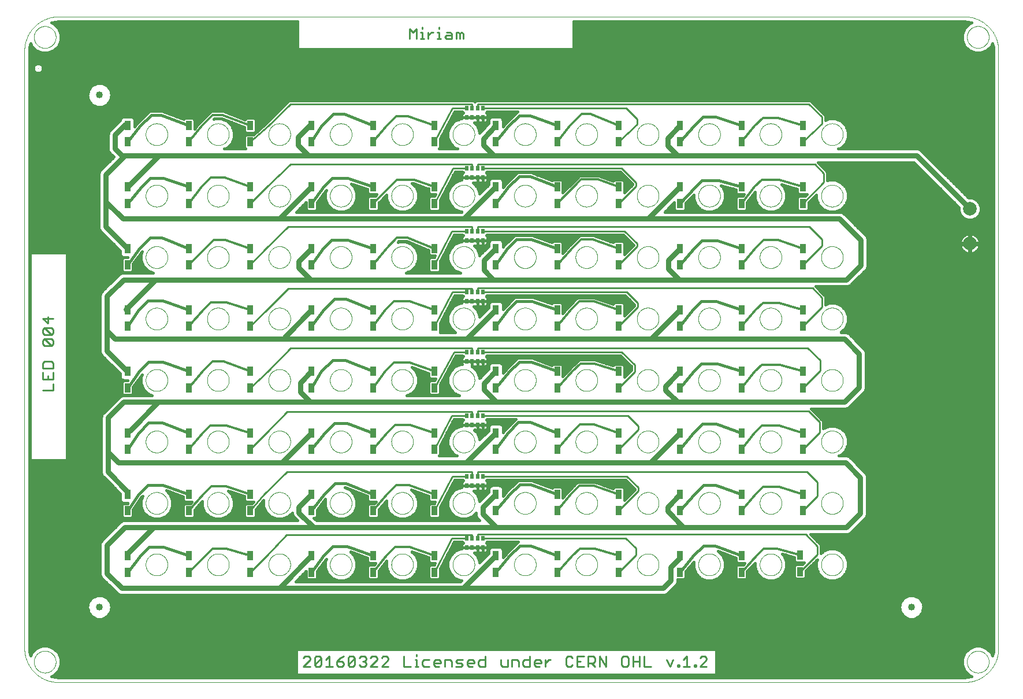
<source format=gtl>
G75*
%MOIN*%
%OFA0B0*%
%FSLAX25Y25*%
%IPPOS*%
%LPD*%
%AMOC8*
5,1,8,0,0,1.08239X$1,22.5*
%
%ADD10C,0.01100*%
%ADD11C,0.00000*%
%ADD12C,0.00010*%
%ADD13C,0.00079*%
%ADD14C,0.07874*%
%ADD15C,0.04000*%
%ADD16R,0.03543X0.05512*%
%ADD17R,0.01969X0.02559*%
%ADD18C,0.01600*%
%ADD19R,0.03962X0.03962*%
%ADD20C,0.03000*%
%ADD21C,0.01200*%
%ADD22C,0.01000*%
D10*
X0213759Y0040944D02*
X0217696Y0044881D01*
X0217696Y0045865D01*
X0216712Y0046850D01*
X0214744Y0046850D01*
X0213759Y0045865D01*
X0213759Y0040944D02*
X0217696Y0040944D01*
X0220205Y0041929D02*
X0224142Y0045865D01*
X0224142Y0041929D01*
X0223157Y0040944D01*
X0221189Y0040944D01*
X0220205Y0041929D01*
X0220205Y0045865D01*
X0221189Y0046850D01*
X0223157Y0046850D01*
X0224142Y0045865D01*
X0226650Y0044881D02*
X0228619Y0046850D01*
X0228619Y0040944D01*
X0230587Y0040944D02*
X0226650Y0040944D01*
X0233096Y0041929D02*
X0234080Y0040944D01*
X0236048Y0040944D01*
X0237033Y0041929D01*
X0237033Y0042913D01*
X0236048Y0043897D01*
X0233096Y0043897D01*
X0233096Y0041929D01*
X0233096Y0043897D02*
X0235064Y0045865D01*
X0237033Y0046850D01*
X0239541Y0045865D02*
X0239541Y0041929D01*
X0243478Y0045865D01*
X0243478Y0041929D01*
X0242494Y0040944D01*
X0240526Y0040944D01*
X0239541Y0041929D01*
X0239541Y0045865D02*
X0240526Y0046850D01*
X0242494Y0046850D01*
X0243478Y0045865D01*
X0245987Y0045865D02*
X0246971Y0046850D01*
X0248939Y0046850D01*
X0249924Y0045865D01*
X0249924Y0044881D01*
X0248939Y0043897D01*
X0249924Y0042913D01*
X0249924Y0041929D01*
X0248939Y0040944D01*
X0246971Y0040944D01*
X0245987Y0041929D01*
X0247955Y0043897D02*
X0248939Y0043897D01*
X0252432Y0045865D02*
X0253417Y0046850D01*
X0255385Y0046850D01*
X0256369Y0045865D01*
X0256369Y0044881D01*
X0252432Y0040944D01*
X0256369Y0040944D01*
X0258878Y0040944D02*
X0262815Y0044881D01*
X0262815Y0045865D01*
X0261830Y0046850D01*
X0259862Y0046850D01*
X0258878Y0045865D01*
X0258878Y0040944D02*
X0262815Y0040944D01*
X0271769Y0040944D02*
X0271769Y0046850D01*
X0271769Y0040944D02*
X0275706Y0040944D01*
X0278214Y0040944D02*
X0280183Y0040944D01*
X0279199Y0040944D02*
X0279199Y0044881D01*
X0278214Y0044881D01*
X0279199Y0046850D02*
X0279199Y0047834D01*
X0282511Y0043897D02*
X0282511Y0041929D01*
X0283496Y0040944D01*
X0286448Y0040944D01*
X0288957Y0041929D02*
X0288957Y0043897D01*
X0289941Y0044881D01*
X0291909Y0044881D01*
X0292894Y0043897D01*
X0292894Y0042913D01*
X0288957Y0042913D01*
X0288957Y0041929D02*
X0289941Y0040944D01*
X0291909Y0040944D01*
X0295402Y0040944D02*
X0295402Y0044881D01*
X0298355Y0044881D01*
X0299339Y0043897D01*
X0299339Y0040944D01*
X0301848Y0040944D02*
X0304800Y0040944D01*
X0305785Y0041929D01*
X0304800Y0042913D01*
X0302832Y0042913D01*
X0301848Y0043897D01*
X0302832Y0044881D01*
X0305785Y0044881D01*
X0308293Y0043897D02*
X0309278Y0044881D01*
X0311246Y0044881D01*
X0312230Y0043897D01*
X0312230Y0042913D01*
X0308293Y0042913D01*
X0308293Y0041929D02*
X0308293Y0043897D01*
X0308293Y0041929D02*
X0309278Y0040944D01*
X0311246Y0040944D01*
X0314739Y0041929D02*
X0314739Y0043897D01*
X0315723Y0044881D01*
X0318676Y0044881D01*
X0318676Y0046850D02*
X0318676Y0040944D01*
X0315723Y0040944D01*
X0314739Y0041929D01*
X0327630Y0041929D02*
X0328614Y0040944D01*
X0331567Y0040944D01*
X0331567Y0044881D01*
X0334075Y0044881D02*
X0334075Y0040944D01*
X0338012Y0040944D02*
X0338012Y0043897D01*
X0337028Y0044881D01*
X0334075Y0044881D01*
X0327630Y0044881D02*
X0327630Y0041929D01*
X0340521Y0041929D02*
X0340521Y0043897D01*
X0341505Y0044881D01*
X0344458Y0044881D01*
X0344458Y0046850D02*
X0344458Y0040944D01*
X0341505Y0040944D01*
X0340521Y0041929D01*
X0346966Y0041929D02*
X0346966Y0043897D01*
X0347951Y0044881D01*
X0349919Y0044881D01*
X0350903Y0043897D01*
X0350903Y0042913D01*
X0346966Y0042913D01*
X0346966Y0041929D02*
X0347951Y0040944D01*
X0349919Y0040944D01*
X0353412Y0040944D02*
X0353412Y0044881D01*
X0353412Y0042913D02*
X0355380Y0044881D01*
X0356364Y0044881D01*
X0365229Y0045865D02*
X0365229Y0041929D01*
X0366213Y0040944D01*
X0368181Y0040944D01*
X0369165Y0041929D01*
X0371674Y0040944D02*
X0375611Y0040944D01*
X0378120Y0040944D02*
X0378120Y0046850D01*
X0381072Y0046850D01*
X0382056Y0045865D01*
X0382056Y0043897D01*
X0381072Y0042913D01*
X0378120Y0042913D01*
X0380088Y0042913D02*
X0382056Y0040944D01*
X0384565Y0040944D02*
X0384565Y0046850D01*
X0388502Y0040944D01*
X0388502Y0046850D01*
X0397456Y0045865D02*
X0397456Y0041929D01*
X0398440Y0040944D01*
X0400409Y0040944D01*
X0401393Y0041929D01*
X0401393Y0045865D01*
X0400409Y0046850D01*
X0398440Y0046850D01*
X0397456Y0045865D01*
X0403902Y0046850D02*
X0403902Y0040944D01*
X0403902Y0043897D02*
X0407838Y0043897D01*
X0407838Y0046850D02*
X0407838Y0040944D01*
X0410347Y0040944D02*
X0414284Y0040944D01*
X0410347Y0040944D02*
X0410347Y0046850D01*
X0423238Y0044881D02*
X0425206Y0040944D01*
X0427175Y0044881D01*
X0429684Y0041929D02*
X0430668Y0041929D01*
X0430668Y0040944D01*
X0429684Y0040944D01*
X0429684Y0041929D01*
X0432906Y0040944D02*
X0436843Y0040944D01*
X0434875Y0040944D02*
X0434875Y0046850D01*
X0432906Y0044881D01*
X0439352Y0041929D02*
X0440336Y0041929D01*
X0440336Y0040944D01*
X0439352Y0040944D01*
X0439352Y0041929D01*
X0442575Y0040944D02*
X0446511Y0044881D01*
X0446511Y0045865D01*
X0445527Y0046850D01*
X0443559Y0046850D01*
X0442575Y0045865D01*
X0442575Y0040944D02*
X0446511Y0040944D01*
X0375611Y0046850D02*
X0371674Y0046850D01*
X0371674Y0040944D01*
X0371674Y0043897D02*
X0373642Y0043897D01*
X0369165Y0045865D02*
X0368181Y0046850D01*
X0366213Y0046850D01*
X0365229Y0045865D01*
X0286448Y0044881D02*
X0283496Y0044881D01*
X0282511Y0043897D01*
X0069262Y0200007D02*
X0063357Y0200007D01*
X0069262Y0200007D02*
X0069262Y0203944D01*
X0069262Y0206453D02*
X0069262Y0210389D01*
X0069262Y0212898D02*
X0063357Y0212898D01*
X0063357Y0215851D01*
X0064341Y0216835D01*
X0068278Y0216835D01*
X0069262Y0215851D01*
X0069262Y0212898D01*
X0066309Y0208421D02*
X0066309Y0206453D01*
X0063357Y0206453D02*
X0069262Y0206453D01*
X0063357Y0206453D02*
X0063357Y0210389D01*
X0064341Y0225789D02*
X0063357Y0226773D01*
X0063357Y0228742D01*
X0064341Y0229726D01*
X0068278Y0225789D01*
X0069262Y0226773D01*
X0069262Y0228742D01*
X0068278Y0229726D01*
X0064341Y0229726D01*
X0064341Y0232235D02*
X0063357Y0233219D01*
X0063357Y0235187D01*
X0064341Y0236171D01*
X0068278Y0232235D01*
X0069262Y0233219D01*
X0069262Y0235187D01*
X0068278Y0236171D01*
X0064341Y0236171D01*
X0066309Y0238680D02*
X0066309Y0242617D01*
X0063357Y0241633D02*
X0066309Y0238680D01*
X0063357Y0241633D02*
X0069262Y0241633D01*
X0068278Y0232235D02*
X0064341Y0232235D01*
X0064341Y0225789D02*
X0068278Y0225789D01*
X0275085Y0402711D02*
X0275085Y0408616D01*
X0277053Y0406648D01*
X0279021Y0408616D01*
X0279021Y0402711D01*
X0281530Y0402711D02*
X0283498Y0402711D01*
X0282514Y0402711D02*
X0282514Y0406648D01*
X0281530Y0406648D01*
X0282514Y0408616D02*
X0282514Y0409600D01*
X0285827Y0406648D02*
X0285827Y0402711D01*
X0285827Y0404679D02*
X0287795Y0406648D01*
X0288780Y0406648D01*
X0291198Y0406648D02*
X0292183Y0406648D01*
X0292183Y0402711D01*
X0293167Y0402711D02*
X0291198Y0402711D01*
X0295495Y0403695D02*
X0296480Y0404679D01*
X0299432Y0404679D01*
X0299432Y0405664D02*
X0299432Y0402711D01*
X0296480Y0402711D01*
X0295495Y0403695D01*
X0296480Y0406648D02*
X0298448Y0406648D01*
X0299432Y0405664D01*
X0301941Y0406648D02*
X0302925Y0406648D01*
X0303909Y0405664D01*
X0304893Y0406648D01*
X0305878Y0405664D01*
X0305878Y0402711D01*
X0303909Y0402711D02*
X0303909Y0405664D01*
X0301941Y0406648D02*
X0301941Y0402711D01*
X0292183Y0408616D02*
X0292183Y0409600D01*
D11*
X0058312Y0043611D02*
X0058314Y0043769D01*
X0058320Y0043927D01*
X0058330Y0044085D01*
X0058344Y0044243D01*
X0058362Y0044400D01*
X0058383Y0044557D01*
X0058409Y0044713D01*
X0058439Y0044869D01*
X0058472Y0045024D01*
X0058510Y0045177D01*
X0058551Y0045330D01*
X0058596Y0045482D01*
X0058645Y0045633D01*
X0058698Y0045782D01*
X0058754Y0045930D01*
X0058814Y0046076D01*
X0058878Y0046221D01*
X0058946Y0046364D01*
X0059017Y0046506D01*
X0059091Y0046646D01*
X0059169Y0046783D01*
X0059251Y0046919D01*
X0059335Y0047053D01*
X0059424Y0047184D01*
X0059515Y0047313D01*
X0059610Y0047440D01*
X0059707Y0047565D01*
X0059808Y0047687D01*
X0059912Y0047806D01*
X0060019Y0047923D01*
X0060129Y0048037D01*
X0060242Y0048148D01*
X0060357Y0048257D01*
X0060475Y0048362D01*
X0060596Y0048464D01*
X0060719Y0048564D01*
X0060845Y0048660D01*
X0060973Y0048753D01*
X0061103Y0048843D01*
X0061236Y0048929D01*
X0061371Y0049013D01*
X0061507Y0049092D01*
X0061646Y0049169D01*
X0061787Y0049241D01*
X0061929Y0049311D01*
X0062073Y0049376D01*
X0062219Y0049438D01*
X0062366Y0049496D01*
X0062515Y0049551D01*
X0062665Y0049602D01*
X0062816Y0049649D01*
X0062968Y0049692D01*
X0063121Y0049731D01*
X0063276Y0049767D01*
X0063431Y0049798D01*
X0063587Y0049826D01*
X0063743Y0049850D01*
X0063900Y0049870D01*
X0064058Y0049886D01*
X0064215Y0049898D01*
X0064374Y0049906D01*
X0064532Y0049910D01*
X0064690Y0049910D01*
X0064848Y0049906D01*
X0065007Y0049898D01*
X0065164Y0049886D01*
X0065322Y0049870D01*
X0065479Y0049850D01*
X0065635Y0049826D01*
X0065791Y0049798D01*
X0065946Y0049767D01*
X0066101Y0049731D01*
X0066254Y0049692D01*
X0066406Y0049649D01*
X0066557Y0049602D01*
X0066707Y0049551D01*
X0066856Y0049496D01*
X0067003Y0049438D01*
X0067149Y0049376D01*
X0067293Y0049311D01*
X0067435Y0049241D01*
X0067576Y0049169D01*
X0067715Y0049092D01*
X0067851Y0049013D01*
X0067986Y0048929D01*
X0068119Y0048843D01*
X0068249Y0048753D01*
X0068377Y0048660D01*
X0068503Y0048564D01*
X0068626Y0048464D01*
X0068747Y0048362D01*
X0068865Y0048257D01*
X0068980Y0048148D01*
X0069093Y0048037D01*
X0069203Y0047923D01*
X0069310Y0047806D01*
X0069414Y0047687D01*
X0069515Y0047565D01*
X0069612Y0047440D01*
X0069707Y0047313D01*
X0069798Y0047184D01*
X0069887Y0047053D01*
X0069971Y0046919D01*
X0070053Y0046783D01*
X0070131Y0046646D01*
X0070205Y0046506D01*
X0070276Y0046364D01*
X0070344Y0046221D01*
X0070408Y0046076D01*
X0070468Y0045930D01*
X0070524Y0045782D01*
X0070577Y0045633D01*
X0070626Y0045482D01*
X0070671Y0045330D01*
X0070712Y0045177D01*
X0070750Y0045024D01*
X0070783Y0044869D01*
X0070813Y0044713D01*
X0070839Y0044557D01*
X0070860Y0044400D01*
X0070878Y0044243D01*
X0070892Y0044085D01*
X0070902Y0043927D01*
X0070908Y0043769D01*
X0070910Y0043611D01*
X0070908Y0043453D01*
X0070902Y0043295D01*
X0070892Y0043137D01*
X0070878Y0042979D01*
X0070860Y0042822D01*
X0070839Y0042665D01*
X0070813Y0042509D01*
X0070783Y0042353D01*
X0070750Y0042198D01*
X0070712Y0042045D01*
X0070671Y0041892D01*
X0070626Y0041740D01*
X0070577Y0041589D01*
X0070524Y0041440D01*
X0070468Y0041292D01*
X0070408Y0041146D01*
X0070344Y0041001D01*
X0070276Y0040858D01*
X0070205Y0040716D01*
X0070131Y0040576D01*
X0070053Y0040439D01*
X0069971Y0040303D01*
X0069887Y0040169D01*
X0069798Y0040038D01*
X0069707Y0039909D01*
X0069612Y0039782D01*
X0069515Y0039657D01*
X0069414Y0039535D01*
X0069310Y0039416D01*
X0069203Y0039299D01*
X0069093Y0039185D01*
X0068980Y0039074D01*
X0068865Y0038965D01*
X0068747Y0038860D01*
X0068626Y0038758D01*
X0068503Y0038658D01*
X0068377Y0038562D01*
X0068249Y0038469D01*
X0068119Y0038379D01*
X0067986Y0038293D01*
X0067851Y0038209D01*
X0067715Y0038130D01*
X0067576Y0038053D01*
X0067435Y0037981D01*
X0067293Y0037911D01*
X0067149Y0037846D01*
X0067003Y0037784D01*
X0066856Y0037726D01*
X0066707Y0037671D01*
X0066557Y0037620D01*
X0066406Y0037573D01*
X0066254Y0037530D01*
X0066101Y0037491D01*
X0065946Y0037455D01*
X0065791Y0037424D01*
X0065635Y0037396D01*
X0065479Y0037372D01*
X0065322Y0037352D01*
X0065164Y0037336D01*
X0065007Y0037324D01*
X0064848Y0037316D01*
X0064690Y0037312D01*
X0064532Y0037312D01*
X0064374Y0037316D01*
X0064215Y0037324D01*
X0064058Y0037336D01*
X0063900Y0037352D01*
X0063743Y0037372D01*
X0063587Y0037396D01*
X0063431Y0037424D01*
X0063276Y0037455D01*
X0063121Y0037491D01*
X0062968Y0037530D01*
X0062816Y0037573D01*
X0062665Y0037620D01*
X0062515Y0037671D01*
X0062366Y0037726D01*
X0062219Y0037784D01*
X0062073Y0037846D01*
X0061929Y0037911D01*
X0061787Y0037981D01*
X0061646Y0038053D01*
X0061507Y0038130D01*
X0061371Y0038209D01*
X0061236Y0038293D01*
X0061103Y0038379D01*
X0060973Y0038469D01*
X0060845Y0038562D01*
X0060719Y0038658D01*
X0060596Y0038758D01*
X0060475Y0038860D01*
X0060357Y0038965D01*
X0060242Y0039074D01*
X0060129Y0039185D01*
X0060019Y0039299D01*
X0059912Y0039416D01*
X0059808Y0039535D01*
X0059707Y0039657D01*
X0059610Y0039782D01*
X0059515Y0039909D01*
X0059424Y0040038D01*
X0059335Y0040169D01*
X0059251Y0040303D01*
X0059169Y0040439D01*
X0059091Y0040576D01*
X0059017Y0040716D01*
X0058946Y0040858D01*
X0058878Y0041001D01*
X0058814Y0041146D01*
X0058754Y0041292D01*
X0058698Y0041440D01*
X0058645Y0041589D01*
X0058596Y0041740D01*
X0058551Y0041892D01*
X0058510Y0042045D01*
X0058472Y0042198D01*
X0058439Y0042353D01*
X0058409Y0042509D01*
X0058383Y0042665D01*
X0058362Y0042822D01*
X0058344Y0042979D01*
X0058330Y0043137D01*
X0058320Y0043295D01*
X0058314Y0043453D01*
X0058312Y0043611D01*
X0122800Y0099674D02*
X0122802Y0099832D01*
X0122808Y0099990D01*
X0122818Y0100148D01*
X0122832Y0100306D01*
X0122850Y0100463D01*
X0122871Y0100620D01*
X0122897Y0100776D01*
X0122927Y0100932D01*
X0122960Y0101087D01*
X0122998Y0101240D01*
X0123039Y0101393D01*
X0123084Y0101545D01*
X0123133Y0101696D01*
X0123186Y0101845D01*
X0123242Y0101993D01*
X0123302Y0102139D01*
X0123366Y0102284D01*
X0123434Y0102427D01*
X0123505Y0102569D01*
X0123579Y0102709D01*
X0123657Y0102846D01*
X0123739Y0102982D01*
X0123823Y0103116D01*
X0123912Y0103247D01*
X0124003Y0103376D01*
X0124098Y0103503D01*
X0124195Y0103628D01*
X0124296Y0103750D01*
X0124400Y0103869D01*
X0124507Y0103986D01*
X0124617Y0104100D01*
X0124730Y0104211D01*
X0124845Y0104320D01*
X0124963Y0104425D01*
X0125084Y0104527D01*
X0125207Y0104627D01*
X0125333Y0104723D01*
X0125461Y0104816D01*
X0125591Y0104906D01*
X0125724Y0104992D01*
X0125859Y0105076D01*
X0125995Y0105155D01*
X0126134Y0105232D01*
X0126275Y0105304D01*
X0126417Y0105374D01*
X0126561Y0105439D01*
X0126707Y0105501D01*
X0126854Y0105559D01*
X0127003Y0105614D01*
X0127153Y0105665D01*
X0127304Y0105712D01*
X0127456Y0105755D01*
X0127609Y0105794D01*
X0127764Y0105830D01*
X0127919Y0105861D01*
X0128075Y0105889D01*
X0128231Y0105913D01*
X0128388Y0105933D01*
X0128546Y0105949D01*
X0128703Y0105961D01*
X0128862Y0105969D01*
X0129020Y0105973D01*
X0129178Y0105973D01*
X0129336Y0105969D01*
X0129495Y0105961D01*
X0129652Y0105949D01*
X0129810Y0105933D01*
X0129967Y0105913D01*
X0130123Y0105889D01*
X0130279Y0105861D01*
X0130434Y0105830D01*
X0130589Y0105794D01*
X0130742Y0105755D01*
X0130894Y0105712D01*
X0131045Y0105665D01*
X0131195Y0105614D01*
X0131344Y0105559D01*
X0131491Y0105501D01*
X0131637Y0105439D01*
X0131781Y0105374D01*
X0131923Y0105304D01*
X0132064Y0105232D01*
X0132203Y0105155D01*
X0132339Y0105076D01*
X0132474Y0104992D01*
X0132607Y0104906D01*
X0132737Y0104816D01*
X0132865Y0104723D01*
X0132991Y0104627D01*
X0133114Y0104527D01*
X0133235Y0104425D01*
X0133353Y0104320D01*
X0133468Y0104211D01*
X0133581Y0104100D01*
X0133691Y0103986D01*
X0133798Y0103869D01*
X0133902Y0103750D01*
X0134003Y0103628D01*
X0134100Y0103503D01*
X0134195Y0103376D01*
X0134286Y0103247D01*
X0134375Y0103116D01*
X0134459Y0102982D01*
X0134541Y0102846D01*
X0134619Y0102709D01*
X0134693Y0102569D01*
X0134764Y0102427D01*
X0134832Y0102284D01*
X0134896Y0102139D01*
X0134956Y0101993D01*
X0135012Y0101845D01*
X0135065Y0101696D01*
X0135114Y0101545D01*
X0135159Y0101393D01*
X0135200Y0101240D01*
X0135238Y0101087D01*
X0135271Y0100932D01*
X0135301Y0100776D01*
X0135327Y0100620D01*
X0135348Y0100463D01*
X0135366Y0100306D01*
X0135380Y0100148D01*
X0135390Y0099990D01*
X0135396Y0099832D01*
X0135398Y0099674D01*
X0135396Y0099516D01*
X0135390Y0099358D01*
X0135380Y0099200D01*
X0135366Y0099042D01*
X0135348Y0098885D01*
X0135327Y0098728D01*
X0135301Y0098572D01*
X0135271Y0098416D01*
X0135238Y0098261D01*
X0135200Y0098108D01*
X0135159Y0097955D01*
X0135114Y0097803D01*
X0135065Y0097652D01*
X0135012Y0097503D01*
X0134956Y0097355D01*
X0134896Y0097209D01*
X0134832Y0097064D01*
X0134764Y0096921D01*
X0134693Y0096779D01*
X0134619Y0096639D01*
X0134541Y0096502D01*
X0134459Y0096366D01*
X0134375Y0096232D01*
X0134286Y0096101D01*
X0134195Y0095972D01*
X0134100Y0095845D01*
X0134003Y0095720D01*
X0133902Y0095598D01*
X0133798Y0095479D01*
X0133691Y0095362D01*
X0133581Y0095248D01*
X0133468Y0095137D01*
X0133353Y0095028D01*
X0133235Y0094923D01*
X0133114Y0094821D01*
X0132991Y0094721D01*
X0132865Y0094625D01*
X0132737Y0094532D01*
X0132607Y0094442D01*
X0132474Y0094356D01*
X0132339Y0094272D01*
X0132203Y0094193D01*
X0132064Y0094116D01*
X0131923Y0094044D01*
X0131781Y0093974D01*
X0131637Y0093909D01*
X0131491Y0093847D01*
X0131344Y0093789D01*
X0131195Y0093734D01*
X0131045Y0093683D01*
X0130894Y0093636D01*
X0130742Y0093593D01*
X0130589Y0093554D01*
X0130434Y0093518D01*
X0130279Y0093487D01*
X0130123Y0093459D01*
X0129967Y0093435D01*
X0129810Y0093415D01*
X0129652Y0093399D01*
X0129495Y0093387D01*
X0129336Y0093379D01*
X0129178Y0093375D01*
X0129020Y0093375D01*
X0128862Y0093379D01*
X0128703Y0093387D01*
X0128546Y0093399D01*
X0128388Y0093415D01*
X0128231Y0093435D01*
X0128075Y0093459D01*
X0127919Y0093487D01*
X0127764Y0093518D01*
X0127609Y0093554D01*
X0127456Y0093593D01*
X0127304Y0093636D01*
X0127153Y0093683D01*
X0127003Y0093734D01*
X0126854Y0093789D01*
X0126707Y0093847D01*
X0126561Y0093909D01*
X0126417Y0093974D01*
X0126275Y0094044D01*
X0126134Y0094116D01*
X0125995Y0094193D01*
X0125859Y0094272D01*
X0125724Y0094356D01*
X0125591Y0094442D01*
X0125461Y0094532D01*
X0125333Y0094625D01*
X0125207Y0094721D01*
X0125084Y0094821D01*
X0124963Y0094923D01*
X0124845Y0095028D01*
X0124730Y0095137D01*
X0124617Y0095248D01*
X0124507Y0095362D01*
X0124400Y0095479D01*
X0124296Y0095598D01*
X0124195Y0095720D01*
X0124098Y0095845D01*
X0124003Y0095972D01*
X0123912Y0096101D01*
X0123823Y0096232D01*
X0123739Y0096366D01*
X0123657Y0096502D01*
X0123579Y0096639D01*
X0123505Y0096779D01*
X0123434Y0096921D01*
X0123366Y0097064D01*
X0123302Y0097209D01*
X0123242Y0097355D01*
X0123186Y0097503D01*
X0123133Y0097652D01*
X0123084Y0097803D01*
X0123039Y0097955D01*
X0122998Y0098108D01*
X0122960Y0098261D01*
X0122927Y0098416D01*
X0122897Y0098572D01*
X0122871Y0098728D01*
X0122850Y0098885D01*
X0122832Y0099042D01*
X0122818Y0099200D01*
X0122808Y0099358D01*
X0122802Y0099516D01*
X0122800Y0099674D01*
X0158233Y0099674D02*
X0158235Y0099832D01*
X0158241Y0099990D01*
X0158251Y0100148D01*
X0158265Y0100306D01*
X0158283Y0100463D01*
X0158304Y0100620D01*
X0158330Y0100776D01*
X0158360Y0100932D01*
X0158393Y0101087D01*
X0158431Y0101240D01*
X0158472Y0101393D01*
X0158517Y0101545D01*
X0158566Y0101696D01*
X0158619Y0101845D01*
X0158675Y0101993D01*
X0158735Y0102139D01*
X0158799Y0102284D01*
X0158867Y0102427D01*
X0158938Y0102569D01*
X0159012Y0102709D01*
X0159090Y0102846D01*
X0159172Y0102982D01*
X0159256Y0103116D01*
X0159345Y0103247D01*
X0159436Y0103376D01*
X0159531Y0103503D01*
X0159628Y0103628D01*
X0159729Y0103750D01*
X0159833Y0103869D01*
X0159940Y0103986D01*
X0160050Y0104100D01*
X0160163Y0104211D01*
X0160278Y0104320D01*
X0160396Y0104425D01*
X0160517Y0104527D01*
X0160640Y0104627D01*
X0160766Y0104723D01*
X0160894Y0104816D01*
X0161024Y0104906D01*
X0161157Y0104992D01*
X0161292Y0105076D01*
X0161428Y0105155D01*
X0161567Y0105232D01*
X0161708Y0105304D01*
X0161850Y0105374D01*
X0161994Y0105439D01*
X0162140Y0105501D01*
X0162287Y0105559D01*
X0162436Y0105614D01*
X0162586Y0105665D01*
X0162737Y0105712D01*
X0162889Y0105755D01*
X0163042Y0105794D01*
X0163197Y0105830D01*
X0163352Y0105861D01*
X0163508Y0105889D01*
X0163664Y0105913D01*
X0163821Y0105933D01*
X0163979Y0105949D01*
X0164136Y0105961D01*
X0164295Y0105969D01*
X0164453Y0105973D01*
X0164611Y0105973D01*
X0164769Y0105969D01*
X0164928Y0105961D01*
X0165085Y0105949D01*
X0165243Y0105933D01*
X0165400Y0105913D01*
X0165556Y0105889D01*
X0165712Y0105861D01*
X0165867Y0105830D01*
X0166022Y0105794D01*
X0166175Y0105755D01*
X0166327Y0105712D01*
X0166478Y0105665D01*
X0166628Y0105614D01*
X0166777Y0105559D01*
X0166924Y0105501D01*
X0167070Y0105439D01*
X0167214Y0105374D01*
X0167356Y0105304D01*
X0167497Y0105232D01*
X0167636Y0105155D01*
X0167772Y0105076D01*
X0167907Y0104992D01*
X0168040Y0104906D01*
X0168170Y0104816D01*
X0168298Y0104723D01*
X0168424Y0104627D01*
X0168547Y0104527D01*
X0168668Y0104425D01*
X0168786Y0104320D01*
X0168901Y0104211D01*
X0169014Y0104100D01*
X0169124Y0103986D01*
X0169231Y0103869D01*
X0169335Y0103750D01*
X0169436Y0103628D01*
X0169533Y0103503D01*
X0169628Y0103376D01*
X0169719Y0103247D01*
X0169808Y0103116D01*
X0169892Y0102982D01*
X0169974Y0102846D01*
X0170052Y0102709D01*
X0170126Y0102569D01*
X0170197Y0102427D01*
X0170265Y0102284D01*
X0170329Y0102139D01*
X0170389Y0101993D01*
X0170445Y0101845D01*
X0170498Y0101696D01*
X0170547Y0101545D01*
X0170592Y0101393D01*
X0170633Y0101240D01*
X0170671Y0101087D01*
X0170704Y0100932D01*
X0170734Y0100776D01*
X0170760Y0100620D01*
X0170781Y0100463D01*
X0170799Y0100306D01*
X0170813Y0100148D01*
X0170823Y0099990D01*
X0170829Y0099832D01*
X0170831Y0099674D01*
X0170829Y0099516D01*
X0170823Y0099358D01*
X0170813Y0099200D01*
X0170799Y0099042D01*
X0170781Y0098885D01*
X0170760Y0098728D01*
X0170734Y0098572D01*
X0170704Y0098416D01*
X0170671Y0098261D01*
X0170633Y0098108D01*
X0170592Y0097955D01*
X0170547Y0097803D01*
X0170498Y0097652D01*
X0170445Y0097503D01*
X0170389Y0097355D01*
X0170329Y0097209D01*
X0170265Y0097064D01*
X0170197Y0096921D01*
X0170126Y0096779D01*
X0170052Y0096639D01*
X0169974Y0096502D01*
X0169892Y0096366D01*
X0169808Y0096232D01*
X0169719Y0096101D01*
X0169628Y0095972D01*
X0169533Y0095845D01*
X0169436Y0095720D01*
X0169335Y0095598D01*
X0169231Y0095479D01*
X0169124Y0095362D01*
X0169014Y0095248D01*
X0168901Y0095137D01*
X0168786Y0095028D01*
X0168668Y0094923D01*
X0168547Y0094821D01*
X0168424Y0094721D01*
X0168298Y0094625D01*
X0168170Y0094532D01*
X0168040Y0094442D01*
X0167907Y0094356D01*
X0167772Y0094272D01*
X0167636Y0094193D01*
X0167497Y0094116D01*
X0167356Y0094044D01*
X0167214Y0093974D01*
X0167070Y0093909D01*
X0166924Y0093847D01*
X0166777Y0093789D01*
X0166628Y0093734D01*
X0166478Y0093683D01*
X0166327Y0093636D01*
X0166175Y0093593D01*
X0166022Y0093554D01*
X0165867Y0093518D01*
X0165712Y0093487D01*
X0165556Y0093459D01*
X0165400Y0093435D01*
X0165243Y0093415D01*
X0165085Y0093399D01*
X0164928Y0093387D01*
X0164769Y0093379D01*
X0164611Y0093375D01*
X0164453Y0093375D01*
X0164295Y0093379D01*
X0164136Y0093387D01*
X0163979Y0093399D01*
X0163821Y0093415D01*
X0163664Y0093435D01*
X0163508Y0093459D01*
X0163352Y0093487D01*
X0163197Y0093518D01*
X0163042Y0093554D01*
X0162889Y0093593D01*
X0162737Y0093636D01*
X0162586Y0093683D01*
X0162436Y0093734D01*
X0162287Y0093789D01*
X0162140Y0093847D01*
X0161994Y0093909D01*
X0161850Y0093974D01*
X0161708Y0094044D01*
X0161567Y0094116D01*
X0161428Y0094193D01*
X0161292Y0094272D01*
X0161157Y0094356D01*
X0161024Y0094442D01*
X0160894Y0094532D01*
X0160766Y0094625D01*
X0160640Y0094721D01*
X0160517Y0094821D01*
X0160396Y0094923D01*
X0160278Y0095028D01*
X0160163Y0095137D01*
X0160050Y0095248D01*
X0159940Y0095362D01*
X0159833Y0095479D01*
X0159729Y0095598D01*
X0159628Y0095720D01*
X0159531Y0095845D01*
X0159436Y0095972D01*
X0159345Y0096101D01*
X0159256Y0096232D01*
X0159172Y0096366D01*
X0159090Y0096502D01*
X0159012Y0096639D01*
X0158938Y0096779D01*
X0158867Y0096921D01*
X0158799Y0097064D01*
X0158735Y0097209D01*
X0158675Y0097355D01*
X0158619Y0097503D01*
X0158566Y0097652D01*
X0158517Y0097803D01*
X0158472Y0097955D01*
X0158431Y0098108D01*
X0158393Y0098261D01*
X0158360Y0098416D01*
X0158330Y0098572D01*
X0158304Y0098728D01*
X0158283Y0098885D01*
X0158265Y0099042D01*
X0158251Y0099200D01*
X0158241Y0099358D01*
X0158235Y0099516D01*
X0158233Y0099674D01*
X0193666Y0099674D02*
X0193668Y0099832D01*
X0193674Y0099990D01*
X0193684Y0100148D01*
X0193698Y0100306D01*
X0193716Y0100463D01*
X0193737Y0100620D01*
X0193763Y0100776D01*
X0193793Y0100932D01*
X0193826Y0101087D01*
X0193864Y0101240D01*
X0193905Y0101393D01*
X0193950Y0101545D01*
X0193999Y0101696D01*
X0194052Y0101845D01*
X0194108Y0101993D01*
X0194168Y0102139D01*
X0194232Y0102284D01*
X0194300Y0102427D01*
X0194371Y0102569D01*
X0194445Y0102709D01*
X0194523Y0102846D01*
X0194605Y0102982D01*
X0194689Y0103116D01*
X0194778Y0103247D01*
X0194869Y0103376D01*
X0194964Y0103503D01*
X0195061Y0103628D01*
X0195162Y0103750D01*
X0195266Y0103869D01*
X0195373Y0103986D01*
X0195483Y0104100D01*
X0195596Y0104211D01*
X0195711Y0104320D01*
X0195829Y0104425D01*
X0195950Y0104527D01*
X0196073Y0104627D01*
X0196199Y0104723D01*
X0196327Y0104816D01*
X0196457Y0104906D01*
X0196590Y0104992D01*
X0196725Y0105076D01*
X0196861Y0105155D01*
X0197000Y0105232D01*
X0197141Y0105304D01*
X0197283Y0105374D01*
X0197427Y0105439D01*
X0197573Y0105501D01*
X0197720Y0105559D01*
X0197869Y0105614D01*
X0198019Y0105665D01*
X0198170Y0105712D01*
X0198322Y0105755D01*
X0198475Y0105794D01*
X0198630Y0105830D01*
X0198785Y0105861D01*
X0198941Y0105889D01*
X0199097Y0105913D01*
X0199254Y0105933D01*
X0199412Y0105949D01*
X0199569Y0105961D01*
X0199728Y0105969D01*
X0199886Y0105973D01*
X0200044Y0105973D01*
X0200202Y0105969D01*
X0200361Y0105961D01*
X0200518Y0105949D01*
X0200676Y0105933D01*
X0200833Y0105913D01*
X0200989Y0105889D01*
X0201145Y0105861D01*
X0201300Y0105830D01*
X0201455Y0105794D01*
X0201608Y0105755D01*
X0201760Y0105712D01*
X0201911Y0105665D01*
X0202061Y0105614D01*
X0202210Y0105559D01*
X0202357Y0105501D01*
X0202503Y0105439D01*
X0202647Y0105374D01*
X0202789Y0105304D01*
X0202930Y0105232D01*
X0203069Y0105155D01*
X0203205Y0105076D01*
X0203340Y0104992D01*
X0203473Y0104906D01*
X0203603Y0104816D01*
X0203731Y0104723D01*
X0203857Y0104627D01*
X0203980Y0104527D01*
X0204101Y0104425D01*
X0204219Y0104320D01*
X0204334Y0104211D01*
X0204447Y0104100D01*
X0204557Y0103986D01*
X0204664Y0103869D01*
X0204768Y0103750D01*
X0204869Y0103628D01*
X0204966Y0103503D01*
X0205061Y0103376D01*
X0205152Y0103247D01*
X0205241Y0103116D01*
X0205325Y0102982D01*
X0205407Y0102846D01*
X0205485Y0102709D01*
X0205559Y0102569D01*
X0205630Y0102427D01*
X0205698Y0102284D01*
X0205762Y0102139D01*
X0205822Y0101993D01*
X0205878Y0101845D01*
X0205931Y0101696D01*
X0205980Y0101545D01*
X0206025Y0101393D01*
X0206066Y0101240D01*
X0206104Y0101087D01*
X0206137Y0100932D01*
X0206167Y0100776D01*
X0206193Y0100620D01*
X0206214Y0100463D01*
X0206232Y0100306D01*
X0206246Y0100148D01*
X0206256Y0099990D01*
X0206262Y0099832D01*
X0206264Y0099674D01*
X0206262Y0099516D01*
X0206256Y0099358D01*
X0206246Y0099200D01*
X0206232Y0099042D01*
X0206214Y0098885D01*
X0206193Y0098728D01*
X0206167Y0098572D01*
X0206137Y0098416D01*
X0206104Y0098261D01*
X0206066Y0098108D01*
X0206025Y0097955D01*
X0205980Y0097803D01*
X0205931Y0097652D01*
X0205878Y0097503D01*
X0205822Y0097355D01*
X0205762Y0097209D01*
X0205698Y0097064D01*
X0205630Y0096921D01*
X0205559Y0096779D01*
X0205485Y0096639D01*
X0205407Y0096502D01*
X0205325Y0096366D01*
X0205241Y0096232D01*
X0205152Y0096101D01*
X0205061Y0095972D01*
X0204966Y0095845D01*
X0204869Y0095720D01*
X0204768Y0095598D01*
X0204664Y0095479D01*
X0204557Y0095362D01*
X0204447Y0095248D01*
X0204334Y0095137D01*
X0204219Y0095028D01*
X0204101Y0094923D01*
X0203980Y0094821D01*
X0203857Y0094721D01*
X0203731Y0094625D01*
X0203603Y0094532D01*
X0203473Y0094442D01*
X0203340Y0094356D01*
X0203205Y0094272D01*
X0203069Y0094193D01*
X0202930Y0094116D01*
X0202789Y0094044D01*
X0202647Y0093974D01*
X0202503Y0093909D01*
X0202357Y0093847D01*
X0202210Y0093789D01*
X0202061Y0093734D01*
X0201911Y0093683D01*
X0201760Y0093636D01*
X0201608Y0093593D01*
X0201455Y0093554D01*
X0201300Y0093518D01*
X0201145Y0093487D01*
X0200989Y0093459D01*
X0200833Y0093435D01*
X0200676Y0093415D01*
X0200518Y0093399D01*
X0200361Y0093387D01*
X0200202Y0093379D01*
X0200044Y0093375D01*
X0199886Y0093375D01*
X0199728Y0093379D01*
X0199569Y0093387D01*
X0199412Y0093399D01*
X0199254Y0093415D01*
X0199097Y0093435D01*
X0198941Y0093459D01*
X0198785Y0093487D01*
X0198630Y0093518D01*
X0198475Y0093554D01*
X0198322Y0093593D01*
X0198170Y0093636D01*
X0198019Y0093683D01*
X0197869Y0093734D01*
X0197720Y0093789D01*
X0197573Y0093847D01*
X0197427Y0093909D01*
X0197283Y0093974D01*
X0197141Y0094044D01*
X0197000Y0094116D01*
X0196861Y0094193D01*
X0196725Y0094272D01*
X0196590Y0094356D01*
X0196457Y0094442D01*
X0196327Y0094532D01*
X0196199Y0094625D01*
X0196073Y0094721D01*
X0195950Y0094821D01*
X0195829Y0094923D01*
X0195711Y0095028D01*
X0195596Y0095137D01*
X0195483Y0095248D01*
X0195373Y0095362D01*
X0195266Y0095479D01*
X0195162Y0095598D01*
X0195061Y0095720D01*
X0194964Y0095845D01*
X0194869Y0095972D01*
X0194778Y0096101D01*
X0194689Y0096232D01*
X0194605Y0096366D01*
X0194523Y0096502D01*
X0194445Y0096639D01*
X0194371Y0096779D01*
X0194300Y0096921D01*
X0194232Y0097064D01*
X0194168Y0097209D01*
X0194108Y0097355D01*
X0194052Y0097503D01*
X0193999Y0097652D01*
X0193950Y0097803D01*
X0193905Y0097955D01*
X0193864Y0098108D01*
X0193826Y0098261D01*
X0193793Y0098416D01*
X0193763Y0098572D01*
X0193737Y0098728D01*
X0193716Y0098885D01*
X0193698Y0099042D01*
X0193684Y0099200D01*
X0193674Y0099358D01*
X0193668Y0099516D01*
X0193666Y0099674D01*
X0229099Y0099674D02*
X0229101Y0099832D01*
X0229107Y0099990D01*
X0229117Y0100148D01*
X0229131Y0100306D01*
X0229149Y0100463D01*
X0229170Y0100620D01*
X0229196Y0100776D01*
X0229226Y0100932D01*
X0229259Y0101087D01*
X0229297Y0101240D01*
X0229338Y0101393D01*
X0229383Y0101545D01*
X0229432Y0101696D01*
X0229485Y0101845D01*
X0229541Y0101993D01*
X0229601Y0102139D01*
X0229665Y0102284D01*
X0229733Y0102427D01*
X0229804Y0102569D01*
X0229878Y0102709D01*
X0229956Y0102846D01*
X0230038Y0102982D01*
X0230122Y0103116D01*
X0230211Y0103247D01*
X0230302Y0103376D01*
X0230397Y0103503D01*
X0230494Y0103628D01*
X0230595Y0103750D01*
X0230699Y0103869D01*
X0230806Y0103986D01*
X0230916Y0104100D01*
X0231029Y0104211D01*
X0231144Y0104320D01*
X0231262Y0104425D01*
X0231383Y0104527D01*
X0231506Y0104627D01*
X0231632Y0104723D01*
X0231760Y0104816D01*
X0231890Y0104906D01*
X0232023Y0104992D01*
X0232158Y0105076D01*
X0232294Y0105155D01*
X0232433Y0105232D01*
X0232574Y0105304D01*
X0232716Y0105374D01*
X0232860Y0105439D01*
X0233006Y0105501D01*
X0233153Y0105559D01*
X0233302Y0105614D01*
X0233452Y0105665D01*
X0233603Y0105712D01*
X0233755Y0105755D01*
X0233908Y0105794D01*
X0234063Y0105830D01*
X0234218Y0105861D01*
X0234374Y0105889D01*
X0234530Y0105913D01*
X0234687Y0105933D01*
X0234845Y0105949D01*
X0235002Y0105961D01*
X0235161Y0105969D01*
X0235319Y0105973D01*
X0235477Y0105973D01*
X0235635Y0105969D01*
X0235794Y0105961D01*
X0235951Y0105949D01*
X0236109Y0105933D01*
X0236266Y0105913D01*
X0236422Y0105889D01*
X0236578Y0105861D01*
X0236733Y0105830D01*
X0236888Y0105794D01*
X0237041Y0105755D01*
X0237193Y0105712D01*
X0237344Y0105665D01*
X0237494Y0105614D01*
X0237643Y0105559D01*
X0237790Y0105501D01*
X0237936Y0105439D01*
X0238080Y0105374D01*
X0238222Y0105304D01*
X0238363Y0105232D01*
X0238502Y0105155D01*
X0238638Y0105076D01*
X0238773Y0104992D01*
X0238906Y0104906D01*
X0239036Y0104816D01*
X0239164Y0104723D01*
X0239290Y0104627D01*
X0239413Y0104527D01*
X0239534Y0104425D01*
X0239652Y0104320D01*
X0239767Y0104211D01*
X0239880Y0104100D01*
X0239990Y0103986D01*
X0240097Y0103869D01*
X0240201Y0103750D01*
X0240302Y0103628D01*
X0240399Y0103503D01*
X0240494Y0103376D01*
X0240585Y0103247D01*
X0240674Y0103116D01*
X0240758Y0102982D01*
X0240840Y0102846D01*
X0240918Y0102709D01*
X0240992Y0102569D01*
X0241063Y0102427D01*
X0241131Y0102284D01*
X0241195Y0102139D01*
X0241255Y0101993D01*
X0241311Y0101845D01*
X0241364Y0101696D01*
X0241413Y0101545D01*
X0241458Y0101393D01*
X0241499Y0101240D01*
X0241537Y0101087D01*
X0241570Y0100932D01*
X0241600Y0100776D01*
X0241626Y0100620D01*
X0241647Y0100463D01*
X0241665Y0100306D01*
X0241679Y0100148D01*
X0241689Y0099990D01*
X0241695Y0099832D01*
X0241697Y0099674D01*
X0241695Y0099516D01*
X0241689Y0099358D01*
X0241679Y0099200D01*
X0241665Y0099042D01*
X0241647Y0098885D01*
X0241626Y0098728D01*
X0241600Y0098572D01*
X0241570Y0098416D01*
X0241537Y0098261D01*
X0241499Y0098108D01*
X0241458Y0097955D01*
X0241413Y0097803D01*
X0241364Y0097652D01*
X0241311Y0097503D01*
X0241255Y0097355D01*
X0241195Y0097209D01*
X0241131Y0097064D01*
X0241063Y0096921D01*
X0240992Y0096779D01*
X0240918Y0096639D01*
X0240840Y0096502D01*
X0240758Y0096366D01*
X0240674Y0096232D01*
X0240585Y0096101D01*
X0240494Y0095972D01*
X0240399Y0095845D01*
X0240302Y0095720D01*
X0240201Y0095598D01*
X0240097Y0095479D01*
X0239990Y0095362D01*
X0239880Y0095248D01*
X0239767Y0095137D01*
X0239652Y0095028D01*
X0239534Y0094923D01*
X0239413Y0094821D01*
X0239290Y0094721D01*
X0239164Y0094625D01*
X0239036Y0094532D01*
X0238906Y0094442D01*
X0238773Y0094356D01*
X0238638Y0094272D01*
X0238502Y0094193D01*
X0238363Y0094116D01*
X0238222Y0094044D01*
X0238080Y0093974D01*
X0237936Y0093909D01*
X0237790Y0093847D01*
X0237643Y0093789D01*
X0237494Y0093734D01*
X0237344Y0093683D01*
X0237193Y0093636D01*
X0237041Y0093593D01*
X0236888Y0093554D01*
X0236733Y0093518D01*
X0236578Y0093487D01*
X0236422Y0093459D01*
X0236266Y0093435D01*
X0236109Y0093415D01*
X0235951Y0093399D01*
X0235794Y0093387D01*
X0235635Y0093379D01*
X0235477Y0093375D01*
X0235319Y0093375D01*
X0235161Y0093379D01*
X0235002Y0093387D01*
X0234845Y0093399D01*
X0234687Y0093415D01*
X0234530Y0093435D01*
X0234374Y0093459D01*
X0234218Y0093487D01*
X0234063Y0093518D01*
X0233908Y0093554D01*
X0233755Y0093593D01*
X0233603Y0093636D01*
X0233452Y0093683D01*
X0233302Y0093734D01*
X0233153Y0093789D01*
X0233006Y0093847D01*
X0232860Y0093909D01*
X0232716Y0093974D01*
X0232574Y0094044D01*
X0232433Y0094116D01*
X0232294Y0094193D01*
X0232158Y0094272D01*
X0232023Y0094356D01*
X0231890Y0094442D01*
X0231760Y0094532D01*
X0231632Y0094625D01*
X0231506Y0094721D01*
X0231383Y0094821D01*
X0231262Y0094923D01*
X0231144Y0095028D01*
X0231029Y0095137D01*
X0230916Y0095248D01*
X0230806Y0095362D01*
X0230699Y0095479D01*
X0230595Y0095598D01*
X0230494Y0095720D01*
X0230397Y0095845D01*
X0230302Y0095972D01*
X0230211Y0096101D01*
X0230122Y0096232D01*
X0230038Y0096366D01*
X0229956Y0096502D01*
X0229878Y0096639D01*
X0229804Y0096779D01*
X0229733Y0096921D01*
X0229665Y0097064D01*
X0229601Y0097209D01*
X0229541Y0097355D01*
X0229485Y0097503D01*
X0229432Y0097652D01*
X0229383Y0097803D01*
X0229338Y0097955D01*
X0229297Y0098108D01*
X0229259Y0098261D01*
X0229226Y0098416D01*
X0229196Y0098572D01*
X0229170Y0098728D01*
X0229149Y0098885D01*
X0229131Y0099042D01*
X0229117Y0099200D01*
X0229107Y0099358D01*
X0229101Y0099516D01*
X0229099Y0099674D01*
X0264532Y0099674D02*
X0264534Y0099832D01*
X0264540Y0099990D01*
X0264550Y0100148D01*
X0264564Y0100306D01*
X0264582Y0100463D01*
X0264603Y0100620D01*
X0264629Y0100776D01*
X0264659Y0100932D01*
X0264692Y0101087D01*
X0264730Y0101240D01*
X0264771Y0101393D01*
X0264816Y0101545D01*
X0264865Y0101696D01*
X0264918Y0101845D01*
X0264974Y0101993D01*
X0265034Y0102139D01*
X0265098Y0102284D01*
X0265166Y0102427D01*
X0265237Y0102569D01*
X0265311Y0102709D01*
X0265389Y0102846D01*
X0265471Y0102982D01*
X0265555Y0103116D01*
X0265644Y0103247D01*
X0265735Y0103376D01*
X0265830Y0103503D01*
X0265927Y0103628D01*
X0266028Y0103750D01*
X0266132Y0103869D01*
X0266239Y0103986D01*
X0266349Y0104100D01*
X0266462Y0104211D01*
X0266577Y0104320D01*
X0266695Y0104425D01*
X0266816Y0104527D01*
X0266939Y0104627D01*
X0267065Y0104723D01*
X0267193Y0104816D01*
X0267323Y0104906D01*
X0267456Y0104992D01*
X0267591Y0105076D01*
X0267727Y0105155D01*
X0267866Y0105232D01*
X0268007Y0105304D01*
X0268149Y0105374D01*
X0268293Y0105439D01*
X0268439Y0105501D01*
X0268586Y0105559D01*
X0268735Y0105614D01*
X0268885Y0105665D01*
X0269036Y0105712D01*
X0269188Y0105755D01*
X0269341Y0105794D01*
X0269496Y0105830D01*
X0269651Y0105861D01*
X0269807Y0105889D01*
X0269963Y0105913D01*
X0270120Y0105933D01*
X0270278Y0105949D01*
X0270435Y0105961D01*
X0270594Y0105969D01*
X0270752Y0105973D01*
X0270910Y0105973D01*
X0271068Y0105969D01*
X0271227Y0105961D01*
X0271384Y0105949D01*
X0271542Y0105933D01*
X0271699Y0105913D01*
X0271855Y0105889D01*
X0272011Y0105861D01*
X0272166Y0105830D01*
X0272321Y0105794D01*
X0272474Y0105755D01*
X0272626Y0105712D01*
X0272777Y0105665D01*
X0272927Y0105614D01*
X0273076Y0105559D01*
X0273223Y0105501D01*
X0273369Y0105439D01*
X0273513Y0105374D01*
X0273655Y0105304D01*
X0273796Y0105232D01*
X0273935Y0105155D01*
X0274071Y0105076D01*
X0274206Y0104992D01*
X0274339Y0104906D01*
X0274469Y0104816D01*
X0274597Y0104723D01*
X0274723Y0104627D01*
X0274846Y0104527D01*
X0274967Y0104425D01*
X0275085Y0104320D01*
X0275200Y0104211D01*
X0275313Y0104100D01*
X0275423Y0103986D01*
X0275530Y0103869D01*
X0275634Y0103750D01*
X0275735Y0103628D01*
X0275832Y0103503D01*
X0275927Y0103376D01*
X0276018Y0103247D01*
X0276107Y0103116D01*
X0276191Y0102982D01*
X0276273Y0102846D01*
X0276351Y0102709D01*
X0276425Y0102569D01*
X0276496Y0102427D01*
X0276564Y0102284D01*
X0276628Y0102139D01*
X0276688Y0101993D01*
X0276744Y0101845D01*
X0276797Y0101696D01*
X0276846Y0101545D01*
X0276891Y0101393D01*
X0276932Y0101240D01*
X0276970Y0101087D01*
X0277003Y0100932D01*
X0277033Y0100776D01*
X0277059Y0100620D01*
X0277080Y0100463D01*
X0277098Y0100306D01*
X0277112Y0100148D01*
X0277122Y0099990D01*
X0277128Y0099832D01*
X0277130Y0099674D01*
X0277128Y0099516D01*
X0277122Y0099358D01*
X0277112Y0099200D01*
X0277098Y0099042D01*
X0277080Y0098885D01*
X0277059Y0098728D01*
X0277033Y0098572D01*
X0277003Y0098416D01*
X0276970Y0098261D01*
X0276932Y0098108D01*
X0276891Y0097955D01*
X0276846Y0097803D01*
X0276797Y0097652D01*
X0276744Y0097503D01*
X0276688Y0097355D01*
X0276628Y0097209D01*
X0276564Y0097064D01*
X0276496Y0096921D01*
X0276425Y0096779D01*
X0276351Y0096639D01*
X0276273Y0096502D01*
X0276191Y0096366D01*
X0276107Y0096232D01*
X0276018Y0096101D01*
X0275927Y0095972D01*
X0275832Y0095845D01*
X0275735Y0095720D01*
X0275634Y0095598D01*
X0275530Y0095479D01*
X0275423Y0095362D01*
X0275313Y0095248D01*
X0275200Y0095137D01*
X0275085Y0095028D01*
X0274967Y0094923D01*
X0274846Y0094821D01*
X0274723Y0094721D01*
X0274597Y0094625D01*
X0274469Y0094532D01*
X0274339Y0094442D01*
X0274206Y0094356D01*
X0274071Y0094272D01*
X0273935Y0094193D01*
X0273796Y0094116D01*
X0273655Y0094044D01*
X0273513Y0093974D01*
X0273369Y0093909D01*
X0273223Y0093847D01*
X0273076Y0093789D01*
X0272927Y0093734D01*
X0272777Y0093683D01*
X0272626Y0093636D01*
X0272474Y0093593D01*
X0272321Y0093554D01*
X0272166Y0093518D01*
X0272011Y0093487D01*
X0271855Y0093459D01*
X0271699Y0093435D01*
X0271542Y0093415D01*
X0271384Y0093399D01*
X0271227Y0093387D01*
X0271068Y0093379D01*
X0270910Y0093375D01*
X0270752Y0093375D01*
X0270594Y0093379D01*
X0270435Y0093387D01*
X0270278Y0093399D01*
X0270120Y0093415D01*
X0269963Y0093435D01*
X0269807Y0093459D01*
X0269651Y0093487D01*
X0269496Y0093518D01*
X0269341Y0093554D01*
X0269188Y0093593D01*
X0269036Y0093636D01*
X0268885Y0093683D01*
X0268735Y0093734D01*
X0268586Y0093789D01*
X0268439Y0093847D01*
X0268293Y0093909D01*
X0268149Y0093974D01*
X0268007Y0094044D01*
X0267866Y0094116D01*
X0267727Y0094193D01*
X0267591Y0094272D01*
X0267456Y0094356D01*
X0267323Y0094442D01*
X0267193Y0094532D01*
X0267065Y0094625D01*
X0266939Y0094721D01*
X0266816Y0094821D01*
X0266695Y0094923D01*
X0266577Y0095028D01*
X0266462Y0095137D01*
X0266349Y0095248D01*
X0266239Y0095362D01*
X0266132Y0095479D01*
X0266028Y0095598D01*
X0265927Y0095720D01*
X0265830Y0095845D01*
X0265735Y0095972D01*
X0265644Y0096101D01*
X0265555Y0096232D01*
X0265471Y0096366D01*
X0265389Y0096502D01*
X0265311Y0096639D01*
X0265237Y0096779D01*
X0265166Y0096921D01*
X0265098Y0097064D01*
X0265034Y0097209D01*
X0264974Y0097355D01*
X0264918Y0097503D01*
X0264865Y0097652D01*
X0264816Y0097803D01*
X0264771Y0097955D01*
X0264730Y0098108D01*
X0264692Y0098261D01*
X0264659Y0098416D01*
X0264629Y0098572D01*
X0264603Y0098728D01*
X0264582Y0098885D01*
X0264564Y0099042D01*
X0264550Y0099200D01*
X0264540Y0099358D01*
X0264534Y0099516D01*
X0264532Y0099674D01*
X0299966Y0099674D02*
X0299968Y0099832D01*
X0299974Y0099990D01*
X0299984Y0100148D01*
X0299998Y0100306D01*
X0300016Y0100463D01*
X0300037Y0100620D01*
X0300063Y0100776D01*
X0300093Y0100932D01*
X0300126Y0101087D01*
X0300164Y0101240D01*
X0300205Y0101393D01*
X0300250Y0101545D01*
X0300299Y0101696D01*
X0300352Y0101845D01*
X0300408Y0101993D01*
X0300468Y0102139D01*
X0300532Y0102284D01*
X0300600Y0102427D01*
X0300671Y0102569D01*
X0300745Y0102709D01*
X0300823Y0102846D01*
X0300905Y0102982D01*
X0300989Y0103116D01*
X0301078Y0103247D01*
X0301169Y0103376D01*
X0301264Y0103503D01*
X0301361Y0103628D01*
X0301462Y0103750D01*
X0301566Y0103869D01*
X0301673Y0103986D01*
X0301783Y0104100D01*
X0301896Y0104211D01*
X0302011Y0104320D01*
X0302129Y0104425D01*
X0302250Y0104527D01*
X0302373Y0104627D01*
X0302499Y0104723D01*
X0302627Y0104816D01*
X0302757Y0104906D01*
X0302890Y0104992D01*
X0303025Y0105076D01*
X0303161Y0105155D01*
X0303300Y0105232D01*
X0303441Y0105304D01*
X0303583Y0105374D01*
X0303727Y0105439D01*
X0303873Y0105501D01*
X0304020Y0105559D01*
X0304169Y0105614D01*
X0304319Y0105665D01*
X0304470Y0105712D01*
X0304622Y0105755D01*
X0304775Y0105794D01*
X0304930Y0105830D01*
X0305085Y0105861D01*
X0305241Y0105889D01*
X0305397Y0105913D01*
X0305554Y0105933D01*
X0305712Y0105949D01*
X0305869Y0105961D01*
X0306028Y0105969D01*
X0306186Y0105973D01*
X0306344Y0105973D01*
X0306502Y0105969D01*
X0306661Y0105961D01*
X0306818Y0105949D01*
X0306976Y0105933D01*
X0307133Y0105913D01*
X0307289Y0105889D01*
X0307445Y0105861D01*
X0307600Y0105830D01*
X0307755Y0105794D01*
X0307908Y0105755D01*
X0308060Y0105712D01*
X0308211Y0105665D01*
X0308361Y0105614D01*
X0308510Y0105559D01*
X0308657Y0105501D01*
X0308803Y0105439D01*
X0308947Y0105374D01*
X0309089Y0105304D01*
X0309230Y0105232D01*
X0309369Y0105155D01*
X0309505Y0105076D01*
X0309640Y0104992D01*
X0309773Y0104906D01*
X0309903Y0104816D01*
X0310031Y0104723D01*
X0310157Y0104627D01*
X0310280Y0104527D01*
X0310401Y0104425D01*
X0310519Y0104320D01*
X0310634Y0104211D01*
X0310747Y0104100D01*
X0310857Y0103986D01*
X0310964Y0103869D01*
X0311068Y0103750D01*
X0311169Y0103628D01*
X0311266Y0103503D01*
X0311361Y0103376D01*
X0311452Y0103247D01*
X0311541Y0103116D01*
X0311625Y0102982D01*
X0311707Y0102846D01*
X0311785Y0102709D01*
X0311859Y0102569D01*
X0311930Y0102427D01*
X0311998Y0102284D01*
X0312062Y0102139D01*
X0312122Y0101993D01*
X0312178Y0101845D01*
X0312231Y0101696D01*
X0312280Y0101545D01*
X0312325Y0101393D01*
X0312366Y0101240D01*
X0312404Y0101087D01*
X0312437Y0100932D01*
X0312467Y0100776D01*
X0312493Y0100620D01*
X0312514Y0100463D01*
X0312532Y0100306D01*
X0312546Y0100148D01*
X0312556Y0099990D01*
X0312562Y0099832D01*
X0312564Y0099674D01*
X0312562Y0099516D01*
X0312556Y0099358D01*
X0312546Y0099200D01*
X0312532Y0099042D01*
X0312514Y0098885D01*
X0312493Y0098728D01*
X0312467Y0098572D01*
X0312437Y0098416D01*
X0312404Y0098261D01*
X0312366Y0098108D01*
X0312325Y0097955D01*
X0312280Y0097803D01*
X0312231Y0097652D01*
X0312178Y0097503D01*
X0312122Y0097355D01*
X0312062Y0097209D01*
X0311998Y0097064D01*
X0311930Y0096921D01*
X0311859Y0096779D01*
X0311785Y0096639D01*
X0311707Y0096502D01*
X0311625Y0096366D01*
X0311541Y0096232D01*
X0311452Y0096101D01*
X0311361Y0095972D01*
X0311266Y0095845D01*
X0311169Y0095720D01*
X0311068Y0095598D01*
X0310964Y0095479D01*
X0310857Y0095362D01*
X0310747Y0095248D01*
X0310634Y0095137D01*
X0310519Y0095028D01*
X0310401Y0094923D01*
X0310280Y0094821D01*
X0310157Y0094721D01*
X0310031Y0094625D01*
X0309903Y0094532D01*
X0309773Y0094442D01*
X0309640Y0094356D01*
X0309505Y0094272D01*
X0309369Y0094193D01*
X0309230Y0094116D01*
X0309089Y0094044D01*
X0308947Y0093974D01*
X0308803Y0093909D01*
X0308657Y0093847D01*
X0308510Y0093789D01*
X0308361Y0093734D01*
X0308211Y0093683D01*
X0308060Y0093636D01*
X0307908Y0093593D01*
X0307755Y0093554D01*
X0307600Y0093518D01*
X0307445Y0093487D01*
X0307289Y0093459D01*
X0307133Y0093435D01*
X0306976Y0093415D01*
X0306818Y0093399D01*
X0306661Y0093387D01*
X0306502Y0093379D01*
X0306344Y0093375D01*
X0306186Y0093375D01*
X0306028Y0093379D01*
X0305869Y0093387D01*
X0305712Y0093399D01*
X0305554Y0093415D01*
X0305397Y0093435D01*
X0305241Y0093459D01*
X0305085Y0093487D01*
X0304930Y0093518D01*
X0304775Y0093554D01*
X0304622Y0093593D01*
X0304470Y0093636D01*
X0304319Y0093683D01*
X0304169Y0093734D01*
X0304020Y0093789D01*
X0303873Y0093847D01*
X0303727Y0093909D01*
X0303583Y0093974D01*
X0303441Y0094044D01*
X0303300Y0094116D01*
X0303161Y0094193D01*
X0303025Y0094272D01*
X0302890Y0094356D01*
X0302757Y0094442D01*
X0302627Y0094532D01*
X0302499Y0094625D01*
X0302373Y0094721D01*
X0302250Y0094821D01*
X0302129Y0094923D01*
X0302011Y0095028D01*
X0301896Y0095137D01*
X0301783Y0095248D01*
X0301673Y0095362D01*
X0301566Y0095479D01*
X0301462Y0095598D01*
X0301361Y0095720D01*
X0301264Y0095845D01*
X0301169Y0095972D01*
X0301078Y0096101D01*
X0300989Y0096232D01*
X0300905Y0096366D01*
X0300823Y0096502D01*
X0300745Y0096639D01*
X0300671Y0096779D01*
X0300600Y0096921D01*
X0300532Y0097064D01*
X0300468Y0097209D01*
X0300408Y0097355D01*
X0300352Y0097503D01*
X0300299Y0097652D01*
X0300250Y0097803D01*
X0300205Y0097955D01*
X0300164Y0098108D01*
X0300126Y0098261D01*
X0300093Y0098416D01*
X0300063Y0098572D01*
X0300037Y0098728D01*
X0300016Y0098885D01*
X0299998Y0099042D01*
X0299984Y0099200D01*
X0299974Y0099358D01*
X0299968Y0099516D01*
X0299966Y0099674D01*
X0335399Y0099674D02*
X0335401Y0099832D01*
X0335407Y0099990D01*
X0335417Y0100148D01*
X0335431Y0100306D01*
X0335449Y0100463D01*
X0335470Y0100620D01*
X0335496Y0100776D01*
X0335526Y0100932D01*
X0335559Y0101087D01*
X0335597Y0101240D01*
X0335638Y0101393D01*
X0335683Y0101545D01*
X0335732Y0101696D01*
X0335785Y0101845D01*
X0335841Y0101993D01*
X0335901Y0102139D01*
X0335965Y0102284D01*
X0336033Y0102427D01*
X0336104Y0102569D01*
X0336178Y0102709D01*
X0336256Y0102846D01*
X0336338Y0102982D01*
X0336422Y0103116D01*
X0336511Y0103247D01*
X0336602Y0103376D01*
X0336697Y0103503D01*
X0336794Y0103628D01*
X0336895Y0103750D01*
X0336999Y0103869D01*
X0337106Y0103986D01*
X0337216Y0104100D01*
X0337329Y0104211D01*
X0337444Y0104320D01*
X0337562Y0104425D01*
X0337683Y0104527D01*
X0337806Y0104627D01*
X0337932Y0104723D01*
X0338060Y0104816D01*
X0338190Y0104906D01*
X0338323Y0104992D01*
X0338458Y0105076D01*
X0338594Y0105155D01*
X0338733Y0105232D01*
X0338874Y0105304D01*
X0339016Y0105374D01*
X0339160Y0105439D01*
X0339306Y0105501D01*
X0339453Y0105559D01*
X0339602Y0105614D01*
X0339752Y0105665D01*
X0339903Y0105712D01*
X0340055Y0105755D01*
X0340208Y0105794D01*
X0340363Y0105830D01*
X0340518Y0105861D01*
X0340674Y0105889D01*
X0340830Y0105913D01*
X0340987Y0105933D01*
X0341145Y0105949D01*
X0341302Y0105961D01*
X0341461Y0105969D01*
X0341619Y0105973D01*
X0341777Y0105973D01*
X0341935Y0105969D01*
X0342094Y0105961D01*
X0342251Y0105949D01*
X0342409Y0105933D01*
X0342566Y0105913D01*
X0342722Y0105889D01*
X0342878Y0105861D01*
X0343033Y0105830D01*
X0343188Y0105794D01*
X0343341Y0105755D01*
X0343493Y0105712D01*
X0343644Y0105665D01*
X0343794Y0105614D01*
X0343943Y0105559D01*
X0344090Y0105501D01*
X0344236Y0105439D01*
X0344380Y0105374D01*
X0344522Y0105304D01*
X0344663Y0105232D01*
X0344802Y0105155D01*
X0344938Y0105076D01*
X0345073Y0104992D01*
X0345206Y0104906D01*
X0345336Y0104816D01*
X0345464Y0104723D01*
X0345590Y0104627D01*
X0345713Y0104527D01*
X0345834Y0104425D01*
X0345952Y0104320D01*
X0346067Y0104211D01*
X0346180Y0104100D01*
X0346290Y0103986D01*
X0346397Y0103869D01*
X0346501Y0103750D01*
X0346602Y0103628D01*
X0346699Y0103503D01*
X0346794Y0103376D01*
X0346885Y0103247D01*
X0346974Y0103116D01*
X0347058Y0102982D01*
X0347140Y0102846D01*
X0347218Y0102709D01*
X0347292Y0102569D01*
X0347363Y0102427D01*
X0347431Y0102284D01*
X0347495Y0102139D01*
X0347555Y0101993D01*
X0347611Y0101845D01*
X0347664Y0101696D01*
X0347713Y0101545D01*
X0347758Y0101393D01*
X0347799Y0101240D01*
X0347837Y0101087D01*
X0347870Y0100932D01*
X0347900Y0100776D01*
X0347926Y0100620D01*
X0347947Y0100463D01*
X0347965Y0100306D01*
X0347979Y0100148D01*
X0347989Y0099990D01*
X0347995Y0099832D01*
X0347997Y0099674D01*
X0347995Y0099516D01*
X0347989Y0099358D01*
X0347979Y0099200D01*
X0347965Y0099042D01*
X0347947Y0098885D01*
X0347926Y0098728D01*
X0347900Y0098572D01*
X0347870Y0098416D01*
X0347837Y0098261D01*
X0347799Y0098108D01*
X0347758Y0097955D01*
X0347713Y0097803D01*
X0347664Y0097652D01*
X0347611Y0097503D01*
X0347555Y0097355D01*
X0347495Y0097209D01*
X0347431Y0097064D01*
X0347363Y0096921D01*
X0347292Y0096779D01*
X0347218Y0096639D01*
X0347140Y0096502D01*
X0347058Y0096366D01*
X0346974Y0096232D01*
X0346885Y0096101D01*
X0346794Y0095972D01*
X0346699Y0095845D01*
X0346602Y0095720D01*
X0346501Y0095598D01*
X0346397Y0095479D01*
X0346290Y0095362D01*
X0346180Y0095248D01*
X0346067Y0095137D01*
X0345952Y0095028D01*
X0345834Y0094923D01*
X0345713Y0094821D01*
X0345590Y0094721D01*
X0345464Y0094625D01*
X0345336Y0094532D01*
X0345206Y0094442D01*
X0345073Y0094356D01*
X0344938Y0094272D01*
X0344802Y0094193D01*
X0344663Y0094116D01*
X0344522Y0094044D01*
X0344380Y0093974D01*
X0344236Y0093909D01*
X0344090Y0093847D01*
X0343943Y0093789D01*
X0343794Y0093734D01*
X0343644Y0093683D01*
X0343493Y0093636D01*
X0343341Y0093593D01*
X0343188Y0093554D01*
X0343033Y0093518D01*
X0342878Y0093487D01*
X0342722Y0093459D01*
X0342566Y0093435D01*
X0342409Y0093415D01*
X0342251Y0093399D01*
X0342094Y0093387D01*
X0341935Y0093379D01*
X0341777Y0093375D01*
X0341619Y0093375D01*
X0341461Y0093379D01*
X0341302Y0093387D01*
X0341145Y0093399D01*
X0340987Y0093415D01*
X0340830Y0093435D01*
X0340674Y0093459D01*
X0340518Y0093487D01*
X0340363Y0093518D01*
X0340208Y0093554D01*
X0340055Y0093593D01*
X0339903Y0093636D01*
X0339752Y0093683D01*
X0339602Y0093734D01*
X0339453Y0093789D01*
X0339306Y0093847D01*
X0339160Y0093909D01*
X0339016Y0093974D01*
X0338874Y0094044D01*
X0338733Y0094116D01*
X0338594Y0094193D01*
X0338458Y0094272D01*
X0338323Y0094356D01*
X0338190Y0094442D01*
X0338060Y0094532D01*
X0337932Y0094625D01*
X0337806Y0094721D01*
X0337683Y0094821D01*
X0337562Y0094923D01*
X0337444Y0095028D01*
X0337329Y0095137D01*
X0337216Y0095248D01*
X0337106Y0095362D01*
X0336999Y0095479D01*
X0336895Y0095598D01*
X0336794Y0095720D01*
X0336697Y0095845D01*
X0336602Y0095972D01*
X0336511Y0096101D01*
X0336422Y0096232D01*
X0336338Y0096366D01*
X0336256Y0096502D01*
X0336178Y0096639D01*
X0336104Y0096779D01*
X0336033Y0096921D01*
X0335965Y0097064D01*
X0335901Y0097209D01*
X0335841Y0097355D01*
X0335785Y0097503D01*
X0335732Y0097652D01*
X0335683Y0097803D01*
X0335638Y0097955D01*
X0335597Y0098108D01*
X0335559Y0098261D01*
X0335526Y0098416D01*
X0335496Y0098572D01*
X0335470Y0098728D01*
X0335449Y0098885D01*
X0335431Y0099042D01*
X0335417Y0099200D01*
X0335407Y0099358D01*
X0335401Y0099516D01*
X0335399Y0099674D01*
X0370832Y0099674D02*
X0370834Y0099832D01*
X0370840Y0099990D01*
X0370850Y0100148D01*
X0370864Y0100306D01*
X0370882Y0100463D01*
X0370903Y0100620D01*
X0370929Y0100776D01*
X0370959Y0100932D01*
X0370992Y0101087D01*
X0371030Y0101240D01*
X0371071Y0101393D01*
X0371116Y0101545D01*
X0371165Y0101696D01*
X0371218Y0101845D01*
X0371274Y0101993D01*
X0371334Y0102139D01*
X0371398Y0102284D01*
X0371466Y0102427D01*
X0371537Y0102569D01*
X0371611Y0102709D01*
X0371689Y0102846D01*
X0371771Y0102982D01*
X0371855Y0103116D01*
X0371944Y0103247D01*
X0372035Y0103376D01*
X0372130Y0103503D01*
X0372227Y0103628D01*
X0372328Y0103750D01*
X0372432Y0103869D01*
X0372539Y0103986D01*
X0372649Y0104100D01*
X0372762Y0104211D01*
X0372877Y0104320D01*
X0372995Y0104425D01*
X0373116Y0104527D01*
X0373239Y0104627D01*
X0373365Y0104723D01*
X0373493Y0104816D01*
X0373623Y0104906D01*
X0373756Y0104992D01*
X0373891Y0105076D01*
X0374027Y0105155D01*
X0374166Y0105232D01*
X0374307Y0105304D01*
X0374449Y0105374D01*
X0374593Y0105439D01*
X0374739Y0105501D01*
X0374886Y0105559D01*
X0375035Y0105614D01*
X0375185Y0105665D01*
X0375336Y0105712D01*
X0375488Y0105755D01*
X0375641Y0105794D01*
X0375796Y0105830D01*
X0375951Y0105861D01*
X0376107Y0105889D01*
X0376263Y0105913D01*
X0376420Y0105933D01*
X0376578Y0105949D01*
X0376735Y0105961D01*
X0376894Y0105969D01*
X0377052Y0105973D01*
X0377210Y0105973D01*
X0377368Y0105969D01*
X0377527Y0105961D01*
X0377684Y0105949D01*
X0377842Y0105933D01*
X0377999Y0105913D01*
X0378155Y0105889D01*
X0378311Y0105861D01*
X0378466Y0105830D01*
X0378621Y0105794D01*
X0378774Y0105755D01*
X0378926Y0105712D01*
X0379077Y0105665D01*
X0379227Y0105614D01*
X0379376Y0105559D01*
X0379523Y0105501D01*
X0379669Y0105439D01*
X0379813Y0105374D01*
X0379955Y0105304D01*
X0380096Y0105232D01*
X0380235Y0105155D01*
X0380371Y0105076D01*
X0380506Y0104992D01*
X0380639Y0104906D01*
X0380769Y0104816D01*
X0380897Y0104723D01*
X0381023Y0104627D01*
X0381146Y0104527D01*
X0381267Y0104425D01*
X0381385Y0104320D01*
X0381500Y0104211D01*
X0381613Y0104100D01*
X0381723Y0103986D01*
X0381830Y0103869D01*
X0381934Y0103750D01*
X0382035Y0103628D01*
X0382132Y0103503D01*
X0382227Y0103376D01*
X0382318Y0103247D01*
X0382407Y0103116D01*
X0382491Y0102982D01*
X0382573Y0102846D01*
X0382651Y0102709D01*
X0382725Y0102569D01*
X0382796Y0102427D01*
X0382864Y0102284D01*
X0382928Y0102139D01*
X0382988Y0101993D01*
X0383044Y0101845D01*
X0383097Y0101696D01*
X0383146Y0101545D01*
X0383191Y0101393D01*
X0383232Y0101240D01*
X0383270Y0101087D01*
X0383303Y0100932D01*
X0383333Y0100776D01*
X0383359Y0100620D01*
X0383380Y0100463D01*
X0383398Y0100306D01*
X0383412Y0100148D01*
X0383422Y0099990D01*
X0383428Y0099832D01*
X0383430Y0099674D01*
X0383428Y0099516D01*
X0383422Y0099358D01*
X0383412Y0099200D01*
X0383398Y0099042D01*
X0383380Y0098885D01*
X0383359Y0098728D01*
X0383333Y0098572D01*
X0383303Y0098416D01*
X0383270Y0098261D01*
X0383232Y0098108D01*
X0383191Y0097955D01*
X0383146Y0097803D01*
X0383097Y0097652D01*
X0383044Y0097503D01*
X0382988Y0097355D01*
X0382928Y0097209D01*
X0382864Y0097064D01*
X0382796Y0096921D01*
X0382725Y0096779D01*
X0382651Y0096639D01*
X0382573Y0096502D01*
X0382491Y0096366D01*
X0382407Y0096232D01*
X0382318Y0096101D01*
X0382227Y0095972D01*
X0382132Y0095845D01*
X0382035Y0095720D01*
X0381934Y0095598D01*
X0381830Y0095479D01*
X0381723Y0095362D01*
X0381613Y0095248D01*
X0381500Y0095137D01*
X0381385Y0095028D01*
X0381267Y0094923D01*
X0381146Y0094821D01*
X0381023Y0094721D01*
X0380897Y0094625D01*
X0380769Y0094532D01*
X0380639Y0094442D01*
X0380506Y0094356D01*
X0380371Y0094272D01*
X0380235Y0094193D01*
X0380096Y0094116D01*
X0379955Y0094044D01*
X0379813Y0093974D01*
X0379669Y0093909D01*
X0379523Y0093847D01*
X0379376Y0093789D01*
X0379227Y0093734D01*
X0379077Y0093683D01*
X0378926Y0093636D01*
X0378774Y0093593D01*
X0378621Y0093554D01*
X0378466Y0093518D01*
X0378311Y0093487D01*
X0378155Y0093459D01*
X0377999Y0093435D01*
X0377842Y0093415D01*
X0377684Y0093399D01*
X0377527Y0093387D01*
X0377368Y0093379D01*
X0377210Y0093375D01*
X0377052Y0093375D01*
X0376894Y0093379D01*
X0376735Y0093387D01*
X0376578Y0093399D01*
X0376420Y0093415D01*
X0376263Y0093435D01*
X0376107Y0093459D01*
X0375951Y0093487D01*
X0375796Y0093518D01*
X0375641Y0093554D01*
X0375488Y0093593D01*
X0375336Y0093636D01*
X0375185Y0093683D01*
X0375035Y0093734D01*
X0374886Y0093789D01*
X0374739Y0093847D01*
X0374593Y0093909D01*
X0374449Y0093974D01*
X0374307Y0094044D01*
X0374166Y0094116D01*
X0374027Y0094193D01*
X0373891Y0094272D01*
X0373756Y0094356D01*
X0373623Y0094442D01*
X0373493Y0094532D01*
X0373365Y0094625D01*
X0373239Y0094721D01*
X0373116Y0094821D01*
X0372995Y0094923D01*
X0372877Y0095028D01*
X0372762Y0095137D01*
X0372649Y0095248D01*
X0372539Y0095362D01*
X0372432Y0095479D01*
X0372328Y0095598D01*
X0372227Y0095720D01*
X0372130Y0095845D01*
X0372035Y0095972D01*
X0371944Y0096101D01*
X0371855Y0096232D01*
X0371771Y0096366D01*
X0371689Y0096502D01*
X0371611Y0096639D01*
X0371537Y0096779D01*
X0371466Y0096921D01*
X0371398Y0097064D01*
X0371334Y0097209D01*
X0371274Y0097355D01*
X0371218Y0097503D01*
X0371165Y0097652D01*
X0371116Y0097803D01*
X0371071Y0097955D01*
X0371030Y0098108D01*
X0370992Y0098261D01*
X0370959Y0098416D01*
X0370929Y0098572D01*
X0370903Y0098728D01*
X0370882Y0098885D01*
X0370864Y0099042D01*
X0370850Y0099200D01*
X0370840Y0099358D01*
X0370834Y0099516D01*
X0370832Y0099674D01*
X0406265Y0099674D02*
X0406267Y0099832D01*
X0406273Y0099990D01*
X0406283Y0100148D01*
X0406297Y0100306D01*
X0406315Y0100463D01*
X0406336Y0100620D01*
X0406362Y0100776D01*
X0406392Y0100932D01*
X0406425Y0101087D01*
X0406463Y0101240D01*
X0406504Y0101393D01*
X0406549Y0101545D01*
X0406598Y0101696D01*
X0406651Y0101845D01*
X0406707Y0101993D01*
X0406767Y0102139D01*
X0406831Y0102284D01*
X0406899Y0102427D01*
X0406970Y0102569D01*
X0407044Y0102709D01*
X0407122Y0102846D01*
X0407204Y0102982D01*
X0407288Y0103116D01*
X0407377Y0103247D01*
X0407468Y0103376D01*
X0407563Y0103503D01*
X0407660Y0103628D01*
X0407761Y0103750D01*
X0407865Y0103869D01*
X0407972Y0103986D01*
X0408082Y0104100D01*
X0408195Y0104211D01*
X0408310Y0104320D01*
X0408428Y0104425D01*
X0408549Y0104527D01*
X0408672Y0104627D01*
X0408798Y0104723D01*
X0408926Y0104816D01*
X0409056Y0104906D01*
X0409189Y0104992D01*
X0409324Y0105076D01*
X0409460Y0105155D01*
X0409599Y0105232D01*
X0409740Y0105304D01*
X0409882Y0105374D01*
X0410026Y0105439D01*
X0410172Y0105501D01*
X0410319Y0105559D01*
X0410468Y0105614D01*
X0410618Y0105665D01*
X0410769Y0105712D01*
X0410921Y0105755D01*
X0411074Y0105794D01*
X0411229Y0105830D01*
X0411384Y0105861D01*
X0411540Y0105889D01*
X0411696Y0105913D01*
X0411853Y0105933D01*
X0412011Y0105949D01*
X0412168Y0105961D01*
X0412327Y0105969D01*
X0412485Y0105973D01*
X0412643Y0105973D01*
X0412801Y0105969D01*
X0412960Y0105961D01*
X0413117Y0105949D01*
X0413275Y0105933D01*
X0413432Y0105913D01*
X0413588Y0105889D01*
X0413744Y0105861D01*
X0413899Y0105830D01*
X0414054Y0105794D01*
X0414207Y0105755D01*
X0414359Y0105712D01*
X0414510Y0105665D01*
X0414660Y0105614D01*
X0414809Y0105559D01*
X0414956Y0105501D01*
X0415102Y0105439D01*
X0415246Y0105374D01*
X0415388Y0105304D01*
X0415529Y0105232D01*
X0415668Y0105155D01*
X0415804Y0105076D01*
X0415939Y0104992D01*
X0416072Y0104906D01*
X0416202Y0104816D01*
X0416330Y0104723D01*
X0416456Y0104627D01*
X0416579Y0104527D01*
X0416700Y0104425D01*
X0416818Y0104320D01*
X0416933Y0104211D01*
X0417046Y0104100D01*
X0417156Y0103986D01*
X0417263Y0103869D01*
X0417367Y0103750D01*
X0417468Y0103628D01*
X0417565Y0103503D01*
X0417660Y0103376D01*
X0417751Y0103247D01*
X0417840Y0103116D01*
X0417924Y0102982D01*
X0418006Y0102846D01*
X0418084Y0102709D01*
X0418158Y0102569D01*
X0418229Y0102427D01*
X0418297Y0102284D01*
X0418361Y0102139D01*
X0418421Y0101993D01*
X0418477Y0101845D01*
X0418530Y0101696D01*
X0418579Y0101545D01*
X0418624Y0101393D01*
X0418665Y0101240D01*
X0418703Y0101087D01*
X0418736Y0100932D01*
X0418766Y0100776D01*
X0418792Y0100620D01*
X0418813Y0100463D01*
X0418831Y0100306D01*
X0418845Y0100148D01*
X0418855Y0099990D01*
X0418861Y0099832D01*
X0418863Y0099674D01*
X0418861Y0099516D01*
X0418855Y0099358D01*
X0418845Y0099200D01*
X0418831Y0099042D01*
X0418813Y0098885D01*
X0418792Y0098728D01*
X0418766Y0098572D01*
X0418736Y0098416D01*
X0418703Y0098261D01*
X0418665Y0098108D01*
X0418624Y0097955D01*
X0418579Y0097803D01*
X0418530Y0097652D01*
X0418477Y0097503D01*
X0418421Y0097355D01*
X0418361Y0097209D01*
X0418297Y0097064D01*
X0418229Y0096921D01*
X0418158Y0096779D01*
X0418084Y0096639D01*
X0418006Y0096502D01*
X0417924Y0096366D01*
X0417840Y0096232D01*
X0417751Y0096101D01*
X0417660Y0095972D01*
X0417565Y0095845D01*
X0417468Y0095720D01*
X0417367Y0095598D01*
X0417263Y0095479D01*
X0417156Y0095362D01*
X0417046Y0095248D01*
X0416933Y0095137D01*
X0416818Y0095028D01*
X0416700Y0094923D01*
X0416579Y0094821D01*
X0416456Y0094721D01*
X0416330Y0094625D01*
X0416202Y0094532D01*
X0416072Y0094442D01*
X0415939Y0094356D01*
X0415804Y0094272D01*
X0415668Y0094193D01*
X0415529Y0094116D01*
X0415388Y0094044D01*
X0415246Y0093974D01*
X0415102Y0093909D01*
X0414956Y0093847D01*
X0414809Y0093789D01*
X0414660Y0093734D01*
X0414510Y0093683D01*
X0414359Y0093636D01*
X0414207Y0093593D01*
X0414054Y0093554D01*
X0413899Y0093518D01*
X0413744Y0093487D01*
X0413588Y0093459D01*
X0413432Y0093435D01*
X0413275Y0093415D01*
X0413117Y0093399D01*
X0412960Y0093387D01*
X0412801Y0093379D01*
X0412643Y0093375D01*
X0412485Y0093375D01*
X0412327Y0093379D01*
X0412168Y0093387D01*
X0412011Y0093399D01*
X0411853Y0093415D01*
X0411696Y0093435D01*
X0411540Y0093459D01*
X0411384Y0093487D01*
X0411229Y0093518D01*
X0411074Y0093554D01*
X0410921Y0093593D01*
X0410769Y0093636D01*
X0410618Y0093683D01*
X0410468Y0093734D01*
X0410319Y0093789D01*
X0410172Y0093847D01*
X0410026Y0093909D01*
X0409882Y0093974D01*
X0409740Y0094044D01*
X0409599Y0094116D01*
X0409460Y0094193D01*
X0409324Y0094272D01*
X0409189Y0094356D01*
X0409056Y0094442D01*
X0408926Y0094532D01*
X0408798Y0094625D01*
X0408672Y0094721D01*
X0408549Y0094821D01*
X0408428Y0094923D01*
X0408310Y0095028D01*
X0408195Y0095137D01*
X0408082Y0095248D01*
X0407972Y0095362D01*
X0407865Y0095479D01*
X0407761Y0095598D01*
X0407660Y0095720D01*
X0407563Y0095845D01*
X0407468Y0095972D01*
X0407377Y0096101D01*
X0407288Y0096232D01*
X0407204Y0096366D01*
X0407122Y0096502D01*
X0407044Y0096639D01*
X0406970Y0096779D01*
X0406899Y0096921D01*
X0406831Y0097064D01*
X0406767Y0097209D01*
X0406707Y0097355D01*
X0406651Y0097503D01*
X0406598Y0097652D01*
X0406549Y0097803D01*
X0406504Y0097955D01*
X0406463Y0098108D01*
X0406425Y0098261D01*
X0406392Y0098416D01*
X0406362Y0098572D01*
X0406336Y0098728D01*
X0406315Y0098885D01*
X0406297Y0099042D01*
X0406283Y0099200D01*
X0406273Y0099358D01*
X0406267Y0099516D01*
X0406265Y0099674D01*
X0441698Y0099674D02*
X0441700Y0099832D01*
X0441706Y0099990D01*
X0441716Y0100148D01*
X0441730Y0100306D01*
X0441748Y0100463D01*
X0441769Y0100620D01*
X0441795Y0100776D01*
X0441825Y0100932D01*
X0441858Y0101087D01*
X0441896Y0101240D01*
X0441937Y0101393D01*
X0441982Y0101545D01*
X0442031Y0101696D01*
X0442084Y0101845D01*
X0442140Y0101993D01*
X0442200Y0102139D01*
X0442264Y0102284D01*
X0442332Y0102427D01*
X0442403Y0102569D01*
X0442477Y0102709D01*
X0442555Y0102846D01*
X0442637Y0102982D01*
X0442721Y0103116D01*
X0442810Y0103247D01*
X0442901Y0103376D01*
X0442996Y0103503D01*
X0443093Y0103628D01*
X0443194Y0103750D01*
X0443298Y0103869D01*
X0443405Y0103986D01*
X0443515Y0104100D01*
X0443628Y0104211D01*
X0443743Y0104320D01*
X0443861Y0104425D01*
X0443982Y0104527D01*
X0444105Y0104627D01*
X0444231Y0104723D01*
X0444359Y0104816D01*
X0444489Y0104906D01*
X0444622Y0104992D01*
X0444757Y0105076D01*
X0444893Y0105155D01*
X0445032Y0105232D01*
X0445173Y0105304D01*
X0445315Y0105374D01*
X0445459Y0105439D01*
X0445605Y0105501D01*
X0445752Y0105559D01*
X0445901Y0105614D01*
X0446051Y0105665D01*
X0446202Y0105712D01*
X0446354Y0105755D01*
X0446507Y0105794D01*
X0446662Y0105830D01*
X0446817Y0105861D01*
X0446973Y0105889D01*
X0447129Y0105913D01*
X0447286Y0105933D01*
X0447444Y0105949D01*
X0447601Y0105961D01*
X0447760Y0105969D01*
X0447918Y0105973D01*
X0448076Y0105973D01*
X0448234Y0105969D01*
X0448393Y0105961D01*
X0448550Y0105949D01*
X0448708Y0105933D01*
X0448865Y0105913D01*
X0449021Y0105889D01*
X0449177Y0105861D01*
X0449332Y0105830D01*
X0449487Y0105794D01*
X0449640Y0105755D01*
X0449792Y0105712D01*
X0449943Y0105665D01*
X0450093Y0105614D01*
X0450242Y0105559D01*
X0450389Y0105501D01*
X0450535Y0105439D01*
X0450679Y0105374D01*
X0450821Y0105304D01*
X0450962Y0105232D01*
X0451101Y0105155D01*
X0451237Y0105076D01*
X0451372Y0104992D01*
X0451505Y0104906D01*
X0451635Y0104816D01*
X0451763Y0104723D01*
X0451889Y0104627D01*
X0452012Y0104527D01*
X0452133Y0104425D01*
X0452251Y0104320D01*
X0452366Y0104211D01*
X0452479Y0104100D01*
X0452589Y0103986D01*
X0452696Y0103869D01*
X0452800Y0103750D01*
X0452901Y0103628D01*
X0452998Y0103503D01*
X0453093Y0103376D01*
X0453184Y0103247D01*
X0453273Y0103116D01*
X0453357Y0102982D01*
X0453439Y0102846D01*
X0453517Y0102709D01*
X0453591Y0102569D01*
X0453662Y0102427D01*
X0453730Y0102284D01*
X0453794Y0102139D01*
X0453854Y0101993D01*
X0453910Y0101845D01*
X0453963Y0101696D01*
X0454012Y0101545D01*
X0454057Y0101393D01*
X0454098Y0101240D01*
X0454136Y0101087D01*
X0454169Y0100932D01*
X0454199Y0100776D01*
X0454225Y0100620D01*
X0454246Y0100463D01*
X0454264Y0100306D01*
X0454278Y0100148D01*
X0454288Y0099990D01*
X0454294Y0099832D01*
X0454296Y0099674D01*
X0454294Y0099516D01*
X0454288Y0099358D01*
X0454278Y0099200D01*
X0454264Y0099042D01*
X0454246Y0098885D01*
X0454225Y0098728D01*
X0454199Y0098572D01*
X0454169Y0098416D01*
X0454136Y0098261D01*
X0454098Y0098108D01*
X0454057Y0097955D01*
X0454012Y0097803D01*
X0453963Y0097652D01*
X0453910Y0097503D01*
X0453854Y0097355D01*
X0453794Y0097209D01*
X0453730Y0097064D01*
X0453662Y0096921D01*
X0453591Y0096779D01*
X0453517Y0096639D01*
X0453439Y0096502D01*
X0453357Y0096366D01*
X0453273Y0096232D01*
X0453184Y0096101D01*
X0453093Y0095972D01*
X0452998Y0095845D01*
X0452901Y0095720D01*
X0452800Y0095598D01*
X0452696Y0095479D01*
X0452589Y0095362D01*
X0452479Y0095248D01*
X0452366Y0095137D01*
X0452251Y0095028D01*
X0452133Y0094923D01*
X0452012Y0094821D01*
X0451889Y0094721D01*
X0451763Y0094625D01*
X0451635Y0094532D01*
X0451505Y0094442D01*
X0451372Y0094356D01*
X0451237Y0094272D01*
X0451101Y0094193D01*
X0450962Y0094116D01*
X0450821Y0094044D01*
X0450679Y0093974D01*
X0450535Y0093909D01*
X0450389Y0093847D01*
X0450242Y0093789D01*
X0450093Y0093734D01*
X0449943Y0093683D01*
X0449792Y0093636D01*
X0449640Y0093593D01*
X0449487Y0093554D01*
X0449332Y0093518D01*
X0449177Y0093487D01*
X0449021Y0093459D01*
X0448865Y0093435D01*
X0448708Y0093415D01*
X0448550Y0093399D01*
X0448393Y0093387D01*
X0448234Y0093379D01*
X0448076Y0093375D01*
X0447918Y0093375D01*
X0447760Y0093379D01*
X0447601Y0093387D01*
X0447444Y0093399D01*
X0447286Y0093415D01*
X0447129Y0093435D01*
X0446973Y0093459D01*
X0446817Y0093487D01*
X0446662Y0093518D01*
X0446507Y0093554D01*
X0446354Y0093593D01*
X0446202Y0093636D01*
X0446051Y0093683D01*
X0445901Y0093734D01*
X0445752Y0093789D01*
X0445605Y0093847D01*
X0445459Y0093909D01*
X0445315Y0093974D01*
X0445173Y0094044D01*
X0445032Y0094116D01*
X0444893Y0094193D01*
X0444757Y0094272D01*
X0444622Y0094356D01*
X0444489Y0094442D01*
X0444359Y0094532D01*
X0444231Y0094625D01*
X0444105Y0094721D01*
X0443982Y0094821D01*
X0443861Y0094923D01*
X0443743Y0095028D01*
X0443628Y0095137D01*
X0443515Y0095248D01*
X0443405Y0095362D01*
X0443298Y0095479D01*
X0443194Y0095598D01*
X0443093Y0095720D01*
X0442996Y0095845D01*
X0442901Y0095972D01*
X0442810Y0096101D01*
X0442721Y0096232D01*
X0442637Y0096366D01*
X0442555Y0096502D01*
X0442477Y0096639D01*
X0442403Y0096779D01*
X0442332Y0096921D01*
X0442264Y0097064D01*
X0442200Y0097209D01*
X0442140Y0097355D01*
X0442084Y0097503D01*
X0442031Y0097652D01*
X0441982Y0097803D01*
X0441937Y0097955D01*
X0441896Y0098108D01*
X0441858Y0098261D01*
X0441825Y0098416D01*
X0441795Y0098572D01*
X0441769Y0098728D01*
X0441748Y0098885D01*
X0441730Y0099042D01*
X0441716Y0099200D01*
X0441706Y0099358D01*
X0441700Y0099516D01*
X0441698Y0099674D01*
X0477131Y0099674D02*
X0477133Y0099832D01*
X0477139Y0099990D01*
X0477149Y0100148D01*
X0477163Y0100306D01*
X0477181Y0100463D01*
X0477202Y0100620D01*
X0477228Y0100776D01*
X0477258Y0100932D01*
X0477291Y0101087D01*
X0477329Y0101240D01*
X0477370Y0101393D01*
X0477415Y0101545D01*
X0477464Y0101696D01*
X0477517Y0101845D01*
X0477573Y0101993D01*
X0477633Y0102139D01*
X0477697Y0102284D01*
X0477765Y0102427D01*
X0477836Y0102569D01*
X0477910Y0102709D01*
X0477988Y0102846D01*
X0478070Y0102982D01*
X0478154Y0103116D01*
X0478243Y0103247D01*
X0478334Y0103376D01*
X0478429Y0103503D01*
X0478526Y0103628D01*
X0478627Y0103750D01*
X0478731Y0103869D01*
X0478838Y0103986D01*
X0478948Y0104100D01*
X0479061Y0104211D01*
X0479176Y0104320D01*
X0479294Y0104425D01*
X0479415Y0104527D01*
X0479538Y0104627D01*
X0479664Y0104723D01*
X0479792Y0104816D01*
X0479922Y0104906D01*
X0480055Y0104992D01*
X0480190Y0105076D01*
X0480326Y0105155D01*
X0480465Y0105232D01*
X0480606Y0105304D01*
X0480748Y0105374D01*
X0480892Y0105439D01*
X0481038Y0105501D01*
X0481185Y0105559D01*
X0481334Y0105614D01*
X0481484Y0105665D01*
X0481635Y0105712D01*
X0481787Y0105755D01*
X0481940Y0105794D01*
X0482095Y0105830D01*
X0482250Y0105861D01*
X0482406Y0105889D01*
X0482562Y0105913D01*
X0482719Y0105933D01*
X0482877Y0105949D01*
X0483034Y0105961D01*
X0483193Y0105969D01*
X0483351Y0105973D01*
X0483509Y0105973D01*
X0483667Y0105969D01*
X0483826Y0105961D01*
X0483983Y0105949D01*
X0484141Y0105933D01*
X0484298Y0105913D01*
X0484454Y0105889D01*
X0484610Y0105861D01*
X0484765Y0105830D01*
X0484920Y0105794D01*
X0485073Y0105755D01*
X0485225Y0105712D01*
X0485376Y0105665D01*
X0485526Y0105614D01*
X0485675Y0105559D01*
X0485822Y0105501D01*
X0485968Y0105439D01*
X0486112Y0105374D01*
X0486254Y0105304D01*
X0486395Y0105232D01*
X0486534Y0105155D01*
X0486670Y0105076D01*
X0486805Y0104992D01*
X0486938Y0104906D01*
X0487068Y0104816D01*
X0487196Y0104723D01*
X0487322Y0104627D01*
X0487445Y0104527D01*
X0487566Y0104425D01*
X0487684Y0104320D01*
X0487799Y0104211D01*
X0487912Y0104100D01*
X0488022Y0103986D01*
X0488129Y0103869D01*
X0488233Y0103750D01*
X0488334Y0103628D01*
X0488431Y0103503D01*
X0488526Y0103376D01*
X0488617Y0103247D01*
X0488706Y0103116D01*
X0488790Y0102982D01*
X0488872Y0102846D01*
X0488950Y0102709D01*
X0489024Y0102569D01*
X0489095Y0102427D01*
X0489163Y0102284D01*
X0489227Y0102139D01*
X0489287Y0101993D01*
X0489343Y0101845D01*
X0489396Y0101696D01*
X0489445Y0101545D01*
X0489490Y0101393D01*
X0489531Y0101240D01*
X0489569Y0101087D01*
X0489602Y0100932D01*
X0489632Y0100776D01*
X0489658Y0100620D01*
X0489679Y0100463D01*
X0489697Y0100306D01*
X0489711Y0100148D01*
X0489721Y0099990D01*
X0489727Y0099832D01*
X0489729Y0099674D01*
X0489727Y0099516D01*
X0489721Y0099358D01*
X0489711Y0099200D01*
X0489697Y0099042D01*
X0489679Y0098885D01*
X0489658Y0098728D01*
X0489632Y0098572D01*
X0489602Y0098416D01*
X0489569Y0098261D01*
X0489531Y0098108D01*
X0489490Y0097955D01*
X0489445Y0097803D01*
X0489396Y0097652D01*
X0489343Y0097503D01*
X0489287Y0097355D01*
X0489227Y0097209D01*
X0489163Y0097064D01*
X0489095Y0096921D01*
X0489024Y0096779D01*
X0488950Y0096639D01*
X0488872Y0096502D01*
X0488790Y0096366D01*
X0488706Y0096232D01*
X0488617Y0096101D01*
X0488526Y0095972D01*
X0488431Y0095845D01*
X0488334Y0095720D01*
X0488233Y0095598D01*
X0488129Y0095479D01*
X0488022Y0095362D01*
X0487912Y0095248D01*
X0487799Y0095137D01*
X0487684Y0095028D01*
X0487566Y0094923D01*
X0487445Y0094821D01*
X0487322Y0094721D01*
X0487196Y0094625D01*
X0487068Y0094532D01*
X0486938Y0094442D01*
X0486805Y0094356D01*
X0486670Y0094272D01*
X0486534Y0094193D01*
X0486395Y0094116D01*
X0486254Y0094044D01*
X0486112Y0093974D01*
X0485968Y0093909D01*
X0485822Y0093847D01*
X0485675Y0093789D01*
X0485526Y0093734D01*
X0485376Y0093683D01*
X0485225Y0093636D01*
X0485073Y0093593D01*
X0484920Y0093554D01*
X0484765Y0093518D01*
X0484610Y0093487D01*
X0484454Y0093459D01*
X0484298Y0093435D01*
X0484141Y0093415D01*
X0483983Y0093399D01*
X0483826Y0093387D01*
X0483667Y0093379D01*
X0483509Y0093375D01*
X0483351Y0093375D01*
X0483193Y0093379D01*
X0483034Y0093387D01*
X0482877Y0093399D01*
X0482719Y0093415D01*
X0482562Y0093435D01*
X0482406Y0093459D01*
X0482250Y0093487D01*
X0482095Y0093518D01*
X0481940Y0093554D01*
X0481787Y0093593D01*
X0481635Y0093636D01*
X0481484Y0093683D01*
X0481334Y0093734D01*
X0481185Y0093789D01*
X0481038Y0093847D01*
X0480892Y0093909D01*
X0480748Y0093974D01*
X0480606Y0094044D01*
X0480465Y0094116D01*
X0480326Y0094193D01*
X0480190Y0094272D01*
X0480055Y0094356D01*
X0479922Y0094442D01*
X0479792Y0094532D01*
X0479664Y0094625D01*
X0479538Y0094721D01*
X0479415Y0094821D01*
X0479294Y0094923D01*
X0479176Y0095028D01*
X0479061Y0095137D01*
X0478948Y0095248D01*
X0478838Y0095362D01*
X0478731Y0095479D01*
X0478627Y0095598D01*
X0478526Y0095720D01*
X0478429Y0095845D01*
X0478334Y0095972D01*
X0478243Y0096101D01*
X0478154Y0096232D01*
X0478070Y0096366D01*
X0477988Y0096502D01*
X0477910Y0096639D01*
X0477836Y0096779D01*
X0477765Y0096921D01*
X0477697Y0097064D01*
X0477633Y0097209D01*
X0477573Y0097355D01*
X0477517Y0097503D01*
X0477464Y0097652D01*
X0477415Y0097803D01*
X0477370Y0097955D01*
X0477329Y0098108D01*
X0477291Y0098261D01*
X0477258Y0098416D01*
X0477228Y0098572D01*
X0477202Y0098728D01*
X0477181Y0098885D01*
X0477163Y0099042D01*
X0477149Y0099200D01*
X0477139Y0099358D01*
X0477133Y0099516D01*
X0477131Y0099674D01*
X0512564Y0099674D02*
X0512566Y0099832D01*
X0512572Y0099990D01*
X0512582Y0100148D01*
X0512596Y0100306D01*
X0512614Y0100463D01*
X0512635Y0100620D01*
X0512661Y0100776D01*
X0512691Y0100932D01*
X0512724Y0101087D01*
X0512762Y0101240D01*
X0512803Y0101393D01*
X0512848Y0101545D01*
X0512897Y0101696D01*
X0512950Y0101845D01*
X0513006Y0101993D01*
X0513066Y0102139D01*
X0513130Y0102284D01*
X0513198Y0102427D01*
X0513269Y0102569D01*
X0513343Y0102709D01*
X0513421Y0102846D01*
X0513503Y0102982D01*
X0513587Y0103116D01*
X0513676Y0103247D01*
X0513767Y0103376D01*
X0513862Y0103503D01*
X0513959Y0103628D01*
X0514060Y0103750D01*
X0514164Y0103869D01*
X0514271Y0103986D01*
X0514381Y0104100D01*
X0514494Y0104211D01*
X0514609Y0104320D01*
X0514727Y0104425D01*
X0514848Y0104527D01*
X0514971Y0104627D01*
X0515097Y0104723D01*
X0515225Y0104816D01*
X0515355Y0104906D01*
X0515488Y0104992D01*
X0515623Y0105076D01*
X0515759Y0105155D01*
X0515898Y0105232D01*
X0516039Y0105304D01*
X0516181Y0105374D01*
X0516325Y0105439D01*
X0516471Y0105501D01*
X0516618Y0105559D01*
X0516767Y0105614D01*
X0516917Y0105665D01*
X0517068Y0105712D01*
X0517220Y0105755D01*
X0517373Y0105794D01*
X0517528Y0105830D01*
X0517683Y0105861D01*
X0517839Y0105889D01*
X0517995Y0105913D01*
X0518152Y0105933D01*
X0518310Y0105949D01*
X0518467Y0105961D01*
X0518626Y0105969D01*
X0518784Y0105973D01*
X0518942Y0105973D01*
X0519100Y0105969D01*
X0519259Y0105961D01*
X0519416Y0105949D01*
X0519574Y0105933D01*
X0519731Y0105913D01*
X0519887Y0105889D01*
X0520043Y0105861D01*
X0520198Y0105830D01*
X0520353Y0105794D01*
X0520506Y0105755D01*
X0520658Y0105712D01*
X0520809Y0105665D01*
X0520959Y0105614D01*
X0521108Y0105559D01*
X0521255Y0105501D01*
X0521401Y0105439D01*
X0521545Y0105374D01*
X0521687Y0105304D01*
X0521828Y0105232D01*
X0521967Y0105155D01*
X0522103Y0105076D01*
X0522238Y0104992D01*
X0522371Y0104906D01*
X0522501Y0104816D01*
X0522629Y0104723D01*
X0522755Y0104627D01*
X0522878Y0104527D01*
X0522999Y0104425D01*
X0523117Y0104320D01*
X0523232Y0104211D01*
X0523345Y0104100D01*
X0523455Y0103986D01*
X0523562Y0103869D01*
X0523666Y0103750D01*
X0523767Y0103628D01*
X0523864Y0103503D01*
X0523959Y0103376D01*
X0524050Y0103247D01*
X0524139Y0103116D01*
X0524223Y0102982D01*
X0524305Y0102846D01*
X0524383Y0102709D01*
X0524457Y0102569D01*
X0524528Y0102427D01*
X0524596Y0102284D01*
X0524660Y0102139D01*
X0524720Y0101993D01*
X0524776Y0101845D01*
X0524829Y0101696D01*
X0524878Y0101545D01*
X0524923Y0101393D01*
X0524964Y0101240D01*
X0525002Y0101087D01*
X0525035Y0100932D01*
X0525065Y0100776D01*
X0525091Y0100620D01*
X0525112Y0100463D01*
X0525130Y0100306D01*
X0525144Y0100148D01*
X0525154Y0099990D01*
X0525160Y0099832D01*
X0525162Y0099674D01*
X0525160Y0099516D01*
X0525154Y0099358D01*
X0525144Y0099200D01*
X0525130Y0099042D01*
X0525112Y0098885D01*
X0525091Y0098728D01*
X0525065Y0098572D01*
X0525035Y0098416D01*
X0525002Y0098261D01*
X0524964Y0098108D01*
X0524923Y0097955D01*
X0524878Y0097803D01*
X0524829Y0097652D01*
X0524776Y0097503D01*
X0524720Y0097355D01*
X0524660Y0097209D01*
X0524596Y0097064D01*
X0524528Y0096921D01*
X0524457Y0096779D01*
X0524383Y0096639D01*
X0524305Y0096502D01*
X0524223Y0096366D01*
X0524139Y0096232D01*
X0524050Y0096101D01*
X0523959Y0095972D01*
X0523864Y0095845D01*
X0523767Y0095720D01*
X0523666Y0095598D01*
X0523562Y0095479D01*
X0523455Y0095362D01*
X0523345Y0095248D01*
X0523232Y0095137D01*
X0523117Y0095028D01*
X0522999Y0094923D01*
X0522878Y0094821D01*
X0522755Y0094721D01*
X0522629Y0094625D01*
X0522501Y0094532D01*
X0522371Y0094442D01*
X0522238Y0094356D01*
X0522103Y0094272D01*
X0521967Y0094193D01*
X0521828Y0094116D01*
X0521687Y0094044D01*
X0521545Y0093974D01*
X0521401Y0093909D01*
X0521255Y0093847D01*
X0521108Y0093789D01*
X0520959Y0093734D01*
X0520809Y0093683D01*
X0520658Y0093636D01*
X0520506Y0093593D01*
X0520353Y0093554D01*
X0520198Y0093518D01*
X0520043Y0093487D01*
X0519887Y0093459D01*
X0519731Y0093435D01*
X0519574Y0093415D01*
X0519416Y0093399D01*
X0519259Y0093387D01*
X0519100Y0093379D01*
X0518942Y0093375D01*
X0518784Y0093375D01*
X0518626Y0093379D01*
X0518467Y0093387D01*
X0518310Y0093399D01*
X0518152Y0093415D01*
X0517995Y0093435D01*
X0517839Y0093459D01*
X0517683Y0093487D01*
X0517528Y0093518D01*
X0517373Y0093554D01*
X0517220Y0093593D01*
X0517068Y0093636D01*
X0516917Y0093683D01*
X0516767Y0093734D01*
X0516618Y0093789D01*
X0516471Y0093847D01*
X0516325Y0093909D01*
X0516181Y0093974D01*
X0516039Y0094044D01*
X0515898Y0094116D01*
X0515759Y0094193D01*
X0515623Y0094272D01*
X0515488Y0094356D01*
X0515355Y0094442D01*
X0515225Y0094532D01*
X0515097Y0094625D01*
X0514971Y0094721D01*
X0514848Y0094821D01*
X0514727Y0094923D01*
X0514609Y0095028D01*
X0514494Y0095137D01*
X0514381Y0095248D01*
X0514271Y0095362D01*
X0514164Y0095479D01*
X0514060Y0095598D01*
X0513959Y0095720D01*
X0513862Y0095845D01*
X0513767Y0095972D01*
X0513676Y0096101D01*
X0513587Y0096232D01*
X0513503Y0096366D01*
X0513421Y0096502D01*
X0513343Y0096639D01*
X0513269Y0096779D01*
X0513198Y0096921D01*
X0513130Y0097064D01*
X0513066Y0097209D01*
X0513006Y0097355D01*
X0512950Y0097503D01*
X0512897Y0097652D01*
X0512848Y0097803D01*
X0512803Y0097955D01*
X0512762Y0098108D01*
X0512724Y0098261D01*
X0512691Y0098416D01*
X0512661Y0098572D01*
X0512635Y0098728D01*
X0512614Y0098885D01*
X0512596Y0099042D01*
X0512582Y0099200D01*
X0512572Y0099358D01*
X0512566Y0099516D01*
X0512564Y0099674D01*
X0512564Y0135107D02*
X0512566Y0135265D01*
X0512572Y0135423D01*
X0512582Y0135581D01*
X0512596Y0135739D01*
X0512614Y0135896D01*
X0512635Y0136053D01*
X0512661Y0136209D01*
X0512691Y0136365D01*
X0512724Y0136520D01*
X0512762Y0136673D01*
X0512803Y0136826D01*
X0512848Y0136978D01*
X0512897Y0137129D01*
X0512950Y0137278D01*
X0513006Y0137426D01*
X0513066Y0137572D01*
X0513130Y0137717D01*
X0513198Y0137860D01*
X0513269Y0138002D01*
X0513343Y0138142D01*
X0513421Y0138279D01*
X0513503Y0138415D01*
X0513587Y0138549D01*
X0513676Y0138680D01*
X0513767Y0138809D01*
X0513862Y0138936D01*
X0513959Y0139061D01*
X0514060Y0139183D01*
X0514164Y0139302D01*
X0514271Y0139419D01*
X0514381Y0139533D01*
X0514494Y0139644D01*
X0514609Y0139753D01*
X0514727Y0139858D01*
X0514848Y0139960D01*
X0514971Y0140060D01*
X0515097Y0140156D01*
X0515225Y0140249D01*
X0515355Y0140339D01*
X0515488Y0140425D01*
X0515623Y0140509D01*
X0515759Y0140588D01*
X0515898Y0140665D01*
X0516039Y0140737D01*
X0516181Y0140807D01*
X0516325Y0140872D01*
X0516471Y0140934D01*
X0516618Y0140992D01*
X0516767Y0141047D01*
X0516917Y0141098D01*
X0517068Y0141145D01*
X0517220Y0141188D01*
X0517373Y0141227D01*
X0517528Y0141263D01*
X0517683Y0141294D01*
X0517839Y0141322D01*
X0517995Y0141346D01*
X0518152Y0141366D01*
X0518310Y0141382D01*
X0518467Y0141394D01*
X0518626Y0141402D01*
X0518784Y0141406D01*
X0518942Y0141406D01*
X0519100Y0141402D01*
X0519259Y0141394D01*
X0519416Y0141382D01*
X0519574Y0141366D01*
X0519731Y0141346D01*
X0519887Y0141322D01*
X0520043Y0141294D01*
X0520198Y0141263D01*
X0520353Y0141227D01*
X0520506Y0141188D01*
X0520658Y0141145D01*
X0520809Y0141098D01*
X0520959Y0141047D01*
X0521108Y0140992D01*
X0521255Y0140934D01*
X0521401Y0140872D01*
X0521545Y0140807D01*
X0521687Y0140737D01*
X0521828Y0140665D01*
X0521967Y0140588D01*
X0522103Y0140509D01*
X0522238Y0140425D01*
X0522371Y0140339D01*
X0522501Y0140249D01*
X0522629Y0140156D01*
X0522755Y0140060D01*
X0522878Y0139960D01*
X0522999Y0139858D01*
X0523117Y0139753D01*
X0523232Y0139644D01*
X0523345Y0139533D01*
X0523455Y0139419D01*
X0523562Y0139302D01*
X0523666Y0139183D01*
X0523767Y0139061D01*
X0523864Y0138936D01*
X0523959Y0138809D01*
X0524050Y0138680D01*
X0524139Y0138549D01*
X0524223Y0138415D01*
X0524305Y0138279D01*
X0524383Y0138142D01*
X0524457Y0138002D01*
X0524528Y0137860D01*
X0524596Y0137717D01*
X0524660Y0137572D01*
X0524720Y0137426D01*
X0524776Y0137278D01*
X0524829Y0137129D01*
X0524878Y0136978D01*
X0524923Y0136826D01*
X0524964Y0136673D01*
X0525002Y0136520D01*
X0525035Y0136365D01*
X0525065Y0136209D01*
X0525091Y0136053D01*
X0525112Y0135896D01*
X0525130Y0135739D01*
X0525144Y0135581D01*
X0525154Y0135423D01*
X0525160Y0135265D01*
X0525162Y0135107D01*
X0525160Y0134949D01*
X0525154Y0134791D01*
X0525144Y0134633D01*
X0525130Y0134475D01*
X0525112Y0134318D01*
X0525091Y0134161D01*
X0525065Y0134005D01*
X0525035Y0133849D01*
X0525002Y0133694D01*
X0524964Y0133541D01*
X0524923Y0133388D01*
X0524878Y0133236D01*
X0524829Y0133085D01*
X0524776Y0132936D01*
X0524720Y0132788D01*
X0524660Y0132642D01*
X0524596Y0132497D01*
X0524528Y0132354D01*
X0524457Y0132212D01*
X0524383Y0132072D01*
X0524305Y0131935D01*
X0524223Y0131799D01*
X0524139Y0131665D01*
X0524050Y0131534D01*
X0523959Y0131405D01*
X0523864Y0131278D01*
X0523767Y0131153D01*
X0523666Y0131031D01*
X0523562Y0130912D01*
X0523455Y0130795D01*
X0523345Y0130681D01*
X0523232Y0130570D01*
X0523117Y0130461D01*
X0522999Y0130356D01*
X0522878Y0130254D01*
X0522755Y0130154D01*
X0522629Y0130058D01*
X0522501Y0129965D01*
X0522371Y0129875D01*
X0522238Y0129789D01*
X0522103Y0129705D01*
X0521967Y0129626D01*
X0521828Y0129549D01*
X0521687Y0129477D01*
X0521545Y0129407D01*
X0521401Y0129342D01*
X0521255Y0129280D01*
X0521108Y0129222D01*
X0520959Y0129167D01*
X0520809Y0129116D01*
X0520658Y0129069D01*
X0520506Y0129026D01*
X0520353Y0128987D01*
X0520198Y0128951D01*
X0520043Y0128920D01*
X0519887Y0128892D01*
X0519731Y0128868D01*
X0519574Y0128848D01*
X0519416Y0128832D01*
X0519259Y0128820D01*
X0519100Y0128812D01*
X0518942Y0128808D01*
X0518784Y0128808D01*
X0518626Y0128812D01*
X0518467Y0128820D01*
X0518310Y0128832D01*
X0518152Y0128848D01*
X0517995Y0128868D01*
X0517839Y0128892D01*
X0517683Y0128920D01*
X0517528Y0128951D01*
X0517373Y0128987D01*
X0517220Y0129026D01*
X0517068Y0129069D01*
X0516917Y0129116D01*
X0516767Y0129167D01*
X0516618Y0129222D01*
X0516471Y0129280D01*
X0516325Y0129342D01*
X0516181Y0129407D01*
X0516039Y0129477D01*
X0515898Y0129549D01*
X0515759Y0129626D01*
X0515623Y0129705D01*
X0515488Y0129789D01*
X0515355Y0129875D01*
X0515225Y0129965D01*
X0515097Y0130058D01*
X0514971Y0130154D01*
X0514848Y0130254D01*
X0514727Y0130356D01*
X0514609Y0130461D01*
X0514494Y0130570D01*
X0514381Y0130681D01*
X0514271Y0130795D01*
X0514164Y0130912D01*
X0514060Y0131031D01*
X0513959Y0131153D01*
X0513862Y0131278D01*
X0513767Y0131405D01*
X0513676Y0131534D01*
X0513587Y0131665D01*
X0513503Y0131799D01*
X0513421Y0131935D01*
X0513343Y0132072D01*
X0513269Y0132212D01*
X0513198Y0132354D01*
X0513130Y0132497D01*
X0513066Y0132642D01*
X0513006Y0132788D01*
X0512950Y0132936D01*
X0512897Y0133085D01*
X0512848Y0133236D01*
X0512803Y0133388D01*
X0512762Y0133541D01*
X0512724Y0133694D01*
X0512691Y0133849D01*
X0512661Y0134005D01*
X0512635Y0134161D01*
X0512614Y0134318D01*
X0512596Y0134475D01*
X0512582Y0134633D01*
X0512572Y0134791D01*
X0512566Y0134949D01*
X0512564Y0135107D01*
X0477131Y0135107D02*
X0477133Y0135265D01*
X0477139Y0135423D01*
X0477149Y0135581D01*
X0477163Y0135739D01*
X0477181Y0135896D01*
X0477202Y0136053D01*
X0477228Y0136209D01*
X0477258Y0136365D01*
X0477291Y0136520D01*
X0477329Y0136673D01*
X0477370Y0136826D01*
X0477415Y0136978D01*
X0477464Y0137129D01*
X0477517Y0137278D01*
X0477573Y0137426D01*
X0477633Y0137572D01*
X0477697Y0137717D01*
X0477765Y0137860D01*
X0477836Y0138002D01*
X0477910Y0138142D01*
X0477988Y0138279D01*
X0478070Y0138415D01*
X0478154Y0138549D01*
X0478243Y0138680D01*
X0478334Y0138809D01*
X0478429Y0138936D01*
X0478526Y0139061D01*
X0478627Y0139183D01*
X0478731Y0139302D01*
X0478838Y0139419D01*
X0478948Y0139533D01*
X0479061Y0139644D01*
X0479176Y0139753D01*
X0479294Y0139858D01*
X0479415Y0139960D01*
X0479538Y0140060D01*
X0479664Y0140156D01*
X0479792Y0140249D01*
X0479922Y0140339D01*
X0480055Y0140425D01*
X0480190Y0140509D01*
X0480326Y0140588D01*
X0480465Y0140665D01*
X0480606Y0140737D01*
X0480748Y0140807D01*
X0480892Y0140872D01*
X0481038Y0140934D01*
X0481185Y0140992D01*
X0481334Y0141047D01*
X0481484Y0141098D01*
X0481635Y0141145D01*
X0481787Y0141188D01*
X0481940Y0141227D01*
X0482095Y0141263D01*
X0482250Y0141294D01*
X0482406Y0141322D01*
X0482562Y0141346D01*
X0482719Y0141366D01*
X0482877Y0141382D01*
X0483034Y0141394D01*
X0483193Y0141402D01*
X0483351Y0141406D01*
X0483509Y0141406D01*
X0483667Y0141402D01*
X0483826Y0141394D01*
X0483983Y0141382D01*
X0484141Y0141366D01*
X0484298Y0141346D01*
X0484454Y0141322D01*
X0484610Y0141294D01*
X0484765Y0141263D01*
X0484920Y0141227D01*
X0485073Y0141188D01*
X0485225Y0141145D01*
X0485376Y0141098D01*
X0485526Y0141047D01*
X0485675Y0140992D01*
X0485822Y0140934D01*
X0485968Y0140872D01*
X0486112Y0140807D01*
X0486254Y0140737D01*
X0486395Y0140665D01*
X0486534Y0140588D01*
X0486670Y0140509D01*
X0486805Y0140425D01*
X0486938Y0140339D01*
X0487068Y0140249D01*
X0487196Y0140156D01*
X0487322Y0140060D01*
X0487445Y0139960D01*
X0487566Y0139858D01*
X0487684Y0139753D01*
X0487799Y0139644D01*
X0487912Y0139533D01*
X0488022Y0139419D01*
X0488129Y0139302D01*
X0488233Y0139183D01*
X0488334Y0139061D01*
X0488431Y0138936D01*
X0488526Y0138809D01*
X0488617Y0138680D01*
X0488706Y0138549D01*
X0488790Y0138415D01*
X0488872Y0138279D01*
X0488950Y0138142D01*
X0489024Y0138002D01*
X0489095Y0137860D01*
X0489163Y0137717D01*
X0489227Y0137572D01*
X0489287Y0137426D01*
X0489343Y0137278D01*
X0489396Y0137129D01*
X0489445Y0136978D01*
X0489490Y0136826D01*
X0489531Y0136673D01*
X0489569Y0136520D01*
X0489602Y0136365D01*
X0489632Y0136209D01*
X0489658Y0136053D01*
X0489679Y0135896D01*
X0489697Y0135739D01*
X0489711Y0135581D01*
X0489721Y0135423D01*
X0489727Y0135265D01*
X0489729Y0135107D01*
X0489727Y0134949D01*
X0489721Y0134791D01*
X0489711Y0134633D01*
X0489697Y0134475D01*
X0489679Y0134318D01*
X0489658Y0134161D01*
X0489632Y0134005D01*
X0489602Y0133849D01*
X0489569Y0133694D01*
X0489531Y0133541D01*
X0489490Y0133388D01*
X0489445Y0133236D01*
X0489396Y0133085D01*
X0489343Y0132936D01*
X0489287Y0132788D01*
X0489227Y0132642D01*
X0489163Y0132497D01*
X0489095Y0132354D01*
X0489024Y0132212D01*
X0488950Y0132072D01*
X0488872Y0131935D01*
X0488790Y0131799D01*
X0488706Y0131665D01*
X0488617Y0131534D01*
X0488526Y0131405D01*
X0488431Y0131278D01*
X0488334Y0131153D01*
X0488233Y0131031D01*
X0488129Y0130912D01*
X0488022Y0130795D01*
X0487912Y0130681D01*
X0487799Y0130570D01*
X0487684Y0130461D01*
X0487566Y0130356D01*
X0487445Y0130254D01*
X0487322Y0130154D01*
X0487196Y0130058D01*
X0487068Y0129965D01*
X0486938Y0129875D01*
X0486805Y0129789D01*
X0486670Y0129705D01*
X0486534Y0129626D01*
X0486395Y0129549D01*
X0486254Y0129477D01*
X0486112Y0129407D01*
X0485968Y0129342D01*
X0485822Y0129280D01*
X0485675Y0129222D01*
X0485526Y0129167D01*
X0485376Y0129116D01*
X0485225Y0129069D01*
X0485073Y0129026D01*
X0484920Y0128987D01*
X0484765Y0128951D01*
X0484610Y0128920D01*
X0484454Y0128892D01*
X0484298Y0128868D01*
X0484141Y0128848D01*
X0483983Y0128832D01*
X0483826Y0128820D01*
X0483667Y0128812D01*
X0483509Y0128808D01*
X0483351Y0128808D01*
X0483193Y0128812D01*
X0483034Y0128820D01*
X0482877Y0128832D01*
X0482719Y0128848D01*
X0482562Y0128868D01*
X0482406Y0128892D01*
X0482250Y0128920D01*
X0482095Y0128951D01*
X0481940Y0128987D01*
X0481787Y0129026D01*
X0481635Y0129069D01*
X0481484Y0129116D01*
X0481334Y0129167D01*
X0481185Y0129222D01*
X0481038Y0129280D01*
X0480892Y0129342D01*
X0480748Y0129407D01*
X0480606Y0129477D01*
X0480465Y0129549D01*
X0480326Y0129626D01*
X0480190Y0129705D01*
X0480055Y0129789D01*
X0479922Y0129875D01*
X0479792Y0129965D01*
X0479664Y0130058D01*
X0479538Y0130154D01*
X0479415Y0130254D01*
X0479294Y0130356D01*
X0479176Y0130461D01*
X0479061Y0130570D01*
X0478948Y0130681D01*
X0478838Y0130795D01*
X0478731Y0130912D01*
X0478627Y0131031D01*
X0478526Y0131153D01*
X0478429Y0131278D01*
X0478334Y0131405D01*
X0478243Y0131534D01*
X0478154Y0131665D01*
X0478070Y0131799D01*
X0477988Y0131935D01*
X0477910Y0132072D01*
X0477836Y0132212D01*
X0477765Y0132354D01*
X0477697Y0132497D01*
X0477633Y0132642D01*
X0477573Y0132788D01*
X0477517Y0132936D01*
X0477464Y0133085D01*
X0477415Y0133236D01*
X0477370Y0133388D01*
X0477329Y0133541D01*
X0477291Y0133694D01*
X0477258Y0133849D01*
X0477228Y0134005D01*
X0477202Y0134161D01*
X0477181Y0134318D01*
X0477163Y0134475D01*
X0477149Y0134633D01*
X0477139Y0134791D01*
X0477133Y0134949D01*
X0477131Y0135107D01*
X0441698Y0135107D02*
X0441700Y0135265D01*
X0441706Y0135423D01*
X0441716Y0135581D01*
X0441730Y0135739D01*
X0441748Y0135896D01*
X0441769Y0136053D01*
X0441795Y0136209D01*
X0441825Y0136365D01*
X0441858Y0136520D01*
X0441896Y0136673D01*
X0441937Y0136826D01*
X0441982Y0136978D01*
X0442031Y0137129D01*
X0442084Y0137278D01*
X0442140Y0137426D01*
X0442200Y0137572D01*
X0442264Y0137717D01*
X0442332Y0137860D01*
X0442403Y0138002D01*
X0442477Y0138142D01*
X0442555Y0138279D01*
X0442637Y0138415D01*
X0442721Y0138549D01*
X0442810Y0138680D01*
X0442901Y0138809D01*
X0442996Y0138936D01*
X0443093Y0139061D01*
X0443194Y0139183D01*
X0443298Y0139302D01*
X0443405Y0139419D01*
X0443515Y0139533D01*
X0443628Y0139644D01*
X0443743Y0139753D01*
X0443861Y0139858D01*
X0443982Y0139960D01*
X0444105Y0140060D01*
X0444231Y0140156D01*
X0444359Y0140249D01*
X0444489Y0140339D01*
X0444622Y0140425D01*
X0444757Y0140509D01*
X0444893Y0140588D01*
X0445032Y0140665D01*
X0445173Y0140737D01*
X0445315Y0140807D01*
X0445459Y0140872D01*
X0445605Y0140934D01*
X0445752Y0140992D01*
X0445901Y0141047D01*
X0446051Y0141098D01*
X0446202Y0141145D01*
X0446354Y0141188D01*
X0446507Y0141227D01*
X0446662Y0141263D01*
X0446817Y0141294D01*
X0446973Y0141322D01*
X0447129Y0141346D01*
X0447286Y0141366D01*
X0447444Y0141382D01*
X0447601Y0141394D01*
X0447760Y0141402D01*
X0447918Y0141406D01*
X0448076Y0141406D01*
X0448234Y0141402D01*
X0448393Y0141394D01*
X0448550Y0141382D01*
X0448708Y0141366D01*
X0448865Y0141346D01*
X0449021Y0141322D01*
X0449177Y0141294D01*
X0449332Y0141263D01*
X0449487Y0141227D01*
X0449640Y0141188D01*
X0449792Y0141145D01*
X0449943Y0141098D01*
X0450093Y0141047D01*
X0450242Y0140992D01*
X0450389Y0140934D01*
X0450535Y0140872D01*
X0450679Y0140807D01*
X0450821Y0140737D01*
X0450962Y0140665D01*
X0451101Y0140588D01*
X0451237Y0140509D01*
X0451372Y0140425D01*
X0451505Y0140339D01*
X0451635Y0140249D01*
X0451763Y0140156D01*
X0451889Y0140060D01*
X0452012Y0139960D01*
X0452133Y0139858D01*
X0452251Y0139753D01*
X0452366Y0139644D01*
X0452479Y0139533D01*
X0452589Y0139419D01*
X0452696Y0139302D01*
X0452800Y0139183D01*
X0452901Y0139061D01*
X0452998Y0138936D01*
X0453093Y0138809D01*
X0453184Y0138680D01*
X0453273Y0138549D01*
X0453357Y0138415D01*
X0453439Y0138279D01*
X0453517Y0138142D01*
X0453591Y0138002D01*
X0453662Y0137860D01*
X0453730Y0137717D01*
X0453794Y0137572D01*
X0453854Y0137426D01*
X0453910Y0137278D01*
X0453963Y0137129D01*
X0454012Y0136978D01*
X0454057Y0136826D01*
X0454098Y0136673D01*
X0454136Y0136520D01*
X0454169Y0136365D01*
X0454199Y0136209D01*
X0454225Y0136053D01*
X0454246Y0135896D01*
X0454264Y0135739D01*
X0454278Y0135581D01*
X0454288Y0135423D01*
X0454294Y0135265D01*
X0454296Y0135107D01*
X0454294Y0134949D01*
X0454288Y0134791D01*
X0454278Y0134633D01*
X0454264Y0134475D01*
X0454246Y0134318D01*
X0454225Y0134161D01*
X0454199Y0134005D01*
X0454169Y0133849D01*
X0454136Y0133694D01*
X0454098Y0133541D01*
X0454057Y0133388D01*
X0454012Y0133236D01*
X0453963Y0133085D01*
X0453910Y0132936D01*
X0453854Y0132788D01*
X0453794Y0132642D01*
X0453730Y0132497D01*
X0453662Y0132354D01*
X0453591Y0132212D01*
X0453517Y0132072D01*
X0453439Y0131935D01*
X0453357Y0131799D01*
X0453273Y0131665D01*
X0453184Y0131534D01*
X0453093Y0131405D01*
X0452998Y0131278D01*
X0452901Y0131153D01*
X0452800Y0131031D01*
X0452696Y0130912D01*
X0452589Y0130795D01*
X0452479Y0130681D01*
X0452366Y0130570D01*
X0452251Y0130461D01*
X0452133Y0130356D01*
X0452012Y0130254D01*
X0451889Y0130154D01*
X0451763Y0130058D01*
X0451635Y0129965D01*
X0451505Y0129875D01*
X0451372Y0129789D01*
X0451237Y0129705D01*
X0451101Y0129626D01*
X0450962Y0129549D01*
X0450821Y0129477D01*
X0450679Y0129407D01*
X0450535Y0129342D01*
X0450389Y0129280D01*
X0450242Y0129222D01*
X0450093Y0129167D01*
X0449943Y0129116D01*
X0449792Y0129069D01*
X0449640Y0129026D01*
X0449487Y0128987D01*
X0449332Y0128951D01*
X0449177Y0128920D01*
X0449021Y0128892D01*
X0448865Y0128868D01*
X0448708Y0128848D01*
X0448550Y0128832D01*
X0448393Y0128820D01*
X0448234Y0128812D01*
X0448076Y0128808D01*
X0447918Y0128808D01*
X0447760Y0128812D01*
X0447601Y0128820D01*
X0447444Y0128832D01*
X0447286Y0128848D01*
X0447129Y0128868D01*
X0446973Y0128892D01*
X0446817Y0128920D01*
X0446662Y0128951D01*
X0446507Y0128987D01*
X0446354Y0129026D01*
X0446202Y0129069D01*
X0446051Y0129116D01*
X0445901Y0129167D01*
X0445752Y0129222D01*
X0445605Y0129280D01*
X0445459Y0129342D01*
X0445315Y0129407D01*
X0445173Y0129477D01*
X0445032Y0129549D01*
X0444893Y0129626D01*
X0444757Y0129705D01*
X0444622Y0129789D01*
X0444489Y0129875D01*
X0444359Y0129965D01*
X0444231Y0130058D01*
X0444105Y0130154D01*
X0443982Y0130254D01*
X0443861Y0130356D01*
X0443743Y0130461D01*
X0443628Y0130570D01*
X0443515Y0130681D01*
X0443405Y0130795D01*
X0443298Y0130912D01*
X0443194Y0131031D01*
X0443093Y0131153D01*
X0442996Y0131278D01*
X0442901Y0131405D01*
X0442810Y0131534D01*
X0442721Y0131665D01*
X0442637Y0131799D01*
X0442555Y0131935D01*
X0442477Y0132072D01*
X0442403Y0132212D01*
X0442332Y0132354D01*
X0442264Y0132497D01*
X0442200Y0132642D01*
X0442140Y0132788D01*
X0442084Y0132936D01*
X0442031Y0133085D01*
X0441982Y0133236D01*
X0441937Y0133388D01*
X0441896Y0133541D01*
X0441858Y0133694D01*
X0441825Y0133849D01*
X0441795Y0134005D01*
X0441769Y0134161D01*
X0441748Y0134318D01*
X0441730Y0134475D01*
X0441716Y0134633D01*
X0441706Y0134791D01*
X0441700Y0134949D01*
X0441698Y0135107D01*
X0406265Y0135107D02*
X0406267Y0135265D01*
X0406273Y0135423D01*
X0406283Y0135581D01*
X0406297Y0135739D01*
X0406315Y0135896D01*
X0406336Y0136053D01*
X0406362Y0136209D01*
X0406392Y0136365D01*
X0406425Y0136520D01*
X0406463Y0136673D01*
X0406504Y0136826D01*
X0406549Y0136978D01*
X0406598Y0137129D01*
X0406651Y0137278D01*
X0406707Y0137426D01*
X0406767Y0137572D01*
X0406831Y0137717D01*
X0406899Y0137860D01*
X0406970Y0138002D01*
X0407044Y0138142D01*
X0407122Y0138279D01*
X0407204Y0138415D01*
X0407288Y0138549D01*
X0407377Y0138680D01*
X0407468Y0138809D01*
X0407563Y0138936D01*
X0407660Y0139061D01*
X0407761Y0139183D01*
X0407865Y0139302D01*
X0407972Y0139419D01*
X0408082Y0139533D01*
X0408195Y0139644D01*
X0408310Y0139753D01*
X0408428Y0139858D01*
X0408549Y0139960D01*
X0408672Y0140060D01*
X0408798Y0140156D01*
X0408926Y0140249D01*
X0409056Y0140339D01*
X0409189Y0140425D01*
X0409324Y0140509D01*
X0409460Y0140588D01*
X0409599Y0140665D01*
X0409740Y0140737D01*
X0409882Y0140807D01*
X0410026Y0140872D01*
X0410172Y0140934D01*
X0410319Y0140992D01*
X0410468Y0141047D01*
X0410618Y0141098D01*
X0410769Y0141145D01*
X0410921Y0141188D01*
X0411074Y0141227D01*
X0411229Y0141263D01*
X0411384Y0141294D01*
X0411540Y0141322D01*
X0411696Y0141346D01*
X0411853Y0141366D01*
X0412011Y0141382D01*
X0412168Y0141394D01*
X0412327Y0141402D01*
X0412485Y0141406D01*
X0412643Y0141406D01*
X0412801Y0141402D01*
X0412960Y0141394D01*
X0413117Y0141382D01*
X0413275Y0141366D01*
X0413432Y0141346D01*
X0413588Y0141322D01*
X0413744Y0141294D01*
X0413899Y0141263D01*
X0414054Y0141227D01*
X0414207Y0141188D01*
X0414359Y0141145D01*
X0414510Y0141098D01*
X0414660Y0141047D01*
X0414809Y0140992D01*
X0414956Y0140934D01*
X0415102Y0140872D01*
X0415246Y0140807D01*
X0415388Y0140737D01*
X0415529Y0140665D01*
X0415668Y0140588D01*
X0415804Y0140509D01*
X0415939Y0140425D01*
X0416072Y0140339D01*
X0416202Y0140249D01*
X0416330Y0140156D01*
X0416456Y0140060D01*
X0416579Y0139960D01*
X0416700Y0139858D01*
X0416818Y0139753D01*
X0416933Y0139644D01*
X0417046Y0139533D01*
X0417156Y0139419D01*
X0417263Y0139302D01*
X0417367Y0139183D01*
X0417468Y0139061D01*
X0417565Y0138936D01*
X0417660Y0138809D01*
X0417751Y0138680D01*
X0417840Y0138549D01*
X0417924Y0138415D01*
X0418006Y0138279D01*
X0418084Y0138142D01*
X0418158Y0138002D01*
X0418229Y0137860D01*
X0418297Y0137717D01*
X0418361Y0137572D01*
X0418421Y0137426D01*
X0418477Y0137278D01*
X0418530Y0137129D01*
X0418579Y0136978D01*
X0418624Y0136826D01*
X0418665Y0136673D01*
X0418703Y0136520D01*
X0418736Y0136365D01*
X0418766Y0136209D01*
X0418792Y0136053D01*
X0418813Y0135896D01*
X0418831Y0135739D01*
X0418845Y0135581D01*
X0418855Y0135423D01*
X0418861Y0135265D01*
X0418863Y0135107D01*
X0418861Y0134949D01*
X0418855Y0134791D01*
X0418845Y0134633D01*
X0418831Y0134475D01*
X0418813Y0134318D01*
X0418792Y0134161D01*
X0418766Y0134005D01*
X0418736Y0133849D01*
X0418703Y0133694D01*
X0418665Y0133541D01*
X0418624Y0133388D01*
X0418579Y0133236D01*
X0418530Y0133085D01*
X0418477Y0132936D01*
X0418421Y0132788D01*
X0418361Y0132642D01*
X0418297Y0132497D01*
X0418229Y0132354D01*
X0418158Y0132212D01*
X0418084Y0132072D01*
X0418006Y0131935D01*
X0417924Y0131799D01*
X0417840Y0131665D01*
X0417751Y0131534D01*
X0417660Y0131405D01*
X0417565Y0131278D01*
X0417468Y0131153D01*
X0417367Y0131031D01*
X0417263Y0130912D01*
X0417156Y0130795D01*
X0417046Y0130681D01*
X0416933Y0130570D01*
X0416818Y0130461D01*
X0416700Y0130356D01*
X0416579Y0130254D01*
X0416456Y0130154D01*
X0416330Y0130058D01*
X0416202Y0129965D01*
X0416072Y0129875D01*
X0415939Y0129789D01*
X0415804Y0129705D01*
X0415668Y0129626D01*
X0415529Y0129549D01*
X0415388Y0129477D01*
X0415246Y0129407D01*
X0415102Y0129342D01*
X0414956Y0129280D01*
X0414809Y0129222D01*
X0414660Y0129167D01*
X0414510Y0129116D01*
X0414359Y0129069D01*
X0414207Y0129026D01*
X0414054Y0128987D01*
X0413899Y0128951D01*
X0413744Y0128920D01*
X0413588Y0128892D01*
X0413432Y0128868D01*
X0413275Y0128848D01*
X0413117Y0128832D01*
X0412960Y0128820D01*
X0412801Y0128812D01*
X0412643Y0128808D01*
X0412485Y0128808D01*
X0412327Y0128812D01*
X0412168Y0128820D01*
X0412011Y0128832D01*
X0411853Y0128848D01*
X0411696Y0128868D01*
X0411540Y0128892D01*
X0411384Y0128920D01*
X0411229Y0128951D01*
X0411074Y0128987D01*
X0410921Y0129026D01*
X0410769Y0129069D01*
X0410618Y0129116D01*
X0410468Y0129167D01*
X0410319Y0129222D01*
X0410172Y0129280D01*
X0410026Y0129342D01*
X0409882Y0129407D01*
X0409740Y0129477D01*
X0409599Y0129549D01*
X0409460Y0129626D01*
X0409324Y0129705D01*
X0409189Y0129789D01*
X0409056Y0129875D01*
X0408926Y0129965D01*
X0408798Y0130058D01*
X0408672Y0130154D01*
X0408549Y0130254D01*
X0408428Y0130356D01*
X0408310Y0130461D01*
X0408195Y0130570D01*
X0408082Y0130681D01*
X0407972Y0130795D01*
X0407865Y0130912D01*
X0407761Y0131031D01*
X0407660Y0131153D01*
X0407563Y0131278D01*
X0407468Y0131405D01*
X0407377Y0131534D01*
X0407288Y0131665D01*
X0407204Y0131799D01*
X0407122Y0131935D01*
X0407044Y0132072D01*
X0406970Y0132212D01*
X0406899Y0132354D01*
X0406831Y0132497D01*
X0406767Y0132642D01*
X0406707Y0132788D01*
X0406651Y0132936D01*
X0406598Y0133085D01*
X0406549Y0133236D01*
X0406504Y0133388D01*
X0406463Y0133541D01*
X0406425Y0133694D01*
X0406392Y0133849D01*
X0406362Y0134005D01*
X0406336Y0134161D01*
X0406315Y0134318D01*
X0406297Y0134475D01*
X0406283Y0134633D01*
X0406273Y0134791D01*
X0406267Y0134949D01*
X0406265Y0135107D01*
X0370832Y0135107D02*
X0370834Y0135265D01*
X0370840Y0135423D01*
X0370850Y0135581D01*
X0370864Y0135739D01*
X0370882Y0135896D01*
X0370903Y0136053D01*
X0370929Y0136209D01*
X0370959Y0136365D01*
X0370992Y0136520D01*
X0371030Y0136673D01*
X0371071Y0136826D01*
X0371116Y0136978D01*
X0371165Y0137129D01*
X0371218Y0137278D01*
X0371274Y0137426D01*
X0371334Y0137572D01*
X0371398Y0137717D01*
X0371466Y0137860D01*
X0371537Y0138002D01*
X0371611Y0138142D01*
X0371689Y0138279D01*
X0371771Y0138415D01*
X0371855Y0138549D01*
X0371944Y0138680D01*
X0372035Y0138809D01*
X0372130Y0138936D01*
X0372227Y0139061D01*
X0372328Y0139183D01*
X0372432Y0139302D01*
X0372539Y0139419D01*
X0372649Y0139533D01*
X0372762Y0139644D01*
X0372877Y0139753D01*
X0372995Y0139858D01*
X0373116Y0139960D01*
X0373239Y0140060D01*
X0373365Y0140156D01*
X0373493Y0140249D01*
X0373623Y0140339D01*
X0373756Y0140425D01*
X0373891Y0140509D01*
X0374027Y0140588D01*
X0374166Y0140665D01*
X0374307Y0140737D01*
X0374449Y0140807D01*
X0374593Y0140872D01*
X0374739Y0140934D01*
X0374886Y0140992D01*
X0375035Y0141047D01*
X0375185Y0141098D01*
X0375336Y0141145D01*
X0375488Y0141188D01*
X0375641Y0141227D01*
X0375796Y0141263D01*
X0375951Y0141294D01*
X0376107Y0141322D01*
X0376263Y0141346D01*
X0376420Y0141366D01*
X0376578Y0141382D01*
X0376735Y0141394D01*
X0376894Y0141402D01*
X0377052Y0141406D01*
X0377210Y0141406D01*
X0377368Y0141402D01*
X0377527Y0141394D01*
X0377684Y0141382D01*
X0377842Y0141366D01*
X0377999Y0141346D01*
X0378155Y0141322D01*
X0378311Y0141294D01*
X0378466Y0141263D01*
X0378621Y0141227D01*
X0378774Y0141188D01*
X0378926Y0141145D01*
X0379077Y0141098D01*
X0379227Y0141047D01*
X0379376Y0140992D01*
X0379523Y0140934D01*
X0379669Y0140872D01*
X0379813Y0140807D01*
X0379955Y0140737D01*
X0380096Y0140665D01*
X0380235Y0140588D01*
X0380371Y0140509D01*
X0380506Y0140425D01*
X0380639Y0140339D01*
X0380769Y0140249D01*
X0380897Y0140156D01*
X0381023Y0140060D01*
X0381146Y0139960D01*
X0381267Y0139858D01*
X0381385Y0139753D01*
X0381500Y0139644D01*
X0381613Y0139533D01*
X0381723Y0139419D01*
X0381830Y0139302D01*
X0381934Y0139183D01*
X0382035Y0139061D01*
X0382132Y0138936D01*
X0382227Y0138809D01*
X0382318Y0138680D01*
X0382407Y0138549D01*
X0382491Y0138415D01*
X0382573Y0138279D01*
X0382651Y0138142D01*
X0382725Y0138002D01*
X0382796Y0137860D01*
X0382864Y0137717D01*
X0382928Y0137572D01*
X0382988Y0137426D01*
X0383044Y0137278D01*
X0383097Y0137129D01*
X0383146Y0136978D01*
X0383191Y0136826D01*
X0383232Y0136673D01*
X0383270Y0136520D01*
X0383303Y0136365D01*
X0383333Y0136209D01*
X0383359Y0136053D01*
X0383380Y0135896D01*
X0383398Y0135739D01*
X0383412Y0135581D01*
X0383422Y0135423D01*
X0383428Y0135265D01*
X0383430Y0135107D01*
X0383428Y0134949D01*
X0383422Y0134791D01*
X0383412Y0134633D01*
X0383398Y0134475D01*
X0383380Y0134318D01*
X0383359Y0134161D01*
X0383333Y0134005D01*
X0383303Y0133849D01*
X0383270Y0133694D01*
X0383232Y0133541D01*
X0383191Y0133388D01*
X0383146Y0133236D01*
X0383097Y0133085D01*
X0383044Y0132936D01*
X0382988Y0132788D01*
X0382928Y0132642D01*
X0382864Y0132497D01*
X0382796Y0132354D01*
X0382725Y0132212D01*
X0382651Y0132072D01*
X0382573Y0131935D01*
X0382491Y0131799D01*
X0382407Y0131665D01*
X0382318Y0131534D01*
X0382227Y0131405D01*
X0382132Y0131278D01*
X0382035Y0131153D01*
X0381934Y0131031D01*
X0381830Y0130912D01*
X0381723Y0130795D01*
X0381613Y0130681D01*
X0381500Y0130570D01*
X0381385Y0130461D01*
X0381267Y0130356D01*
X0381146Y0130254D01*
X0381023Y0130154D01*
X0380897Y0130058D01*
X0380769Y0129965D01*
X0380639Y0129875D01*
X0380506Y0129789D01*
X0380371Y0129705D01*
X0380235Y0129626D01*
X0380096Y0129549D01*
X0379955Y0129477D01*
X0379813Y0129407D01*
X0379669Y0129342D01*
X0379523Y0129280D01*
X0379376Y0129222D01*
X0379227Y0129167D01*
X0379077Y0129116D01*
X0378926Y0129069D01*
X0378774Y0129026D01*
X0378621Y0128987D01*
X0378466Y0128951D01*
X0378311Y0128920D01*
X0378155Y0128892D01*
X0377999Y0128868D01*
X0377842Y0128848D01*
X0377684Y0128832D01*
X0377527Y0128820D01*
X0377368Y0128812D01*
X0377210Y0128808D01*
X0377052Y0128808D01*
X0376894Y0128812D01*
X0376735Y0128820D01*
X0376578Y0128832D01*
X0376420Y0128848D01*
X0376263Y0128868D01*
X0376107Y0128892D01*
X0375951Y0128920D01*
X0375796Y0128951D01*
X0375641Y0128987D01*
X0375488Y0129026D01*
X0375336Y0129069D01*
X0375185Y0129116D01*
X0375035Y0129167D01*
X0374886Y0129222D01*
X0374739Y0129280D01*
X0374593Y0129342D01*
X0374449Y0129407D01*
X0374307Y0129477D01*
X0374166Y0129549D01*
X0374027Y0129626D01*
X0373891Y0129705D01*
X0373756Y0129789D01*
X0373623Y0129875D01*
X0373493Y0129965D01*
X0373365Y0130058D01*
X0373239Y0130154D01*
X0373116Y0130254D01*
X0372995Y0130356D01*
X0372877Y0130461D01*
X0372762Y0130570D01*
X0372649Y0130681D01*
X0372539Y0130795D01*
X0372432Y0130912D01*
X0372328Y0131031D01*
X0372227Y0131153D01*
X0372130Y0131278D01*
X0372035Y0131405D01*
X0371944Y0131534D01*
X0371855Y0131665D01*
X0371771Y0131799D01*
X0371689Y0131935D01*
X0371611Y0132072D01*
X0371537Y0132212D01*
X0371466Y0132354D01*
X0371398Y0132497D01*
X0371334Y0132642D01*
X0371274Y0132788D01*
X0371218Y0132936D01*
X0371165Y0133085D01*
X0371116Y0133236D01*
X0371071Y0133388D01*
X0371030Y0133541D01*
X0370992Y0133694D01*
X0370959Y0133849D01*
X0370929Y0134005D01*
X0370903Y0134161D01*
X0370882Y0134318D01*
X0370864Y0134475D01*
X0370850Y0134633D01*
X0370840Y0134791D01*
X0370834Y0134949D01*
X0370832Y0135107D01*
X0335399Y0135107D02*
X0335401Y0135265D01*
X0335407Y0135423D01*
X0335417Y0135581D01*
X0335431Y0135739D01*
X0335449Y0135896D01*
X0335470Y0136053D01*
X0335496Y0136209D01*
X0335526Y0136365D01*
X0335559Y0136520D01*
X0335597Y0136673D01*
X0335638Y0136826D01*
X0335683Y0136978D01*
X0335732Y0137129D01*
X0335785Y0137278D01*
X0335841Y0137426D01*
X0335901Y0137572D01*
X0335965Y0137717D01*
X0336033Y0137860D01*
X0336104Y0138002D01*
X0336178Y0138142D01*
X0336256Y0138279D01*
X0336338Y0138415D01*
X0336422Y0138549D01*
X0336511Y0138680D01*
X0336602Y0138809D01*
X0336697Y0138936D01*
X0336794Y0139061D01*
X0336895Y0139183D01*
X0336999Y0139302D01*
X0337106Y0139419D01*
X0337216Y0139533D01*
X0337329Y0139644D01*
X0337444Y0139753D01*
X0337562Y0139858D01*
X0337683Y0139960D01*
X0337806Y0140060D01*
X0337932Y0140156D01*
X0338060Y0140249D01*
X0338190Y0140339D01*
X0338323Y0140425D01*
X0338458Y0140509D01*
X0338594Y0140588D01*
X0338733Y0140665D01*
X0338874Y0140737D01*
X0339016Y0140807D01*
X0339160Y0140872D01*
X0339306Y0140934D01*
X0339453Y0140992D01*
X0339602Y0141047D01*
X0339752Y0141098D01*
X0339903Y0141145D01*
X0340055Y0141188D01*
X0340208Y0141227D01*
X0340363Y0141263D01*
X0340518Y0141294D01*
X0340674Y0141322D01*
X0340830Y0141346D01*
X0340987Y0141366D01*
X0341145Y0141382D01*
X0341302Y0141394D01*
X0341461Y0141402D01*
X0341619Y0141406D01*
X0341777Y0141406D01*
X0341935Y0141402D01*
X0342094Y0141394D01*
X0342251Y0141382D01*
X0342409Y0141366D01*
X0342566Y0141346D01*
X0342722Y0141322D01*
X0342878Y0141294D01*
X0343033Y0141263D01*
X0343188Y0141227D01*
X0343341Y0141188D01*
X0343493Y0141145D01*
X0343644Y0141098D01*
X0343794Y0141047D01*
X0343943Y0140992D01*
X0344090Y0140934D01*
X0344236Y0140872D01*
X0344380Y0140807D01*
X0344522Y0140737D01*
X0344663Y0140665D01*
X0344802Y0140588D01*
X0344938Y0140509D01*
X0345073Y0140425D01*
X0345206Y0140339D01*
X0345336Y0140249D01*
X0345464Y0140156D01*
X0345590Y0140060D01*
X0345713Y0139960D01*
X0345834Y0139858D01*
X0345952Y0139753D01*
X0346067Y0139644D01*
X0346180Y0139533D01*
X0346290Y0139419D01*
X0346397Y0139302D01*
X0346501Y0139183D01*
X0346602Y0139061D01*
X0346699Y0138936D01*
X0346794Y0138809D01*
X0346885Y0138680D01*
X0346974Y0138549D01*
X0347058Y0138415D01*
X0347140Y0138279D01*
X0347218Y0138142D01*
X0347292Y0138002D01*
X0347363Y0137860D01*
X0347431Y0137717D01*
X0347495Y0137572D01*
X0347555Y0137426D01*
X0347611Y0137278D01*
X0347664Y0137129D01*
X0347713Y0136978D01*
X0347758Y0136826D01*
X0347799Y0136673D01*
X0347837Y0136520D01*
X0347870Y0136365D01*
X0347900Y0136209D01*
X0347926Y0136053D01*
X0347947Y0135896D01*
X0347965Y0135739D01*
X0347979Y0135581D01*
X0347989Y0135423D01*
X0347995Y0135265D01*
X0347997Y0135107D01*
X0347995Y0134949D01*
X0347989Y0134791D01*
X0347979Y0134633D01*
X0347965Y0134475D01*
X0347947Y0134318D01*
X0347926Y0134161D01*
X0347900Y0134005D01*
X0347870Y0133849D01*
X0347837Y0133694D01*
X0347799Y0133541D01*
X0347758Y0133388D01*
X0347713Y0133236D01*
X0347664Y0133085D01*
X0347611Y0132936D01*
X0347555Y0132788D01*
X0347495Y0132642D01*
X0347431Y0132497D01*
X0347363Y0132354D01*
X0347292Y0132212D01*
X0347218Y0132072D01*
X0347140Y0131935D01*
X0347058Y0131799D01*
X0346974Y0131665D01*
X0346885Y0131534D01*
X0346794Y0131405D01*
X0346699Y0131278D01*
X0346602Y0131153D01*
X0346501Y0131031D01*
X0346397Y0130912D01*
X0346290Y0130795D01*
X0346180Y0130681D01*
X0346067Y0130570D01*
X0345952Y0130461D01*
X0345834Y0130356D01*
X0345713Y0130254D01*
X0345590Y0130154D01*
X0345464Y0130058D01*
X0345336Y0129965D01*
X0345206Y0129875D01*
X0345073Y0129789D01*
X0344938Y0129705D01*
X0344802Y0129626D01*
X0344663Y0129549D01*
X0344522Y0129477D01*
X0344380Y0129407D01*
X0344236Y0129342D01*
X0344090Y0129280D01*
X0343943Y0129222D01*
X0343794Y0129167D01*
X0343644Y0129116D01*
X0343493Y0129069D01*
X0343341Y0129026D01*
X0343188Y0128987D01*
X0343033Y0128951D01*
X0342878Y0128920D01*
X0342722Y0128892D01*
X0342566Y0128868D01*
X0342409Y0128848D01*
X0342251Y0128832D01*
X0342094Y0128820D01*
X0341935Y0128812D01*
X0341777Y0128808D01*
X0341619Y0128808D01*
X0341461Y0128812D01*
X0341302Y0128820D01*
X0341145Y0128832D01*
X0340987Y0128848D01*
X0340830Y0128868D01*
X0340674Y0128892D01*
X0340518Y0128920D01*
X0340363Y0128951D01*
X0340208Y0128987D01*
X0340055Y0129026D01*
X0339903Y0129069D01*
X0339752Y0129116D01*
X0339602Y0129167D01*
X0339453Y0129222D01*
X0339306Y0129280D01*
X0339160Y0129342D01*
X0339016Y0129407D01*
X0338874Y0129477D01*
X0338733Y0129549D01*
X0338594Y0129626D01*
X0338458Y0129705D01*
X0338323Y0129789D01*
X0338190Y0129875D01*
X0338060Y0129965D01*
X0337932Y0130058D01*
X0337806Y0130154D01*
X0337683Y0130254D01*
X0337562Y0130356D01*
X0337444Y0130461D01*
X0337329Y0130570D01*
X0337216Y0130681D01*
X0337106Y0130795D01*
X0336999Y0130912D01*
X0336895Y0131031D01*
X0336794Y0131153D01*
X0336697Y0131278D01*
X0336602Y0131405D01*
X0336511Y0131534D01*
X0336422Y0131665D01*
X0336338Y0131799D01*
X0336256Y0131935D01*
X0336178Y0132072D01*
X0336104Y0132212D01*
X0336033Y0132354D01*
X0335965Y0132497D01*
X0335901Y0132642D01*
X0335841Y0132788D01*
X0335785Y0132936D01*
X0335732Y0133085D01*
X0335683Y0133236D01*
X0335638Y0133388D01*
X0335597Y0133541D01*
X0335559Y0133694D01*
X0335526Y0133849D01*
X0335496Y0134005D01*
X0335470Y0134161D01*
X0335449Y0134318D01*
X0335431Y0134475D01*
X0335417Y0134633D01*
X0335407Y0134791D01*
X0335401Y0134949D01*
X0335399Y0135107D01*
X0299966Y0135107D02*
X0299968Y0135265D01*
X0299974Y0135423D01*
X0299984Y0135581D01*
X0299998Y0135739D01*
X0300016Y0135896D01*
X0300037Y0136053D01*
X0300063Y0136209D01*
X0300093Y0136365D01*
X0300126Y0136520D01*
X0300164Y0136673D01*
X0300205Y0136826D01*
X0300250Y0136978D01*
X0300299Y0137129D01*
X0300352Y0137278D01*
X0300408Y0137426D01*
X0300468Y0137572D01*
X0300532Y0137717D01*
X0300600Y0137860D01*
X0300671Y0138002D01*
X0300745Y0138142D01*
X0300823Y0138279D01*
X0300905Y0138415D01*
X0300989Y0138549D01*
X0301078Y0138680D01*
X0301169Y0138809D01*
X0301264Y0138936D01*
X0301361Y0139061D01*
X0301462Y0139183D01*
X0301566Y0139302D01*
X0301673Y0139419D01*
X0301783Y0139533D01*
X0301896Y0139644D01*
X0302011Y0139753D01*
X0302129Y0139858D01*
X0302250Y0139960D01*
X0302373Y0140060D01*
X0302499Y0140156D01*
X0302627Y0140249D01*
X0302757Y0140339D01*
X0302890Y0140425D01*
X0303025Y0140509D01*
X0303161Y0140588D01*
X0303300Y0140665D01*
X0303441Y0140737D01*
X0303583Y0140807D01*
X0303727Y0140872D01*
X0303873Y0140934D01*
X0304020Y0140992D01*
X0304169Y0141047D01*
X0304319Y0141098D01*
X0304470Y0141145D01*
X0304622Y0141188D01*
X0304775Y0141227D01*
X0304930Y0141263D01*
X0305085Y0141294D01*
X0305241Y0141322D01*
X0305397Y0141346D01*
X0305554Y0141366D01*
X0305712Y0141382D01*
X0305869Y0141394D01*
X0306028Y0141402D01*
X0306186Y0141406D01*
X0306344Y0141406D01*
X0306502Y0141402D01*
X0306661Y0141394D01*
X0306818Y0141382D01*
X0306976Y0141366D01*
X0307133Y0141346D01*
X0307289Y0141322D01*
X0307445Y0141294D01*
X0307600Y0141263D01*
X0307755Y0141227D01*
X0307908Y0141188D01*
X0308060Y0141145D01*
X0308211Y0141098D01*
X0308361Y0141047D01*
X0308510Y0140992D01*
X0308657Y0140934D01*
X0308803Y0140872D01*
X0308947Y0140807D01*
X0309089Y0140737D01*
X0309230Y0140665D01*
X0309369Y0140588D01*
X0309505Y0140509D01*
X0309640Y0140425D01*
X0309773Y0140339D01*
X0309903Y0140249D01*
X0310031Y0140156D01*
X0310157Y0140060D01*
X0310280Y0139960D01*
X0310401Y0139858D01*
X0310519Y0139753D01*
X0310634Y0139644D01*
X0310747Y0139533D01*
X0310857Y0139419D01*
X0310964Y0139302D01*
X0311068Y0139183D01*
X0311169Y0139061D01*
X0311266Y0138936D01*
X0311361Y0138809D01*
X0311452Y0138680D01*
X0311541Y0138549D01*
X0311625Y0138415D01*
X0311707Y0138279D01*
X0311785Y0138142D01*
X0311859Y0138002D01*
X0311930Y0137860D01*
X0311998Y0137717D01*
X0312062Y0137572D01*
X0312122Y0137426D01*
X0312178Y0137278D01*
X0312231Y0137129D01*
X0312280Y0136978D01*
X0312325Y0136826D01*
X0312366Y0136673D01*
X0312404Y0136520D01*
X0312437Y0136365D01*
X0312467Y0136209D01*
X0312493Y0136053D01*
X0312514Y0135896D01*
X0312532Y0135739D01*
X0312546Y0135581D01*
X0312556Y0135423D01*
X0312562Y0135265D01*
X0312564Y0135107D01*
X0312562Y0134949D01*
X0312556Y0134791D01*
X0312546Y0134633D01*
X0312532Y0134475D01*
X0312514Y0134318D01*
X0312493Y0134161D01*
X0312467Y0134005D01*
X0312437Y0133849D01*
X0312404Y0133694D01*
X0312366Y0133541D01*
X0312325Y0133388D01*
X0312280Y0133236D01*
X0312231Y0133085D01*
X0312178Y0132936D01*
X0312122Y0132788D01*
X0312062Y0132642D01*
X0311998Y0132497D01*
X0311930Y0132354D01*
X0311859Y0132212D01*
X0311785Y0132072D01*
X0311707Y0131935D01*
X0311625Y0131799D01*
X0311541Y0131665D01*
X0311452Y0131534D01*
X0311361Y0131405D01*
X0311266Y0131278D01*
X0311169Y0131153D01*
X0311068Y0131031D01*
X0310964Y0130912D01*
X0310857Y0130795D01*
X0310747Y0130681D01*
X0310634Y0130570D01*
X0310519Y0130461D01*
X0310401Y0130356D01*
X0310280Y0130254D01*
X0310157Y0130154D01*
X0310031Y0130058D01*
X0309903Y0129965D01*
X0309773Y0129875D01*
X0309640Y0129789D01*
X0309505Y0129705D01*
X0309369Y0129626D01*
X0309230Y0129549D01*
X0309089Y0129477D01*
X0308947Y0129407D01*
X0308803Y0129342D01*
X0308657Y0129280D01*
X0308510Y0129222D01*
X0308361Y0129167D01*
X0308211Y0129116D01*
X0308060Y0129069D01*
X0307908Y0129026D01*
X0307755Y0128987D01*
X0307600Y0128951D01*
X0307445Y0128920D01*
X0307289Y0128892D01*
X0307133Y0128868D01*
X0306976Y0128848D01*
X0306818Y0128832D01*
X0306661Y0128820D01*
X0306502Y0128812D01*
X0306344Y0128808D01*
X0306186Y0128808D01*
X0306028Y0128812D01*
X0305869Y0128820D01*
X0305712Y0128832D01*
X0305554Y0128848D01*
X0305397Y0128868D01*
X0305241Y0128892D01*
X0305085Y0128920D01*
X0304930Y0128951D01*
X0304775Y0128987D01*
X0304622Y0129026D01*
X0304470Y0129069D01*
X0304319Y0129116D01*
X0304169Y0129167D01*
X0304020Y0129222D01*
X0303873Y0129280D01*
X0303727Y0129342D01*
X0303583Y0129407D01*
X0303441Y0129477D01*
X0303300Y0129549D01*
X0303161Y0129626D01*
X0303025Y0129705D01*
X0302890Y0129789D01*
X0302757Y0129875D01*
X0302627Y0129965D01*
X0302499Y0130058D01*
X0302373Y0130154D01*
X0302250Y0130254D01*
X0302129Y0130356D01*
X0302011Y0130461D01*
X0301896Y0130570D01*
X0301783Y0130681D01*
X0301673Y0130795D01*
X0301566Y0130912D01*
X0301462Y0131031D01*
X0301361Y0131153D01*
X0301264Y0131278D01*
X0301169Y0131405D01*
X0301078Y0131534D01*
X0300989Y0131665D01*
X0300905Y0131799D01*
X0300823Y0131935D01*
X0300745Y0132072D01*
X0300671Y0132212D01*
X0300600Y0132354D01*
X0300532Y0132497D01*
X0300468Y0132642D01*
X0300408Y0132788D01*
X0300352Y0132936D01*
X0300299Y0133085D01*
X0300250Y0133236D01*
X0300205Y0133388D01*
X0300164Y0133541D01*
X0300126Y0133694D01*
X0300093Y0133849D01*
X0300063Y0134005D01*
X0300037Y0134161D01*
X0300016Y0134318D01*
X0299998Y0134475D01*
X0299984Y0134633D01*
X0299974Y0134791D01*
X0299968Y0134949D01*
X0299966Y0135107D01*
X0264532Y0135107D02*
X0264534Y0135265D01*
X0264540Y0135423D01*
X0264550Y0135581D01*
X0264564Y0135739D01*
X0264582Y0135896D01*
X0264603Y0136053D01*
X0264629Y0136209D01*
X0264659Y0136365D01*
X0264692Y0136520D01*
X0264730Y0136673D01*
X0264771Y0136826D01*
X0264816Y0136978D01*
X0264865Y0137129D01*
X0264918Y0137278D01*
X0264974Y0137426D01*
X0265034Y0137572D01*
X0265098Y0137717D01*
X0265166Y0137860D01*
X0265237Y0138002D01*
X0265311Y0138142D01*
X0265389Y0138279D01*
X0265471Y0138415D01*
X0265555Y0138549D01*
X0265644Y0138680D01*
X0265735Y0138809D01*
X0265830Y0138936D01*
X0265927Y0139061D01*
X0266028Y0139183D01*
X0266132Y0139302D01*
X0266239Y0139419D01*
X0266349Y0139533D01*
X0266462Y0139644D01*
X0266577Y0139753D01*
X0266695Y0139858D01*
X0266816Y0139960D01*
X0266939Y0140060D01*
X0267065Y0140156D01*
X0267193Y0140249D01*
X0267323Y0140339D01*
X0267456Y0140425D01*
X0267591Y0140509D01*
X0267727Y0140588D01*
X0267866Y0140665D01*
X0268007Y0140737D01*
X0268149Y0140807D01*
X0268293Y0140872D01*
X0268439Y0140934D01*
X0268586Y0140992D01*
X0268735Y0141047D01*
X0268885Y0141098D01*
X0269036Y0141145D01*
X0269188Y0141188D01*
X0269341Y0141227D01*
X0269496Y0141263D01*
X0269651Y0141294D01*
X0269807Y0141322D01*
X0269963Y0141346D01*
X0270120Y0141366D01*
X0270278Y0141382D01*
X0270435Y0141394D01*
X0270594Y0141402D01*
X0270752Y0141406D01*
X0270910Y0141406D01*
X0271068Y0141402D01*
X0271227Y0141394D01*
X0271384Y0141382D01*
X0271542Y0141366D01*
X0271699Y0141346D01*
X0271855Y0141322D01*
X0272011Y0141294D01*
X0272166Y0141263D01*
X0272321Y0141227D01*
X0272474Y0141188D01*
X0272626Y0141145D01*
X0272777Y0141098D01*
X0272927Y0141047D01*
X0273076Y0140992D01*
X0273223Y0140934D01*
X0273369Y0140872D01*
X0273513Y0140807D01*
X0273655Y0140737D01*
X0273796Y0140665D01*
X0273935Y0140588D01*
X0274071Y0140509D01*
X0274206Y0140425D01*
X0274339Y0140339D01*
X0274469Y0140249D01*
X0274597Y0140156D01*
X0274723Y0140060D01*
X0274846Y0139960D01*
X0274967Y0139858D01*
X0275085Y0139753D01*
X0275200Y0139644D01*
X0275313Y0139533D01*
X0275423Y0139419D01*
X0275530Y0139302D01*
X0275634Y0139183D01*
X0275735Y0139061D01*
X0275832Y0138936D01*
X0275927Y0138809D01*
X0276018Y0138680D01*
X0276107Y0138549D01*
X0276191Y0138415D01*
X0276273Y0138279D01*
X0276351Y0138142D01*
X0276425Y0138002D01*
X0276496Y0137860D01*
X0276564Y0137717D01*
X0276628Y0137572D01*
X0276688Y0137426D01*
X0276744Y0137278D01*
X0276797Y0137129D01*
X0276846Y0136978D01*
X0276891Y0136826D01*
X0276932Y0136673D01*
X0276970Y0136520D01*
X0277003Y0136365D01*
X0277033Y0136209D01*
X0277059Y0136053D01*
X0277080Y0135896D01*
X0277098Y0135739D01*
X0277112Y0135581D01*
X0277122Y0135423D01*
X0277128Y0135265D01*
X0277130Y0135107D01*
X0277128Y0134949D01*
X0277122Y0134791D01*
X0277112Y0134633D01*
X0277098Y0134475D01*
X0277080Y0134318D01*
X0277059Y0134161D01*
X0277033Y0134005D01*
X0277003Y0133849D01*
X0276970Y0133694D01*
X0276932Y0133541D01*
X0276891Y0133388D01*
X0276846Y0133236D01*
X0276797Y0133085D01*
X0276744Y0132936D01*
X0276688Y0132788D01*
X0276628Y0132642D01*
X0276564Y0132497D01*
X0276496Y0132354D01*
X0276425Y0132212D01*
X0276351Y0132072D01*
X0276273Y0131935D01*
X0276191Y0131799D01*
X0276107Y0131665D01*
X0276018Y0131534D01*
X0275927Y0131405D01*
X0275832Y0131278D01*
X0275735Y0131153D01*
X0275634Y0131031D01*
X0275530Y0130912D01*
X0275423Y0130795D01*
X0275313Y0130681D01*
X0275200Y0130570D01*
X0275085Y0130461D01*
X0274967Y0130356D01*
X0274846Y0130254D01*
X0274723Y0130154D01*
X0274597Y0130058D01*
X0274469Y0129965D01*
X0274339Y0129875D01*
X0274206Y0129789D01*
X0274071Y0129705D01*
X0273935Y0129626D01*
X0273796Y0129549D01*
X0273655Y0129477D01*
X0273513Y0129407D01*
X0273369Y0129342D01*
X0273223Y0129280D01*
X0273076Y0129222D01*
X0272927Y0129167D01*
X0272777Y0129116D01*
X0272626Y0129069D01*
X0272474Y0129026D01*
X0272321Y0128987D01*
X0272166Y0128951D01*
X0272011Y0128920D01*
X0271855Y0128892D01*
X0271699Y0128868D01*
X0271542Y0128848D01*
X0271384Y0128832D01*
X0271227Y0128820D01*
X0271068Y0128812D01*
X0270910Y0128808D01*
X0270752Y0128808D01*
X0270594Y0128812D01*
X0270435Y0128820D01*
X0270278Y0128832D01*
X0270120Y0128848D01*
X0269963Y0128868D01*
X0269807Y0128892D01*
X0269651Y0128920D01*
X0269496Y0128951D01*
X0269341Y0128987D01*
X0269188Y0129026D01*
X0269036Y0129069D01*
X0268885Y0129116D01*
X0268735Y0129167D01*
X0268586Y0129222D01*
X0268439Y0129280D01*
X0268293Y0129342D01*
X0268149Y0129407D01*
X0268007Y0129477D01*
X0267866Y0129549D01*
X0267727Y0129626D01*
X0267591Y0129705D01*
X0267456Y0129789D01*
X0267323Y0129875D01*
X0267193Y0129965D01*
X0267065Y0130058D01*
X0266939Y0130154D01*
X0266816Y0130254D01*
X0266695Y0130356D01*
X0266577Y0130461D01*
X0266462Y0130570D01*
X0266349Y0130681D01*
X0266239Y0130795D01*
X0266132Y0130912D01*
X0266028Y0131031D01*
X0265927Y0131153D01*
X0265830Y0131278D01*
X0265735Y0131405D01*
X0265644Y0131534D01*
X0265555Y0131665D01*
X0265471Y0131799D01*
X0265389Y0131935D01*
X0265311Y0132072D01*
X0265237Y0132212D01*
X0265166Y0132354D01*
X0265098Y0132497D01*
X0265034Y0132642D01*
X0264974Y0132788D01*
X0264918Y0132936D01*
X0264865Y0133085D01*
X0264816Y0133236D01*
X0264771Y0133388D01*
X0264730Y0133541D01*
X0264692Y0133694D01*
X0264659Y0133849D01*
X0264629Y0134005D01*
X0264603Y0134161D01*
X0264582Y0134318D01*
X0264564Y0134475D01*
X0264550Y0134633D01*
X0264540Y0134791D01*
X0264534Y0134949D01*
X0264532Y0135107D01*
X0229099Y0135107D02*
X0229101Y0135265D01*
X0229107Y0135423D01*
X0229117Y0135581D01*
X0229131Y0135739D01*
X0229149Y0135896D01*
X0229170Y0136053D01*
X0229196Y0136209D01*
X0229226Y0136365D01*
X0229259Y0136520D01*
X0229297Y0136673D01*
X0229338Y0136826D01*
X0229383Y0136978D01*
X0229432Y0137129D01*
X0229485Y0137278D01*
X0229541Y0137426D01*
X0229601Y0137572D01*
X0229665Y0137717D01*
X0229733Y0137860D01*
X0229804Y0138002D01*
X0229878Y0138142D01*
X0229956Y0138279D01*
X0230038Y0138415D01*
X0230122Y0138549D01*
X0230211Y0138680D01*
X0230302Y0138809D01*
X0230397Y0138936D01*
X0230494Y0139061D01*
X0230595Y0139183D01*
X0230699Y0139302D01*
X0230806Y0139419D01*
X0230916Y0139533D01*
X0231029Y0139644D01*
X0231144Y0139753D01*
X0231262Y0139858D01*
X0231383Y0139960D01*
X0231506Y0140060D01*
X0231632Y0140156D01*
X0231760Y0140249D01*
X0231890Y0140339D01*
X0232023Y0140425D01*
X0232158Y0140509D01*
X0232294Y0140588D01*
X0232433Y0140665D01*
X0232574Y0140737D01*
X0232716Y0140807D01*
X0232860Y0140872D01*
X0233006Y0140934D01*
X0233153Y0140992D01*
X0233302Y0141047D01*
X0233452Y0141098D01*
X0233603Y0141145D01*
X0233755Y0141188D01*
X0233908Y0141227D01*
X0234063Y0141263D01*
X0234218Y0141294D01*
X0234374Y0141322D01*
X0234530Y0141346D01*
X0234687Y0141366D01*
X0234845Y0141382D01*
X0235002Y0141394D01*
X0235161Y0141402D01*
X0235319Y0141406D01*
X0235477Y0141406D01*
X0235635Y0141402D01*
X0235794Y0141394D01*
X0235951Y0141382D01*
X0236109Y0141366D01*
X0236266Y0141346D01*
X0236422Y0141322D01*
X0236578Y0141294D01*
X0236733Y0141263D01*
X0236888Y0141227D01*
X0237041Y0141188D01*
X0237193Y0141145D01*
X0237344Y0141098D01*
X0237494Y0141047D01*
X0237643Y0140992D01*
X0237790Y0140934D01*
X0237936Y0140872D01*
X0238080Y0140807D01*
X0238222Y0140737D01*
X0238363Y0140665D01*
X0238502Y0140588D01*
X0238638Y0140509D01*
X0238773Y0140425D01*
X0238906Y0140339D01*
X0239036Y0140249D01*
X0239164Y0140156D01*
X0239290Y0140060D01*
X0239413Y0139960D01*
X0239534Y0139858D01*
X0239652Y0139753D01*
X0239767Y0139644D01*
X0239880Y0139533D01*
X0239990Y0139419D01*
X0240097Y0139302D01*
X0240201Y0139183D01*
X0240302Y0139061D01*
X0240399Y0138936D01*
X0240494Y0138809D01*
X0240585Y0138680D01*
X0240674Y0138549D01*
X0240758Y0138415D01*
X0240840Y0138279D01*
X0240918Y0138142D01*
X0240992Y0138002D01*
X0241063Y0137860D01*
X0241131Y0137717D01*
X0241195Y0137572D01*
X0241255Y0137426D01*
X0241311Y0137278D01*
X0241364Y0137129D01*
X0241413Y0136978D01*
X0241458Y0136826D01*
X0241499Y0136673D01*
X0241537Y0136520D01*
X0241570Y0136365D01*
X0241600Y0136209D01*
X0241626Y0136053D01*
X0241647Y0135896D01*
X0241665Y0135739D01*
X0241679Y0135581D01*
X0241689Y0135423D01*
X0241695Y0135265D01*
X0241697Y0135107D01*
X0241695Y0134949D01*
X0241689Y0134791D01*
X0241679Y0134633D01*
X0241665Y0134475D01*
X0241647Y0134318D01*
X0241626Y0134161D01*
X0241600Y0134005D01*
X0241570Y0133849D01*
X0241537Y0133694D01*
X0241499Y0133541D01*
X0241458Y0133388D01*
X0241413Y0133236D01*
X0241364Y0133085D01*
X0241311Y0132936D01*
X0241255Y0132788D01*
X0241195Y0132642D01*
X0241131Y0132497D01*
X0241063Y0132354D01*
X0240992Y0132212D01*
X0240918Y0132072D01*
X0240840Y0131935D01*
X0240758Y0131799D01*
X0240674Y0131665D01*
X0240585Y0131534D01*
X0240494Y0131405D01*
X0240399Y0131278D01*
X0240302Y0131153D01*
X0240201Y0131031D01*
X0240097Y0130912D01*
X0239990Y0130795D01*
X0239880Y0130681D01*
X0239767Y0130570D01*
X0239652Y0130461D01*
X0239534Y0130356D01*
X0239413Y0130254D01*
X0239290Y0130154D01*
X0239164Y0130058D01*
X0239036Y0129965D01*
X0238906Y0129875D01*
X0238773Y0129789D01*
X0238638Y0129705D01*
X0238502Y0129626D01*
X0238363Y0129549D01*
X0238222Y0129477D01*
X0238080Y0129407D01*
X0237936Y0129342D01*
X0237790Y0129280D01*
X0237643Y0129222D01*
X0237494Y0129167D01*
X0237344Y0129116D01*
X0237193Y0129069D01*
X0237041Y0129026D01*
X0236888Y0128987D01*
X0236733Y0128951D01*
X0236578Y0128920D01*
X0236422Y0128892D01*
X0236266Y0128868D01*
X0236109Y0128848D01*
X0235951Y0128832D01*
X0235794Y0128820D01*
X0235635Y0128812D01*
X0235477Y0128808D01*
X0235319Y0128808D01*
X0235161Y0128812D01*
X0235002Y0128820D01*
X0234845Y0128832D01*
X0234687Y0128848D01*
X0234530Y0128868D01*
X0234374Y0128892D01*
X0234218Y0128920D01*
X0234063Y0128951D01*
X0233908Y0128987D01*
X0233755Y0129026D01*
X0233603Y0129069D01*
X0233452Y0129116D01*
X0233302Y0129167D01*
X0233153Y0129222D01*
X0233006Y0129280D01*
X0232860Y0129342D01*
X0232716Y0129407D01*
X0232574Y0129477D01*
X0232433Y0129549D01*
X0232294Y0129626D01*
X0232158Y0129705D01*
X0232023Y0129789D01*
X0231890Y0129875D01*
X0231760Y0129965D01*
X0231632Y0130058D01*
X0231506Y0130154D01*
X0231383Y0130254D01*
X0231262Y0130356D01*
X0231144Y0130461D01*
X0231029Y0130570D01*
X0230916Y0130681D01*
X0230806Y0130795D01*
X0230699Y0130912D01*
X0230595Y0131031D01*
X0230494Y0131153D01*
X0230397Y0131278D01*
X0230302Y0131405D01*
X0230211Y0131534D01*
X0230122Y0131665D01*
X0230038Y0131799D01*
X0229956Y0131935D01*
X0229878Y0132072D01*
X0229804Y0132212D01*
X0229733Y0132354D01*
X0229665Y0132497D01*
X0229601Y0132642D01*
X0229541Y0132788D01*
X0229485Y0132936D01*
X0229432Y0133085D01*
X0229383Y0133236D01*
X0229338Y0133388D01*
X0229297Y0133541D01*
X0229259Y0133694D01*
X0229226Y0133849D01*
X0229196Y0134005D01*
X0229170Y0134161D01*
X0229149Y0134318D01*
X0229131Y0134475D01*
X0229117Y0134633D01*
X0229107Y0134791D01*
X0229101Y0134949D01*
X0229099Y0135107D01*
X0193666Y0135107D02*
X0193668Y0135265D01*
X0193674Y0135423D01*
X0193684Y0135581D01*
X0193698Y0135739D01*
X0193716Y0135896D01*
X0193737Y0136053D01*
X0193763Y0136209D01*
X0193793Y0136365D01*
X0193826Y0136520D01*
X0193864Y0136673D01*
X0193905Y0136826D01*
X0193950Y0136978D01*
X0193999Y0137129D01*
X0194052Y0137278D01*
X0194108Y0137426D01*
X0194168Y0137572D01*
X0194232Y0137717D01*
X0194300Y0137860D01*
X0194371Y0138002D01*
X0194445Y0138142D01*
X0194523Y0138279D01*
X0194605Y0138415D01*
X0194689Y0138549D01*
X0194778Y0138680D01*
X0194869Y0138809D01*
X0194964Y0138936D01*
X0195061Y0139061D01*
X0195162Y0139183D01*
X0195266Y0139302D01*
X0195373Y0139419D01*
X0195483Y0139533D01*
X0195596Y0139644D01*
X0195711Y0139753D01*
X0195829Y0139858D01*
X0195950Y0139960D01*
X0196073Y0140060D01*
X0196199Y0140156D01*
X0196327Y0140249D01*
X0196457Y0140339D01*
X0196590Y0140425D01*
X0196725Y0140509D01*
X0196861Y0140588D01*
X0197000Y0140665D01*
X0197141Y0140737D01*
X0197283Y0140807D01*
X0197427Y0140872D01*
X0197573Y0140934D01*
X0197720Y0140992D01*
X0197869Y0141047D01*
X0198019Y0141098D01*
X0198170Y0141145D01*
X0198322Y0141188D01*
X0198475Y0141227D01*
X0198630Y0141263D01*
X0198785Y0141294D01*
X0198941Y0141322D01*
X0199097Y0141346D01*
X0199254Y0141366D01*
X0199412Y0141382D01*
X0199569Y0141394D01*
X0199728Y0141402D01*
X0199886Y0141406D01*
X0200044Y0141406D01*
X0200202Y0141402D01*
X0200361Y0141394D01*
X0200518Y0141382D01*
X0200676Y0141366D01*
X0200833Y0141346D01*
X0200989Y0141322D01*
X0201145Y0141294D01*
X0201300Y0141263D01*
X0201455Y0141227D01*
X0201608Y0141188D01*
X0201760Y0141145D01*
X0201911Y0141098D01*
X0202061Y0141047D01*
X0202210Y0140992D01*
X0202357Y0140934D01*
X0202503Y0140872D01*
X0202647Y0140807D01*
X0202789Y0140737D01*
X0202930Y0140665D01*
X0203069Y0140588D01*
X0203205Y0140509D01*
X0203340Y0140425D01*
X0203473Y0140339D01*
X0203603Y0140249D01*
X0203731Y0140156D01*
X0203857Y0140060D01*
X0203980Y0139960D01*
X0204101Y0139858D01*
X0204219Y0139753D01*
X0204334Y0139644D01*
X0204447Y0139533D01*
X0204557Y0139419D01*
X0204664Y0139302D01*
X0204768Y0139183D01*
X0204869Y0139061D01*
X0204966Y0138936D01*
X0205061Y0138809D01*
X0205152Y0138680D01*
X0205241Y0138549D01*
X0205325Y0138415D01*
X0205407Y0138279D01*
X0205485Y0138142D01*
X0205559Y0138002D01*
X0205630Y0137860D01*
X0205698Y0137717D01*
X0205762Y0137572D01*
X0205822Y0137426D01*
X0205878Y0137278D01*
X0205931Y0137129D01*
X0205980Y0136978D01*
X0206025Y0136826D01*
X0206066Y0136673D01*
X0206104Y0136520D01*
X0206137Y0136365D01*
X0206167Y0136209D01*
X0206193Y0136053D01*
X0206214Y0135896D01*
X0206232Y0135739D01*
X0206246Y0135581D01*
X0206256Y0135423D01*
X0206262Y0135265D01*
X0206264Y0135107D01*
X0206262Y0134949D01*
X0206256Y0134791D01*
X0206246Y0134633D01*
X0206232Y0134475D01*
X0206214Y0134318D01*
X0206193Y0134161D01*
X0206167Y0134005D01*
X0206137Y0133849D01*
X0206104Y0133694D01*
X0206066Y0133541D01*
X0206025Y0133388D01*
X0205980Y0133236D01*
X0205931Y0133085D01*
X0205878Y0132936D01*
X0205822Y0132788D01*
X0205762Y0132642D01*
X0205698Y0132497D01*
X0205630Y0132354D01*
X0205559Y0132212D01*
X0205485Y0132072D01*
X0205407Y0131935D01*
X0205325Y0131799D01*
X0205241Y0131665D01*
X0205152Y0131534D01*
X0205061Y0131405D01*
X0204966Y0131278D01*
X0204869Y0131153D01*
X0204768Y0131031D01*
X0204664Y0130912D01*
X0204557Y0130795D01*
X0204447Y0130681D01*
X0204334Y0130570D01*
X0204219Y0130461D01*
X0204101Y0130356D01*
X0203980Y0130254D01*
X0203857Y0130154D01*
X0203731Y0130058D01*
X0203603Y0129965D01*
X0203473Y0129875D01*
X0203340Y0129789D01*
X0203205Y0129705D01*
X0203069Y0129626D01*
X0202930Y0129549D01*
X0202789Y0129477D01*
X0202647Y0129407D01*
X0202503Y0129342D01*
X0202357Y0129280D01*
X0202210Y0129222D01*
X0202061Y0129167D01*
X0201911Y0129116D01*
X0201760Y0129069D01*
X0201608Y0129026D01*
X0201455Y0128987D01*
X0201300Y0128951D01*
X0201145Y0128920D01*
X0200989Y0128892D01*
X0200833Y0128868D01*
X0200676Y0128848D01*
X0200518Y0128832D01*
X0200361Y0128820D01*
X0200202Y0128812D01*
X0200044Y0128808D01*
X0199886Y0128808D01*
X0199728Y0128812D01*
X0199569Y0128820D01*
X0199412Y0128832D01*
X0199254Y0128848D01*
X0199097Y0128868D01*
X0198941Y0128892D01*
X0198785Y0128920D01*
X0198630Y0128951D01*
X0198475Y0128987D01*
X0198322Y0129026D01*
X0198170Y0129069D01*
X0198019Y0129116D01*
X0197869Y0129167D01*
X0197720Y0129222D01*
X0197573Y0129280D01*
X0197427Y0129342D01*
X0197283Y0129407D01*
X0197141Y0129477D01*
X0197000Y0129549D01*
X0196861Y0129626D01*
X0196725Y0129705D01*
X0196590Y0129789D01*
X0196457Y0129875D01*
X0196327Y0129965D01*
X0196199Y0130058D01*
X0196073Y0130154D01*
X0195950Y0130254D01*
X0195829Y0130356D01*
X0195711Y0130461D01*
X0195596Y0130570D01*
X0195483Y0130681D01*
X0195373Y0130795D01*
X0195266Y0130912D01*
X0195162Y0131031D01*
X0195061Y0131153D01*
X0194964Y0131278D01*
X0194869Y0131405D01*
X0194778Y0131534D01*
X0194689Y0131665D01*
X0194605Y0131799D01*
X0194523Y0131935D01*
X0194445Y0132072D01*
X0194371Y0132212D01*
X0194300Y0132354D01*
X0194232Y0132497D01*
X0194168Y0132642D01*
X0194108Y0132788D01*
X0194052Y0132936D01*
X0193999Y0133085D01*
X0193950Y0133236D01*
X0193905Y0133388D01*
X0193864Y0133541D01*
X0193826Y0133694D01*
X0193793Y0133849D01*
X0193763Y0134005D01*
X0193737Y0134161D01*
X0193716Y0134318D01*
X0193698Y0134475D01*
X0193684Y0134633D01*
X0193674Y0134791D01*
X0193668Y0134949D01*
X0193666Y0135107D01*
X0158233Y0135107D02*
X0158235Y0135265D01*
X0158241Y0135423D01*
X0158251Y0135581D01*
X0158265Y0135739D01*
X0158283Y0135896D01*
X0158304Y0136053D01*
X0158330Y0136209D01*
X0158360Y0136365D01*
X0158393Y0136520D01*
X0158431Y0136673D01*
X0158472Y0136826D01*
X0158517Y0136978D01*
X0158566Y0137129D01*
X0158619Y0137278D01*
X0158675Y0137426D01*
X0158735Y0137572D01*
X0158799Y0137717D01*
X0158867Y0137860D01*
X0158938Y0138002D01*
X0159012Y0138142D01*
X0159090Y0138279D01*
X0159172Y0138415D01*
X0159256Y0138549D01*
X0159345Y0138680D01*
X0159436Y0138809D01*
X0159531Y0138936D01*
X0159628Y0139061D01*
X0159729Y0139183D01*
X0159833Y0139302D01*
X0159940Y0139419D01*
X0160050Y0139533D01*
X0160163Y0139644D01*
X0160278Y0139753D01*
X0160396Y0139858D01*
X0160517Y0139960D01*
X0160640Y0140060D01*
X0160766Y0140156D01*
X0160894Y0140249D01*
X0161024Y0140339D01*
X0161157Y0140425D01*
X0161292Y0140509D01*
X0161428Y0140588D01*
X0161567Y0140665D01*
X0161708Y0140737D01*
X0161850Y0140807D01*
X0161994Y0140872D01*
X0162140Y0140934D01*
X0162287Y0140992D01*
X0162436Y0141047D01*
X0162586Y0141098D01*
X0162737Y0141145D01*
X0162889Y0141188D01*
X0163042Y0141227D01*
X0163197Y0141263D01*
X0163352Y0141294D01*
X0163508Y0141322D01*
X0163664Y0141346D01*
X0163821Y0141366D01*
X0163979Y0141382D01*
X0164136Y0141394D01*
X0164295Y0141402D01*
X0164453Y0141406D01*
X0164611Y0141406D01*
X0164769Y0141402D01*
X0164928Y0141394D01*
X0165085Y0141382D01*
X0165243Y0141366D01*
X0165400Y0141346D01*
X0165556Y0141322D01*
X0165712Y0141294D01*
X0165867Y0141263D01*
X0166022Y0141227D01*
X0166175Y0141188D01*
X0166327Y0141145D01*
X0166478Y0141098D01*
X0166628Y0141047D01*
X0166777Y0140992D01*
X0166924Y0140934D01*
X0167070Y0140872D01*
X0167214Y0140807D01*
X0167356Y0140737D01*
X0167497Y0140665D01*
X0167636Y0140588D01*
X0167772Y0140509D01*
X0167907Y0140425D01*
X0168040Y0140339D01*
X0168170Y0140249D01*
X0168298Y0140156D01*
X0168424Y0140060D01*
X0168547Y0139960D01*
X0168668Y0139858D01*
X0168786Y0139753D01*
X0168901Y0139644D01*
X0169014Y0139533D01*
X0169124Y0139419D01*
X0169231Y0139302D01*
X0169335Y0139183D01*
X0169436Y0139061D01*
X0169533Y0138936D01*
X0169628Y0138809D01*
X0169719Y0138680D01*
X0169808Y0138549D01*
X0169892Y0138415D01*
X0169974Y0138279D01*
X0170052Y0138142D01*
X0170126Y0138002D01*
X0170197Y0137860D01*
X0170265Y0137717D01*
X0170329Y0137572D01*
X0170389Y0137426D01*
X0170445Y0137278D01*
X0170498Y0137129D01*
X0170547Y0136978D01*
X0170592Y0136826D01*
X0170633Y0136673D01*
X0170671Y0136520D01*
X0170704Y0136365D01*
X0170734Y0136209D01*
X0170760Y0136053D01*
X0170781Y0135896D01*
X0170799Y0135739D01*
X0170813Y0135581D01*
X0170823Y0135423D01*
X0170829Y0135265D01*
X0170831Y0135107D01*
X0170829Y0134949D01*
X0170823Y0134791D01*
X0170813Y0134633D01*
X0170799Y0134475D01*
X0170781Y0134318D01*
X0170760Y0134161D01*
X0170734Y0134005D01*
X0170704Y0133849D01*
X0170671Y0133694D01*
X0170633Y0133541D01*
X0170592Y0133388D01*
X0170547Y0133236D01*
X0170498Y0133085D01*
X0170445Y0132936D01*
X0170389Y0132788D01*
X0170329Y0132642D01*
X0170265Y0132497D01*
X0170197Y0132354D01*
X0170126Y0132212D01*
X0170052Y0132072D01*
X0169974Y0131935D01*
X0169892Y0131799D01*
X0169808Y0131665D01*
X0169719Y0131534D01*
X0169628Y0131405D01*
X0169533Y0131278D01*
X0169436Y0131153D01*
X0169335Y0131031D01*
X0169231Y0130912D01*
X0169124Y0130795D01*
X0169014Y0130681D01*
X0168901Y0130570D01*
X0168786Y0130461D01*
X0168668Y0130356D01*
X0168547Y0130254D01*
X0168424Y0130154D01*
X0168298Y0130058D01*
X0168170Y0129965D01*
X0168040Y0129875D01*
X0167907Y0129789D01*
X0167772Y0129705D01*
X0167636Y0129626D01*
X0167497Y0129549D01*
X0167356Y0129477D01*
X0167214Y0129407D01*
X0167070Y0129342D01*
X0166924Y0129280D01*
X0166777Y0129222D01*
X0166628Y0129167D01*
X0166478Y0129116D01*
X0166327Y0129069D01*
X0166175Y0129026D01*
X0166022Y0128987D01*
X0165867Y0128951D01*
X0165712Y0128920D01*
X0165556Y0128892D01*
X0165400Y0128868D01*
X0165243Y0128848D01*
X0165085Y0128832D01*
X0164928Y0128820D01*
X0164769Y0128812D01*
X0164611Y0128808D01*
X0164453Y0128808D01*
X0164295Y0128812D01*
X0164136Y0128820D01*
X0163979Y0128832D01*
X0163821Y0128848D01*
X0163664Y0128868D01*
X0163508Y0128892D01*
X0163352Y0128920D01*
X0163197Y0128951D01*
X0163042Y0128987D01*
X0162889Y0129026D01*
X0162737Y0129069D01*
X0162586Y0129116D01*
X0162436Y0129167D01*
X0162287Y0129222D01*
X0162140Y0129280D01*
X0161994Y0129342D01*
X0161850Y0129407D01*
X0161708Y0129477D01*
X0161567Y0129549D01*
X0161428Y0129626D01*
X0161292Y0129705D01*
X0161157Y0129789D01*
X0161024Y0129875D01*
X0160894Y0129965D01*
X0160766Y0130058D01*
X0160640Y0130154D01*
X0160517Y0130254D01*
X0160396Y0130356D01*
X0160278Y0130461D01*
X0160163Y0130570D01*
X0160050Y0130681D01*
X0159940Y0130795D01*
X0159833Y0130912D01*
X0159729Y0131031D01*
X0159628Y0131153D01*
X0159531Y0131278D01*
X0159436Y0131405D01*
X0159345Y0131534D01*
X0159256Y0131665D01*
X0159172Y0131799D01*
X0159090Y0131935D01*
X0159012Y0132072D01*
X0158938Y0132212D01*
X0158867Y0132354D01*
X0158799Y0132497D01*
X0158735Y0132642D01*
X0158675Y0132788D01*
X0158619Y0132936D01*
X0158566Y0133085D01*
X0158517Y0133236D01*
X0158472Y0133388D01*
X0158431Y0133541D01*
X0158393Y0133694D01*
X0158360Y0133849D01*
X0158330Y0134005D01*
X0158304Y0134161D01*
X0158283Y0134318D01*
X0158265Y0134475D01*
X0158251Y0134633D01*
X0158241Y0134791D01*
X0158235Y0134949D01*
X0158233Y0135107D01*
X0122800Y0135107D02*
X0122802Y0135265D01*
X0122808Y0135423D01*
X0122818Y0135581D01*
X0122832Y0135739D01*
X0122850Y0135896D01*
X0122871Y0136053D01*
X0122897Y0136209D01*
X0122927Y0136365D01*
X0122960Y0136520D01*
X0122998Y0136673D01*
X0123039Y0136826D01*
X0123084Y0136978D01*
X0123133Y0137129D01*
X0123186Y0137278D01*
X0123242Y0137426D01*
X0123302Y0137572D01*
X0123366Y0137717D01*
X0123434Y0137860D01*
X0123505Y0138002D01*
X0123579Y0138142D01*
X0123657Y0138279D01*
X0123739Y0138415D01*
X0123823Y0138549D01*
X0123912Y0138680D01*
X0124003Y0138809D01*
X0124098Y0138936D01*
X0124195Y0139061D01*
X0124296Y0139183D01*
X0124400Y0139302D01*
X0124507Y0139419D01*
X0124617Y0139533D01*
X0124730Y0139644D01*
X0124845Y0139753D01*
X0124963Y0139858D01*
X0125084Y0139960D01*
X0125207Y0140060D01*
X0125333Y0140156D01*
X0125461Y0140249D01*
X0125591Y0140339D01*
X0125724Y0140425D01*
X0125859Y0140509D01*
X0125995Y0140588D01*
X0126134Y0140665D01*
X0126275Y0140737D01*
X0126417Y0140807D01*
X0126561Y0140872D01*
X0126707Y0140934D01*
X0126854Y0140992D01*
X0127003Y0141047D01*
X0127153Y0141098D01*
X0127304Y0141145D01*
X0127456Y0141188D01*
X0127609Y0141227D01*
X0127764Y0141263D01*
X0127919Y0141294D01*
X0128075Y0141322D01*
X0128231Y0141346D01*
X0128388Y0141366D01*
X0128546Y0141382D01*
X0128703Y0141394D01*
X0128862Y0141402D01*
X0129020Y0141406D01*
X0129178Y0141406D01*
X0129336Y0141402D01*
X0129495Y0141394D01*
X0129652Y0141382D01*
X0129810Y0141366D01*
X0129967Y0141346D01*
X0130123Y0141322D01*
X0130279Y0141294D01*
X0130434Y0141263D01*
X0130589Y0141227D01*
X0130742Y0141188D01*
X0130894Y0141145D01*
X0131045Y0141098D01*
X0131195Y0141047D01*
X0131344Y0140992D01*
X0131491Y0140934D01*
X0131637Y0140872D01*
X0131781Y0140807D01*
X0131923Y0140737D01*
X0132064Y0140665D01*
X0132203Y0140588D01*
X0132339Y0140509D01*
X0132474Y0140425D01*
X0132607Y0140339D01*
X0132737Y0140249D01*
X0132865Y0140156D01*
X0132991Y0140060D01*
X0133114Y0139960D01*
X0133235Y0139858D01*
X0133353Y0139753D01*
X0133468Y0139644D01*
X0133581Y0139533D01*
X0133691Y0139419D01*
X0133798Y0139302D01*
X0133902Y0139183D01*
X0134003Y0139061D01*
X0134100Y0138936D01*
X0134195Y0138809D01*
X0134286Y0138680D01*
X0134375Y0138549D01*
X0134459Y0138415D01*
X0134541Y0138279D01*
X0134619Y0138142D01*
X0134693Y0138002D01*
X0134764Y0137860D01*
X0134832Y0137717D01*
X0134896Y0137572D01*
X0134956Y0137426D01*
X0135012Y0137278D01*
X0135065Y0137129D01*
X0135114Y0136978D01*
X0135159Y0136826D01*
X0135200Y0136673D01*
X0135238Y0136520D01*
X0135271Y0136365D01*
X0135301Y0136209D01*
X0135327Y0136053D01*
X0135348Y0135896D01*
X0135366Y0135739D01*
X0135380Y0135581D01*
X0135390Y0135423D01*
X0135396Y0135265D01*
X0135398Y0135107D01*
X0135396Y0134949D01*
X0135390Y0134791D01*
X0135380Y0134633D01*
X0135366Y0134475D01*
X0135348Y0134318D01*
X0135327Y0134161D01*
X0135301Y0134005D01*
X0135271Y0133849D01*
X0135238Y0133694D01*
X0135200Y0133541D01*
X0135159Y0133388D01*
X0135114Y0133236D01*
X0135065Y0133085D01*
X0135012Y0132936D01*
X0134956Y0132788D01*
X0134896Y0132642D01*
X0134832Y0132497D01*
X0134764Y0132354D01*
X0134693Y0132212D01*
X0134619Y0132072D01*
X0134541Y0131935D01*
X0134459Y0131799D01*
X0134375Y0131665D01*
X0134286Y0131534D01*
X0134195Y0131405D01*
X0134100Y0131278D01*
X0134003Y0131153D01*
X0133902Y0131031D01*
X0133798Y0130912D01*
X0133691Y0130795D01*
X0133581Y0130681D01*
X0133468Y0130570D01*
X0133353Y0130461D01*
X0133235Y0130356D01*
X0133114Y0130254D01*
X0132991Y0130154D01*
X0132865Y0130058D01*
X0132737Y0129965D01*
X0132607Y0129875D01*
X0132474Y0129789D01*
X0132339Y0129705D01*
X0132203Y0129626D01*
X0132064Y0129549D01*
X0131923Y0129477D01*
X0131781Y0129407D01*
X0131637Y0129342D01*
X0131491Y0129280D01*
X0131344Y0129222D01*
X0131195Y0129167D01*
X0131045Y0129116D01*
X0130894Y0129069D01*
X0130742Y0129026D01*
X0130589Y0128987D01*
X0130434Y0128951D01*
X0130279Y0128920D01*
X0130123Y0128892D01*
X0129967Y0128868D01*
X0129810Y0128848D01*
X0129652Y0128832D01*
X0129495Y0128820D01*
X0129336Y0128812D01*
X0129178Y0128808D01*
X0129020Y0128808D01*
X0128862Y0128812D01*
X0128703Y0128820D01*
X0128546Y0128832D01*
X0128388Y0128848D01*
X0128231Y0128868D01*
X0128075Y0128892D01*
X0127919Y0128920D01*
X0127764Y0128951D01*
X0127609Y0128987D01*
X0127456Y0129026D01*
X0127304Y0129069D01*
X0127153Y0129116D01*
X0127003Y0129167D01*
X0126854Y0129222D01*
X0126707Y0129280D01*
X0126561Y0129342D01*
X0126417Y0129407D01*
X0126275Y0129477D01*
X0126134Y0129549D01*
X0125995Y0129626D01*
X0125859Y0129705D01*
X0125724Y0129789D01*
X0125591Y0129875D01*
X0125461Y0129965D01*
X0125333Y0130058D01*
X0125207Y0130154D01*
X0125084Y0130254D01*
X0124963Y0130356D01*
X0124845Y0130461D01*
X0124730Y0130570D01*
X0124617Y0130681D01*
X0124507Y0130795D01*
X0124400Y0130912D01*
X0124296Y0131031D01*
X0124195Y0131153D01*
X0124098Y0131278D01*
X0124003Y0131405D01*
X0123912Y0131534D01*
X0123823Y0131665D01*
X0123739Y0131799D01*
X0123657Y0131935D01*
X0123579Y0132072D01*
X0123505Y0132212D01*
X0123434Y0132354D01*
X0123366Y0132497D01*
X0123302Y0132642D01*
X0123242Y0132788D01*
X0123186Y0132936D01*
X0123133Y0133085D01*
X0123084Y0133236D01*
X0123039Y0133388D01*
X0122998Y0133541D01*
X0122960Y0133694D01*
X0122927Y0133849D01*
X0122897Y0134005D01*
X0122871Y0134161D01*
X0122850Y0134318D01*
X0122832Y0134475D01*
X0122818Y0134633D01*
X0122808Y0134791D01*
X0122802Y0134949D01*
X0122800Y0135107D01*
X0122800Y0170540D02*
X0122802Y0170698D01*
X0122808Y0170856D01*
X0122818Y0171014D01*
X0122832Y0171172D01*
X0122850Y0171329D01*
X0122871Y0171486D01*
X0122897Y0171642D01*
X0122927Y0171798D01*
X0122960Y0171953D01*
X0122998Y0172106D01*
X0123039Y0172259D01*
X0123084Y0172411D01*
X0123133Y0172562D01*
X0123186Y0172711D01*
X0123242Y0172859D01*
X0123302Y0173005D01*
X0123366Y0173150D01*
X0123434Y0173293D01*
X0123505Y0173435D01*
X0123579Y0173575D01*
X0123657Y0173712D01*
X0123739Y0173848D01*
X0123823Y0173982D01*
X0123912Y0174113D01*
X0124003Y0174242D01*
X0124098Y0174369D01*
X0124195Y0174494D01*
X0124296Y0174616D01*
X0124400Y0174735D01*
X0124507Y0174852D01*
X0124617Y0174966D01*
X0124730Y0175077D01*
X0124845Y0175186D01*
X0124963Y0175291D01*
X0125084Y0175393D01*
X0125207Y0175493D01*
X0125333Y0175589D01*
X0125461Y0175682D01*
X0125591Y0175772D01*
X0125724Y0175858D01*
X0125859Y0175942D01*
X0125995Y0176021D01*
X0126134Y0176098D01*
X0126275Y0176170D01*
X0126417Y0176240D01*
X0126561Y0176305D01*
X0126707Y0176367D01*
X0126854Y0176425D01*
X0127003Y0176480D01*
X0127153Y0176531D01*
X0127304Y0176578D01*
X0127456Y0176621D01*
X0127609Y0176660D01*
X0127764Y0176696D01*
X0127919Y0176727D01*
X0128075Y0176755D01*
X0128231Y0176779D01*
X0128388Y0176799D01*
X0128546Y0176815D01*
X0128703Y0176827D01*
X0128862Y0176835D01*
X0129020Y0176839D01*
X0129178Y0176839D01*
X0129336Y0176835D01*
X0129495Y0176827D01*
X0129652Y0176815D01*
X0129810Y0176799D01*
X0129967Y0176779D01*
X0130123Y0176755D01*
X0130279Y0176727D01*
X0130434Y0176696D01*
X0130589Y0176660D01*
X0130742Y0176621D01*
X0130894Y0176578D01*
X0131045Y0176531D01*
X0131195Y0176480D01*
X0131344Y0176425D01*
X0131491Y0176367D01*
X0131637Y0176305D01*
X0131781Y0176240D01*
X0131923Y0176170D01*
X0132064Y0176098D01*
X0132203Y0176021D01*
X0132339Y0175942D01*
X0132474Y0175858D01*
X0132607Y0175772D01*
X0132737Y0175682D01*
X0132865Y0175589D01*
X0132991Y0175493D01*
X0133114Y0175393D01*
X0133235Y0175291D01*
X0133353Y0175186D01*
X0133468Y0175077D01*
X0133581Y0174966D01*
X0133691Y0174852D01*
X0133798Y0174735D01*
X0133902Y0174616D01*
X0134003Y0174494D01*
X0134100Y0174369D01*
X0134195Y0174242D01*
X0134286Y0174113D01*
X0134375Y0173982D01*
X0134459Y0173848D01*
X0134541Y0173712D01*
X0134619Y0173575D01*
X0134693Y0173435D01*
X0134764Y0173293D01*
X0134832Y0173150D01*
X0134896Y0173005D01*
X0134956Y0172859D01*
X0135012Y0172711D01*
X0135065Y0172562D01*
X0135114Y0172411D01*
X0135159Y0172259D01*
X0135200Y0172106D01*
X0135238Y0171953D01*
X0135271Y0171798D01*
X0135301Y0171642D01*
X0135327Y0171486D01*
X0135348Y0171329D01*
X0135366Y0171172D01*
X0135380Y0171014D01*
X0135390Y0170856D01*
X0135396Y0170698D01*
X0135398Y0170540D01*
X0135396Y0170382D01*
X0135390Y0170224D01*
X0135380Y0170066D01*
X0135366Y0169908D01*
X0135348Y0169751D01*
X0135327Y0169594D01*
X0135301Y0169438D01*
X0135271Y0169282D01*
X0135238Y0169127D01*
X0135200Y0168974D01*
X0135159Y0168821D01*
X0135114Y0168669D01*
X0135065Y0168518D01*
X0135012Y0168369D01*
X0134956Y0168221D01*
X0134896Y0168075D01*
X0134832Y0167930D01*
X0134764Y0167787D01*
X0134693Y0167645D01*
X0134619Y0167505D01*
X0134541Y0167368D01*
X0134459Y0167232D01*
X0134375Y0167098D01*
X0134286Y0166967D01*
X0134195Y0166838D01*
X0134100Y0166711D01*
X0134003Y0166586D01*
X0133902Y0166464D01*
X0133798Y0166345D01*
X0133691Y0166228D01*
X0133581Y0166114D01*
X0133468Y0166003D01*
X0133353Y0165894D01*
X0133235Y0165789D01*
X0133114Y0165687D01*
X0132991Y0165587D01*
X0132865Y0165491D01*
X0132737Y0165398D01*
X0132607Y0165308D01*
X0132474Y0165222D01*
X0132339Y0165138D01*
X0132203Y0165059D01*
X0132064Y0164982D01*
X0131923Y0164910D01*
X0131781Y0164840D01*
X0131637Y0164775D01*
X0131491Y0164713D01*
X0131344Y0164655D01*
X0131195Y0164600D01*
X0131045Y0164549D01*
X0130894Y0164502D01*
X0130742Y0164459D01*
X0130589Y0164420D01*
X0130434Y0164384D01*
X0130279Y0164353D01*
X0130123Y0164325D01*
X0129967Y0164301D01*
X0129810Y0164281D01*
X0129652Y0164265D01*
X0129495Y0164253D01*
X0129336Y0164245D01*
X0129178Y0164241D01*
X0129020Y0164241D01*
X0128862Y0164245D01*
X0128703Y0164253D01*
X0128546Y0164265D01*
X0128388Y0164281D01*
X0128231Y0164301D01*
X0128075Y0164325D01*
X0127919Y0164353D01*
X0127764Y0164384D01*
X0127609Y0164420D01*
X0127456Y0164459D01*
X0127304Y0164502D01*
X0127153Y0164549D01*
X0127003Y0164600D01*
X0126854Y0164655D01*
X0126707Y0164713D01*
X0126561Y0164775D01*
X0126417Y0164840D01*
X0126275Y0164910D01*
X0126134Y0164982D01*
X0125995Y0165059D01*
X0125859Y0165138D01*
X0125724Y0165222D01*
X0125591Y0165308D01*
X0125461Y0165398D01*
X0125333Y0165491D01*
X0125207Y0165587D01*
X0125084Y0165687D01*
X0124963Y0165789D01*
X0124845Y0165894D01*
X0124730Y0166003D01*
X0124617Y0166114D01*
X0124507Y0166228D01*
X0124400Y0166345D01*
X0124296Y0166464D01*
X0124195Y0166586D01*
X0124098Y0166711D01*
X0124003Y0166838D01*
X0123912Y0166967D01*
X0123823Y0167098D01*
X0123739Y0167232D01*
X0123657Y0167368D01*
X0123579Y0167505D01*
X0123505Y0167645D01*
X0123434Y0167787D01*
X0123366Y0167930D01*
X0123302Y0168075D01*
X0123242Y0168221D01*
X0123186Y0168369D01*
X0123133Y0168518D01*
X0123084Y0168669D01*
X0123039Y0168821D01*
X0122998Y0168974D01*
X0122960Y0169127D01*
X0122927Y0169282D01*
X0122897Y0169438D01*
X0122871Y0169594D01*
X0122850Y0169751D01*
X0122832Y0169908D01*
X0122818Y0170066D01*
X0122808Y0170224D01*
X0122802Y0170382D01*
X0122800Y0170540D01*
X0158233Y0170540D02*
X0158235Y0170698D01*
X0158241Y0170856D01*
X0158251Y0171014D01*
X0158265Y0171172D01*
X0158283Y0171329D01*
X0158304Y0171486D01*
X0158330Y0171642D01*
X0158360Y0171798D01*
X0158393Y0171953D01*
X0158431Y0172106D01*
X0158472Y0172259D01*
X0158517Y0172411D01*
X0158566Y0172562D01*
X0158619Y0172711D01*
X0158675Y0172859D01*
X0158735Y0173005D01*
X0158799Y0173150D01*
X0158867Y0173293D01*
X0158938Y0173435D01*
X0159012Y0173575D01*
X0159090Y0173712D01*
X0159172Y0173848D01*
X0159256Y0173982D01*
X0159345Y0174113D01*
X0159436Y0174242D01*
X0159531Y0174369D01*
X0159628Y0174494D01*
X0159729Y0174616D01*
X0159833Y0174735D01*
X0159940Y0174852D01*
X0160050Y0174966D01*
X0160163Y0175077D01*
X0160278Y0175186D01*
X0160396Y0175291D01*
X0160517Y0175393D01*
X0160640Y0175493D01*
X0160766Y0175589D01*
X0160894Y0175682D01*
X0161024Y0175772D01*
X0161157Y0175858D01*
X0161292Y0175942D01*
X0161428Y0176021D01*
X0161567Y0176098D01*
X0161708Y0176170D01*
X0161850Y0176240D01*
X0161994Y0176305D01*
X0162140Y0176367D01*
X0162287Y0176425D01*
X0162436Y0176480D01*
X0162586Y0176531D01*
X0162737Y0176578D01*
X0162889Y0176621D01*
X0163042Y0176660D01*
X0163197Y0176696D01*
X0163352Y0176727D01*
X0163508Y0176755D01*
X0163664Y0176779D01*
X0163821Y0176799D01*
X0163979Y0176815D01*
X0164136Y0176827D01*
X0164295Y0176835D01*
X0164453Y0176839D01*
X0164611Y0176839D01*
X0164769Y0176835D01*
X0164928Y0176827D01*
X0165085Y0176815D01*
X0165243Y0176799D01*
X0165400Y0176779D01*
X0165556Y0176755D01*
X0165712Y0176727D01*
X0165867Y0176696D01*
X0166022Y0176660D01*
X0166175Y0176621D01*
X0166327Y0176578D01*
X0166478Y0176531D01*
X0166628Y0176480D01*
X0166777Y0176425D01*
X0166924Y0176367D01*
X0167070Y0176305D01*
X0167214Y0176240D01*
X0167356Y0176170D01*
X0167497Y0176098D01*
X0167636Y0176021D01*
X0167772Y0175942D01*
X0167907Y0175858D01*
X0168040Y0175772D01*
X0168170Y0175682D01*
X0168298Y0175589D01*
X0168424Y0175493D01*
X0168547Y0175393D01*
X0168668Y0175291D01*
X0168786Y0175186D01*
X0168901Y0175077D01*
X0169014Y0174966D01*
X0169124Y0174852D01*
X0169231Y0174735D01*
X0169335Y0174616D01*
X0169436Y0174494D01*
X0169533Y0174369D01*
X0169628Y0174242D01*
X0169719Y0174113D01*
X0169808Y0173982D01*
X0169892Y0173848D01*
X0169974Y0173712D01*
X0170052Y0173575D01*
X0170126Y0173435D01*
X0170197Y0173293D01*
X0170265Y0173150D01*
X0170329Y0173005D01*
X0170389Y0172859D01*
X0170445Y0172711D01*
X0170498Y0172562D01*
X0170547Y0172411D01*
X0170592Y0172259D01*
X0170633Y0172106D01*
X0170671Y0171953D01*
X0170704Y0171798D01*
X0170734Y0171642D01*
X0170760Y0171486D01*
X0170781Y0171329D01*
X0170799Y0171172D01*
X0170813Y0171014D01*
X0170823Y0170856D01*
X0170829Y0170698D01*
X0170831Y0170540D01*
X0170829Y0170382D01*
X0170823Y0170224D01*
X0170813Y0170066D01*
X0170799Y0169908D01*
X0170781Y0169751D01*
X0170760Y0169594D01*
X0170734Y0169438D01*
X0170704Y0169282D01*
X0170671Y0169127D01*
X0170633Y0168974D01*
X0170592Y0168821D01*
X0170547Y0168669D01*
X0170498Y0168518D01*
X0170445Y0168369D01*
X0170389Y0168221D01*
X0170329Y0168075D01*
X0170265Y0167930D01*
X0170197Y0167787D01*
X0170126Y0167645D01*
X0170052Y0167505D01*
X0169974Y0167368D01*
X0169892Y0167232D01*
X0169808Y0167098D01*
X0169719Y0166967D01*
X0169628Y0166838D01*
X0169533Y0166711D01*
X0169436Y0166586D01*
X0169335Y0166464D01*
X0169231Y0166345D01*
X0169124Y0166228D01*
X0169014Y0166114D01*
X0168901Y0166003D01*
X0168786Y0165894D01*
X0168668Y0165789D01*
X0168547Y0165687D01*
X0168424Y0165587D01*
X0168298Y0165491D01*
X0168170Y0165398D01*
X0168040Y0165308D01*
X0167907Y0165222D01*
X0167772Y0165138D01*
X0167636Y0165059D01*
X0167497Y0164982D01*
X0167356Y0164910D01*
X0167214Y0164840D01*
X0167070Y0164775D01*
X0166924Y0164713D01*
X0166777Y0164655D01*
X0166628Y0164600D01*
X0166478Y0164549D01*
X0166327Y0164502D01*
X0166175Y0164459D01*
X0166022Y0164420D01*
X0165867Y0164384D01*
X0165712Y0164353D01*
X0165556Y0164325D01*
X0165400Y0164301D01*
X0165243Y0164281D01*
X0165085Y0164265D01*
X0164928Y0164253D01*
X0164769Y0164245D01*
X0164611Y0164241D01*
X0164453Y0164241D01*
X0164295Y0164245D01*
X0164136Y0164253D01*
X0163979Y0164265D01*
X0163821Y0164281D01*
X0163664Y0164301D01*
X0163508Y0164325D01*
X0163352Y0164353D01*
X0163197Y0164384D01*
X0163042Y0164420D01*
X0162889Y0164459D01*
X0162737Y0164502D01*
X0162586Y0164549D01*
X0162436Y0164600D01*
X0162287Y0164655D01*
X0162140Y0164713D01*
X0161994Y0164775D01*
X0161850Y0164840D01*
X0161708Y0164910D01*
X0161567Y0164982D01*
X0161428Y0165059D01*
X0161292Y0165138D01*
X0161157Y0165222D01*
X0161024Y0165308D01*
X0160894Y0165398D01*
X0160766Y0165491D01*
X0160640Y0165587D01*
X0160517Y0165687D01*
X0160396Y0165789D01*
X0160278Y0165894D01*
X0160163Y0166003D01*
X0160050Y0166114D01*
X0159940Y0166228D01*
X0159833Y0166345D01*
X0159729Y0166464D01*
X0159628Y0166586D01*
X0159531Y0166711D01*
X0159436Y0166838D01*
X0159345Y0166967D01*
X0159256Y0167098D01*
X0159172Y0167232D01*
X0159090Y0167368D01*
X0159012Y0167505D01*
X0158938Y0167645D01*
X0158867Y0167787D01*
X0158799Y0167930D01*
X0158735Y0168075D01*
X0158675Y0168221D01*
X0158619Y0168369D01*
X0158566Y0168518D01*
X0158517Y0168669D01*
X0158472Y0168821D01*
X0158431Y0168974D01*
X0158393Y0169127D01*
X0158360Y0169282D01*
X0158330Y0169438D01*
X0158304Y0169594D01*
X0158283Y0169751D01*
X0158265Y0169908D01*
X0158251Y0170066D01*
X0158241Y0170224D01*
X0158235Y0170382D01*
X0158233Y0170540D01*
X0193666Y0170540D02*
X0193668Y0170698D01*
X0193674Y0170856D01*
X0193684Y0171014D01*
X0193698Y0171172D01*
X0193716Y0171329D01*
X0193737Y0171486D01*
X0193763Y0171642D01*
X0193793Y0171798D01*
X0193826Y0171953D01*
X0193864Y0172106D01*
X0193905Y0172259D01*
X0193950Y0172411D01*
X0193999Y0172562D01*
X0194052Y0172711D01*
X0194108Y0172859D01*
X0194168Y0173005D01*
X0194232Y0173150D01*
X0194300Y0173293D01*
X0194371Y0173435D01*
X0194445Y0173575D01*
X0194523Y0173712D01*
X0194605Y0173848D01*
X0194689Y0173982D01*
X0194778Y0174113D01*
X0194869Y0174242D01*
X0194964Y0174369D01*
X0195061Y0174494D01*
X0195162Y0174616D01*
X0195266Y0174735D01*
X0195373Y0174852D01*
X0195483Y0174966D01*
X0195596Y0175077D01*
X0195711Y0175186D01*
X0195829Y0175291D01*
X0195950Y0175393D01*
X0196073Y0175493D01*
X0196199Y0175589D01*
X0196327Y0175682D01*
X0196457Y0175772D01*
X0196590Y0175858D01*
X0196725Y0175942D01*
X0196861Y0176021D01*
X0197000Y0176098D01*
X0197141Y0176170D01*
X0197283Y0176240D01*
X0197427Y0176305D01*
X0197573Y0176367D01*
X0197720Y0176425D01*
X0197869Y0176480D01*
X0198019Y0176531D01*
X0198170Y0176578D01*
X0198322Y0176621D01*
X0198475Y0176660D01*
X0198630Y0176696D01*
X0198785Y0176727D01*
X0198941Y0176755D01*
X0199097Y0176779D01*
X0199254Y0176799D01*
X0199412Y0176815D01*
X0199569Y0176827D01*
X0199728Y0176835D01*
X0199886Y0176839D01*
X0200044Y0176839D01*
X0200202Y0176835D01*
X0200361Y0176827D01*
X0200518Y0176815D01*
X0200676Y0176799D01*
X0200833Y0176779D01*
X0200989Y0176755D01*
X0201145Y0176727D01*
X0201300Y0176696D01*
X0201455Y0176660D01*
X0201608Y0176621D01*
X0201760Y0176578D01*
X0201911Y0176531D01*
X0202061Y0176480D01*
X0202210Y0176425D01*
X0202357Y0176367D01*
X0202503Y0176305D01*
X0202647Y0176240D01*
X0202789Y0176170D01*
X0202930Y0176098D01*
X0203069Y0176021D01*
X0203205Y0175942D01*
X0203340Y0175858D01*
X0203473Y0175772D01*
X0203603Y0175682D01*
X0203731Y0175589D01*
X0203857Y0175493D01*
X0203980Y0175393D01*
X0204101Y0175291D01*
X0204219Y0175186D01*
X0204334Y0175077D01*
X0204447Y0174966D01*
X0204557Y0174852D01*
X0204664Y0174735D01*
X0204768Y0174616D01*
X0204869Y0174494D01*
X0204966Y0174369D01*
X0205061Y0174242D01*
X0205152Y0174113D01*
X0205241Y0173982D01*
X0205325Y0173848D01*
X0205407Y0173712D01*
X0205485Y0173575D01*
X0205559Y0173435D01*
X0205630Y0173293D01*
X0205698Y0173150D01*
X0205762Y0173005D01*
X0205822Y0172859D01*
X0205878Y0172711D01*
X0205931Y0172562D01*
X0205980Y0172411D01*
X0206025Y0172259D01*
X0206066Y0172106D01*
X0206104Y0171953D01*
X0206137Y0171798D01*
X0206167Y0171642D01*
X0206193Y0171486D01*
X0206214Y0171329D01*
X0206232Y0171172D01*
X0206246Y0171014D01*
X0206256Y0170856D01*
X0206262Y0170698D01*
X0206264Y0170540D01*
X0206262Y0170382D01*
X0206256Y0170224D01*
X0206246Y0170066D01*
X0206232Y0169908D01*
X0206214Y0169751D01*
X0206193Y0169594D01*
X0206167Y0169438D01*
X0206137Y0169282D01*
X0206104Y0169127D01*
X0206066Y0168974D01*
X0206025Y0168821D01*
X0205980Y0168669D01*
X0205931Y0168518D01*
X0205878Y0168369D01*
X0205822Y0168221D01*
X0205762Y0168075D01*
X0205698Y0167930D01*
X0205630Y0167787D01*
X0205559Y0167645D01*
X0205485Y0167505D01*
X0205407Y0167368D01*
X0205325Y0167232D01*
X0205241Y0167098D01*
X0205152Y0166967D01*
X0205061Y0166838D01*
X0204966Y0166711D01*
X0204869Y0166586D01*
X0204768Y0166464D01*
X0204664Y0166345D01*
X0204557Y0166228D01*
X0204447Y0166114D01*
X0204334Y0166003D01*
X0204219Y0165894D01*
X0204101Y0165789D01*
X0203980Y0165687D01*
X0203857Y0165587D01*
X0203731Y0165491D01*
X0203603Y0165398D01*
X0203473Y0165308D01*
X0203340Y0165222D01*
X0203205Y0165138D01*
X0203069Y0165059D01*
X0202930Y0164982D01*
X0202789Y0164910D01*
X0202647Y0164840D01*
X0202503Y0164775D01*
X0202357Y0164713D01*
X0202210Y0164655D01*
X0202061Y0164600D01*
X0201911Y0164549D01*
X0201760Y0164502D01*
X0201608Y0164459D01*
X0201455Y0164420D01*
X0201300Y0164384D01*
X0201145Y0164353D01*
X0200989Y0164325D01*
X0200833Y0164301D01*
X0200676Y0164281D01*
X0200518Y0164265D01*
X0200361Y0164253D01*
X0200202Y0164245D01*
X0200044Y0164241D01*
X0199886Y0164241D01*
X0199728Y0164245D01*
X0199569Y0164253D01*
X0199412Y0164265D01*
X0199254Y0164281D01*
X0199097Y0164301D01*
X0198941Y0164325D01*
X0198785Y0164353D01*
X0198630Y0164384D01*
X0198475Y0164420D01*
X0198322Y0164459D01*
X0198170Y0164502D01*
X0198019Y0164549D01*
X0197869Y0164600D01*
X0197720Y0164655D01*
X0197573Y0164713D01*
X0197427Y0164775D01*
X0197283Y0164840D01*
X0197141Y0164910D01*
X0197000Y0164982D01*
X0196861Y0165059D01*
X0196725Y0165138D01*
X0196590Y0165222D01*
X0196457Y0165308D01*
X0196327Y0165398D01*
X0196199Y0165491D01*
X0196073Y0165587D01*
X0195950Y0165687D01*
X0195829Y0165789D01*
X0195711Y0165894D01*
X0195596Y0166003D01*
X0195483Y0166114D01*
X0195373Y0166228D01*
X0195266Y0166345D01*
X0195162Y0166464D01*
X0195061Y0166586D01*
X0194964Y0166711D01*
X0194869Y0166838D01*
X0194778Y0166967D01*
X0194689Y0167098D01*
X0194605Y0167232D01*
X0194523Y0167368D01*
X0194445Y0167505D01*
X0194371Y0167645D01*
X0194300Y0167787D01*
X0194232Y0167930D01*
X0194168Y0168075D01*
X0194108Y0168221D01*
X0194052Y0168369D01*
X0193999Y0168518D01*
X0193950Y0168669D01*
X0193905Y0168821D01*
X0193864Y0168974D01*
X0193826Y0169127D01*
X0193793Y0169282D01*
X0193763Y0169438D01*
X0193737Y0169594D01*
X0193716Y0169751D01*
X0193698Y0169908D01*
X0193684Y0170066D01*
X0193674Y0170224D01*
X0193668Y0170382D01*
X0193666Y0170540D01*
X0229099Y0170540D02*
X0229101Y0170698D01*
X0229107Y0170856D01*
X0229117Y0171014D01*
X0229131Y0171172D01*
X0229149Y0171329D01*
X0229170Y0171486D01*
X0229196Y0171642D01*
X0229226Y0171798D01*
X0229259Y0171953D01*
X0229297Y0172106D01*
X0229338Y0172259D01*
X0229383Y0172411D01*
X0229432Y0172562D01*
X0229485Y0172711D01*
X0229541Y0172859D01*
X0229601Y0173005D01*
X0229665Y0173150D01*
X0229733Y0173293D01*
X0229804Y0173435D01*
X0229878Y0173575D01*
X0229956Y0173712D01*
X0230038Y0173848D01*
X0230122Y0173982D01*
X0230211Y0174113D01*
X0230302Y0174242D01*
X0230397Y0174369D01*
X0230494Y0174494D01*
X0230595Y0174616D01*
X0230699Y0174735D01*
X0230806Y0174852D01*
X0230916Y0174966D01*
X0231029Y0175077D01*
X0231144Y0175186D01*
X0231262Y0175291D01*
X0231383Y0175393D01*
X0231506Y0175493D01*
X0231632Y0175589D01*
X0231760Y0175682D01*
X0231890Y0175772D01*
X0232023Y0175858D01*
X0232158Y0175942D01*
X0232294Y0176021D01*
X0232433Y0176098D01*
X0232574Y0176170D01*
X0232716Y0176240D01*
X0232860Y0176305D01*
X0233006Y0176367D01*
X0233153Y0176425D01*
X0233302Y0176480D01*
X0233452Y0176531D01*
X0233603Y0176578D01*
X0233755Y0176621D01*
X0233908Y0176660D01*
X0234063Y0176696D01*
X0234218Y0176727D01*
X0234374Y0176755D01*
X0234530Y0176779D01*
X0234687Y0176799D01*
X0234845Y0176815D01*
X0235002Y0176827D01*
X0235161Y0176835D01*
X0235319Y0176839D01*
X0235477Y0176839D01*
X0235635Y0176835D01*
X0235794Y0176827D01*
X0235951Y0176815D01*
X0236109Y0176799D01*
X0236266Y0176779D01*
X0236422Y0176755D01*
X0236578Y0176727D01*
X0236733Y0176696D01*
X0236888Y0176660D01*
X0237041Y0176621D01*
X0237193Y0176578D01*
X0237344Y0176531D01*
X0237494Y0176480D01*
X0237643Y0176425D01*
X0237790Y0176367D01*
X0237936Y0176305D01*
X0238080Y0176240D01*
X0238222Y0176170D01*
X0238363Y0176098D01*
X0238502Y0176021D01*
X0238638Y0175942D01*
X0238773Y0175858D01*
X0238906Y0175772D01*
X0239036Y0175682D01*
X0239164Y0175589D01*
X0239290Y0175493D01*
X0239413Y0175393D01*
X0239534Y0175291D01*
X0239652Y0175186D01*
X0239767Y0175077D01*
X0239880Y0174966D01*
X0239990Y0174852D01*
X0240097Y0174735D01*
X0240201Y0174616D01*
X0240302Y0174494D01*
X0240399Y0174369D01*
X0240494Y0174242D01*
X0240585Y0174113D01*
X0240674Y0173982D01*
X0240758Y0173848D01*
X0240840Y0173712D01*
X0240918Y0173575D01*
X0240992Y0173435D01*
X0241063Y0173293D01*
X0241131Y0173150D01*
X0241195Y0173005D01*
X0241255Y0172859D01*
X0241311Y0172711D01*
X0241364Y0172562D01*
X0241413Y0172411D01*
X0241458Y0172259D01*
X0241499Y0172106D01*
X0241537Y0171953D01*
X0241570Y0171798D01*
X0241600Y0171642D01*
X0241626Y0171486D01*
X0241647Y0171329D01*
X0241665Y0171172D01*
X0241679Y0171014D01*
X0241689Y0170856D01*
X0241695Y0170698D01*
X0241697Y0170540D01*
X0241695Y0170382D01*
X0241689Y0170224D01*
X0241679Y0170066D01*
X0241665Y0169908D01*
X0241647Y0169751D01*
X0241626Y0169594D01*
X0241600Y0169438D01*
X0241570Y0169282D01*
X0241537Y0169127D01*
X0241499Y0168974D01*
X0241458Y0168821D01*
X0241413Y0168669D01*
X0241364Y0168518D01*
X0241311Y0168369D01*
X0241255Y0168221D01*
X0241195Y0168075D01*
X0241131Y0167930D01*
X0241063Y0167787D01*
X0240992Y0167645D01*
X0240918Y0167505D01*
X0240840Y0167368D01*
X0240758Y0167232D01*
X0240674Y0167098D01*
X0240585Y0166967D01*
X0240494Y0166838D01*
X0240399Y0166711D01*
X0240302Y0166586D01*
X0240201Y0166464D01*
X0240097Y0166345D01*
X0239990Y0166228D01*
X0239880Y0166114D01*
X0239767Y0166003D01*
X0239652Y0165894D01*
X0239534Y0165789D01*
X0239413Y0165687D01*
X0239290Y0165587D01*
X0239164Y0165491D01*
X0239036Y0165398D01*
X0238906Y0165308D01*
X0238773Y0165222D01*
X0238638Y0165138D01*
X0238502Y0165059D01*
X0238363Y0164982D01*
X0238222Y0164910D01*
X0238080Y0164840D01*
X0237936Y0164775D01*
X0237790Y0164713D01*
X0237643Y0164655D01*
X0237494Y0164600D01*
X0237344Y0164549D01*
X0237193Y0164502D01*
X0237041Y0164459D01*
X0236888Y0164420D01*
X0236733Y0164384D01*
X0236578Y0164353D01*
X0236422Y0164325D01*
X0236266Y0164301D01*
X0236109Y0164281D01*
X0235951Y0164265D01*
X0235794Y0164253D01*
X0235635Y0164245D01*
X0235477Y0164241D01*
X0235319Y0164241D01*
X0235161Y0164245D01*
X0235002Y0164253D01*
X0234845Y0164265D01*
X0234687Y0164281D01*
X0234530Y0164301D01*
X0234374Y0164325D01*
X0234218Y0164353D01*
X0234063Y0164384D01*
X0233908Y0164420D01*
X0233755Y0164459D01*
X0233603Y0164502D01*
X0233452Y0164549D01*
X0233302Y0164600D01*
X0233153Y0164655D01*
X0233006Y0164713D01*
X0232860Y0164775D01*
X0232716Y0164840D01*
X0232574Y0164910D01*
X0232433Y0164982D01*
X0232294Y0165059D01*
X0232158Y0165138D01*
X0232023Y0165222D01*
X0231890Y0165308D01*
X0231760Y0165398D01*
X0231632Y0165491D01*
X0231506Y0165587D01*
X0231383Y0165687D01*
X0231262Y0165789D01*
X0231144Y0165894D01*
X0231029Y0166003D01*
X0230916Y0166114D01*
X0230806Y0166228D01*
X0230699Y0166345D01*
X0230595Y0166464D01*
X0230494Y0166586D01*
X0230397Y0166711D01*
X0230302Y0166838D01*
X0230211Y0166967D01*
X0230122Y0167098D01*
X0230038Y0167232D01*
X0229956Y0167368D01*
X0229878Y0167505D01*
X0229804Y0167645D01*
X0229733Y0167787D01*
X0229665Y0167930D01*
X0229601Y0168075D01*
X0229541Y0168221D01*
X0229485Y0168369D01*
X0229432Y0168518D01*
X0229383Y0168669D01*
X0229338Y0168821D01*
X0229297Y0168974D01*
X0229259Y0169127D01*
X0229226Y0169282D01*
X0229196Y0169438D01*
X0229170Y0169594D01*
X0229149Y0169751D01*
X0229131Y0169908D01*
X0229117Y0170066D01*
X0229107Y0170224D01*
X0229101Y0170382D01*
X0229099Y0170540D01*
X0264532Y0170540D02*
X0264534Y0170698D01*
X0264540Y0170856D01*
X0264550Y0171014D01*
X0264564Y0171172D01*
X0264582Y0171329D01*
X0264603Y0171486D01*
X0264629Y0171642D01*
X0264659Y0171798D01*
X0264692Y0171953D01*
X0264730Y0172106D01*
X0264771Y0172259D01*
X0264816Y0172411D01*
X0264865Y0172562D01*
X0264918Y0172711D01*
X0264974Y0172859D01*
X0265034Y0173005D01*
X0265098Y0173150D01*
X0265166Y0173293D01*
X0265237Y0173435D01*
X0265311Y0173575D01*
X0265389Y0173712D01*
X0265471Y0173848D01*
X0265555Y0173982D01*
X0265644Y0174113D01*
X0265735Y0174242D01*
X0265830Y0174369D01*
X0265927Y0174494D01*
X0266028Y0174616D01*
X0266132Y0174735D01*
X0266239Y0174852D01*
X0266349Y0174966D01*
X0266462Y0175077D01*
X0266577Y0175186D01*
X0266695Y0175291D01*
X0266816Y0175393D01*
X0266939Y0175493D01*
X0267065Y0175589D01*
X0267193Y0175682D01*
X0267323Y0175772D01*
X0267456Y0175858D01*
X0267591Y0175942D01*
X0267727Y0176021D01*
X0267866Y0176098D01*
X0268007Y0176170D01*
X0268149Y0176240D01*
X0268293Y0176305D01*
X0268439Y0176367D01*
X0268586Y0176425D01*
X0268735Y0176480D01*
X0268885Y0176531D01*
X0269036Y0176578D01*
X0269188Y0176621D01*
X0269341Y0176660D01*
X0269496Y0176696D01*
X0269651Y0176727D01*
X0269807Y0176755D01*
X0269963Y0176779D01*
X0270120Y0176799D01*
X0270278Y0176815D01*
X0270435Y0176827D01*
X0270594Y0176835D01*
X0270752Y0176839D01*
X0270910Y0176839D01*
X0271068Y0176835D01*
X0271227Y0176827D01*
X0271384Y0176815D01*
X0271542Y0176799D01*
X0271699Y0176779D01*
X0271855Y0176755D01*
X0272011Y0176727D01*
X0272166Y0176696D01*
X0272321Y0176660D01*
X0272474Y0176621D01*
X0272626Y0176578D01*
X0272777Y0176531D01*
X0272927Y0176480D01*
X0273076Y0176425D01*
X0273223Y0176367D01*
X0273369Y0176305D01*
X0273513Y0176240D01*
X0273655Y0176170D01*
X0273796Y0176098D01*
X0273935Y0176021D01*
X0274071Y0175942D01*
X0274206Y0175858D01*
X0274339Y0175772D01*
X0274469Y0175682D01*
X0274597Y0175589D01*
X0274723Y0175493D01*
X0274846Y0175393D01*
X0274967Y0175291D01*
X0275085Y0175186D01*
X0275200Y0175077D01*
X0275313Y0174966D01*
X0275423Y0174852D01*
X0275530Y0174735D01*
X0275634Y0174616D01*
X0275735Y0174494D01*
X0275832Y0174369D01*
X0275927Y0174242D01*
X0276018Y0174113D01*
X0276107Y0173982D01*
X0276191Y0173848D01*
X0276273Y0173712D01*
X0276351Y0173575D01*
X0276425Y0173435D01*
X0276496Y0173293D01*
X0276564Y0173150D01*
X0276628Y0173005D01*
X0276688Y0172859D01*
X0276744Y0172711D01*
X0276797Y0172562D01*
X0276846Y0172411D01*
X0276891Y0172259D01*
X0276932Y0172106D01*
X0276970Y0171953D01*
X0277003Y0171798D01*
X0277033Y0171642D01*
X0277059Y0171486D01*
X0277080Y0171329D01*
X0277098Y0171172D01*
X0277112Y0171014D01*
X0277122Y0170856D01*
X0277128Y0170698D01*
X0277130Y0170540D01*
X0277128Y0170382D01*
X0277122Y0170224D01*
X0277112Y0170066D01*
X0277098Y0169908D01*
X0277080Y0169751D01*
X0277059Y0169594D01*
X0277033Y0169438D01*
X0277003Y0169282D01*
X0276970Y0169127D01*
X0276932Y0168974D01*
X0276891Y0168821D01*
X0276846Y0168669D01*
X0276797Y0168518D01*
X0276744Y0168369D01*
X0276688Y0168221D01*
X0276628Y0168075D01*
X0276564Y0167930D01*
X0276496Y0167787D01*
X0276425Y0167645D01*
X0276351Y0167505D01*
X0276273Y0167368D01*
X0276191Y0167232D01*
X0276107Y0167098D01*
X0276018Y0166967D01*
X0275927Y0166838D01*
X0275832Y0166711D01*
X0275735Y0166586D01*
X0275634Y0166464D01*
X0275530Y0166345D01*
X0275423Y0166228D01*
X0275313Y0166114D01*
X0275200Y0166003D01*
X0275085Y0165894D01*
X0274967Y0165789D01*
X0274846Y0165687D01*
X0274723Y0165587D01*
X0274597Y0165491D01*
X0274469Y0165398D01*
X0274339Y0165308D01*
X0274206Y0165222D01*
X0274071Y0165138D01*
X0273935Y0165059D01*
X0273796Y0164982D01*
X0273655Y0164910D01*
X0273513Y0164840D01*
X0273369Y0164775D01*
X0273223Y0164713D01*
X0273076Y0164655D01*
X0272927Y0164600D01*
X0272777Y0164549D01*
X0272626Y0164502D01*
X0272474Y0164459D01*
X0272321Y0164420D01*
X0272166Y0164384D01*
X0272011Y0164353D01*
X0271855Y0164325D01*
X0271699Y0164301D01*
X0271542Y0164281D01*
X0271384Y0164265D01*
X0271227Y0164253D01*
X0271068Y0164245D01*
X0270910Y0164241D01*
X0270752Y0164241D01*
X0270594Y0164245D01*
X0270435Y0164253D01*
X0270278Y0164265D01*
X0270120Y0164281D01*
X0269963Y0164301D01*
X0269807Y0164325D01*
X0269651Y0164353D01*
X0269496Y0164384D01*
X0269341Y0164420D01*
X0269188Y0164459D01*
X0269036Y0164502D01*
X0268885Y0164549D01*
X0268735Y0164600D01*
X0268586Y0164655D01*
X0268439Y0164713D01*
X0268293Y0164775D01*
X0268149Y0164840D01*
X0268007Y0164910D01*
X0267866Y0164982D01*
X0267727Y0165059D01*
X0267591Y0165138D01*
X0267456Y0165222D01*
X0267323Y0165308D01*
X0267193Y0165398D01*
X0267065Y0165491D01*
X0266939Y0165587D01*
X0266816Y0165687D01*
X0266695Y0165789D01*
X0266577Y0165894D01*
X0266462Y0166003D01*
X0266349Y0166114D01*
X0266239Y0166228D01*
X0266132Y0166345D01*
X0266028Y0166464D01*
X0265927Y0166586D01*
X0265830Y0166711D01*
X0265735Y0166838D01*
X0265644Y0166967D01*
X0265555Y0167098D01*
X0265471Y0167232D01*
X0265389Y0167368D01*
X0265311Y0167505D01*
X0265237Y0167645D01*
X0265166Y0167787D01*
X0265098Y0167930D01*
X0265034Y0168075D01*
X0264974Y0168221D01*
X0264918Y0168369D01*
X0264865Y0168518D01*
X0264816Y0168669D01*
X0264771Y0168821D01*
X0264730Y0168974D01*
X0264692Y0169127D01*
X0264659Y0169282D01*
X0264629Y0169438D01*
X0264603Y0169594D01*
X0264582Y0169751D01*
X0264564Y0169908D01*
X0264550Y0170066D01*
X0264540Y0170224D01*
X0264534Y0170382D01*
X0264532Y0170540D01*
X0299966Y0170540D02*
X0299968Y0170698D01*
X0299974Y0170856D01*
X0299984Y0171014D01*
X0299998Y0171172D01*
X0300016Y0171329D01*
X0300037Y0171486D01*
X0300063Y0171642D01*
X0300093Y0171798D01*
X0300126Y0171953D01*
X0300164Y0172106D01*
X0300205Y0172259D01*
X0300250Y0172411D01*
X0300299Y0172562D01*
X0300352Y0172711D01*
X0300408Y0172859D01*
X0300468Y0173005D01*
X0300532Y0173150D01*
X0300600Y0173293D01*
X0300671Y0173435D01*
X0300745Y0173575D01*
X0300823Y0173712D01*
X0300905Y0173848D01*
X0300989Y0173982D01*
X0301078Y0174113D01*
X0301169Y0174242D01*
X0301264Y0174369D01*
X0301361Y0174494D01*
X0301462Y0174616D01*
X0301566Y0174735D01*
X0301673Y0174852D01*
X0301783Y0174966D01*
X0301896Y0175077D01*
X0302011Y0175186D01*
X0302129Y0175291D01*
X0302250Y0175393D01*
X0302373Y0175493D01*
X0302499Y0175589D01*
X0302627Y0175682D01*
X0302757Y0175772D01*
X0302890Y0175858D01*
X0303025Y0175942D01*
X0303161Y0176021D01*
X0303300Y0176098D01*
X0303441Y0176170D01*
X0303583Y0176240D01*
X0303727Y0176305D01*
X0303873Y0176367D01*
X0304020Y0176425D01*
X0304169Y0176480D01*
X0304319Y0176531D01*
X0304470Y0176578D01*
X0304622Y0176621D01*
X0304775Y0176660D01*
X0304930Y0176696D01*
X0305085Y0176727D01*
X0305241Y0176755D01*
X0305397Y0176779D01*
X0305554Y0176799D01*
X0305712Y0176815D01*
X0305869Y0176827D01*
X0306028Y0176835D01*
X0306186Y0176839D01*
X0306344Y0176839D01*
X0306502Y0176835D01*
X0306661Y0176827D01*
X0306818Y0176815D01*
X0306976Y0176799D01*
X0307133Y0176779D01*
X0307289Y0176755D01*
X0307445Y0176727D01*
X0307600Y0176696D01*
X0307755Y0176660D01*
X0307908Y0176621D01*
X0308060Y0176578D01*
X0308211Y0176531D01*
X0308361Y0176480D01*
X0308510Y0176425D01*
X0308657Y0176367D01*
X0308803Y0176305D01*
X0308947Y0176240D01*
X0309089Y0176170D01*
X0309230Y0176098D01*
X0309369Y0176021D01*
X0309505Y0175942D01*
X0309640Y0175858D01*
X0309773Y0175772D01*
X0309903Y0175682D01*
X0310031Y0175589D01*
X0310157Y0175493D01*
X0310280Y0175393D01*
X0310401Y0175291D01*
X0310519Y0175186D01*
X0310634Y0175077D01*
X0310747Y0174966D01*
X0310857Y0174852D01*
X0310964Y0174735D01*
X0311068Y0174616D01*
X0311169Y0174494D01*
X0311266Y0174369D01*
X0311361Y0174242D01*
X0311452Y0174113D01*
X0311541Y0173982D01*
X0311625Y0173848D01*
X0311707Y0173712D01*
X0311785Y0173575D01*
X0311859Y0173435D01*
X0311930Y0173293D01*
X0311998Y0173150D01*
X0312062Y0173005D01*
X0312122Y0172859D01*
X0312178Y0172711D01*
X0312231Y0172562D01*
X0312280Y0172411D01*
X0312325Y0172259D01*
X0312366Y0172106D01*
X0312404Y0171953D01*
X0312437Y0171798D01*
X0312467Y0171642D01*
X0312493Y0171486D01*
X0312514Y0171329D01*
X0312532Y0171172D01*
X0312546Y0171014D01*
X0312556Y0170856D01*
X0312562Y0170698D01*
X0312564Y0170540D01*
X0312562Y0170382D01*
X0312556Y0170224D01*
X0312546Y0170066D01*
X0312532Y0169908D01*
X0312514Y0169751D01*
X0312493Y0169594D01*
X0312467Y0169438D01*
X0312437Y0169282D01*
X0312404Y0169127D01*
X0312366Y0168974D01*
X0312325Y0168821D01*
X0312280Y0168669D01*
X0312231Y0168518D01*
X0312178Y0168369D01*
X0312122Y0168221D01*
X0312062Y0168075D01*
X0311998Y0167930D01*
X0311930Y0167787D01*
X0311859Y0167645D01*
X0311785Y0167505D01*
X0311707Y0167368D01*
X0311625Y0167232D01*
X0311541Y0167098D01*
X0311452Y0166967D01*
X0311361Y0166838D01*
X0311266Y0166711D01*
X0311169Y0166586D01*
X0311068Y0166464D01*
X0310964Y0166345D01*
X0310857Y0166228D01*
X0310747Y0166114D01*
X0310634Y0166003D01*
X0310519Y0165894D01*
X0310401Y0165789D01*
X0310280Y0165687D01*
X0310157Y0165587D01*
X0310031Y0165491D01*
X0309903Y0165398D01*
X0309773Y0165308D01*
X0309640Y0165222D01*
X0309505Y0165138D01*
X0309369Y0165059D01*
X0309230Y0164982D01*
X0309089Y0164910D01*
X0308947Y0164840D01*
X0308803Y0164775D01*
X0308657Y0164713D01*
X0308510Y0164655D01*
X0308361Y0164600D01*
X0308211Y0164549D01*
X0308060Y0164502D01*
X0307908Y0164459D01*
X0307755Y0164420D01*
X0307600Y0164384D01*
X0307445Y0164353D01*
X0307289Y0164325D01*
X0307133Y0164301D01*
X0306976Y0164281D01*
X0306818Y0164265D01*
X0306661Y0164253D01*
X0306502Y0164245D01*
X0306344Y0164241D01*
X0306186Y0164241D01*
X0306028Y0164245D01*
X0305869Y0164253D01*
X0305712Y0164265D01*
X0305554Y0164281D01*
X0305397Y0164301D01*
X0305241Y0164325D01*
X0305085Y0164353D01*
X0304930Y0164384D01*
X0304775Y0164420D01*
X0304622Y0164459D01*
X0304470Y0164502D01*
X0304319Y0164549D01*
X0304169Y0164600D01*
X0304020Y0164655D01*
X0303873Y0164713D01*
X0303727Y0164775D01*
X0303583Y0164840D01*
X0303441Y0164910D01*
X0303300Y0164982D01*
X0303161Y0165059D01*
X0303025Y0165138D01*
X0302890Y0165222D01*
X0302757Y0165308D01*
X0302627Y0165398D01*
X0302499Y0165491D01*
X0302373Y0165587D01*
X0302250Y0165687D01*
X0302129Y0165789D01*
X0302011Y0165894D01*
X0301896Y0166003D01*
X0301783Y0166114D01*
X0301673Y0166228D01*
X0301566Y0166345D01*
X0301462Y0166464D01*
X0301361Y0166586D01*
X0301264Y0166711D01*
X0301169Y0166838D01*
X0301078Y0166967D01*
X0300989Y0167098D01*
X0300905Y0167232D01*
X0300823Y0167368D01*
X0300745Y0167505D01*
X0300671Y0167645D01*
X0300600Y0167787D01*
X0300532Y0167930D01*
X0300468Y0168075D01*
X0300408Y0168221D01*
X0300352Y0168369D01*
X0300299Y0168518D01*
X0300250Y0168669D01*
X0300205Y0168821D01*
X0300164Y0168974D01*
X0300126Y0169127D01*
X0300093Y0169282D01*
X0300063Y0169438D01*
X0300037Y0169594D01*
X0300016Y0169751D01*
X0299998Y0169908D01*
X0299984Y0170066D01*
X0299974Y0170224D01*
X0299968Y0170382D01*
X0299966Y0170540D01*
X0335399Y0170540D02*
X0335401Y0170698D01*
X0335407Y0170856D01*
X0335417Y0171014D01*
X0335431Y0171172D01*
X0335449Y0171329D01*
X0335470Y0171486D01*
X0335496Y0171642D01*
X0335526Y0171798D01*
X0335559Y0171953D01*
X0335597Y0172106D01*
X0335638Y0172259D01*
X0335683Y0172411D01*
X0335732Y0172562D01*
X0335785Y0172711D01*
X0335841Y0172859D01*
X0335901Y0173005D01*
X0335965Y0173150D01*
X0336033Y0173293D01*
X0336104Y0173435D01*
X0336178Y0173575D01*
X0336256Y0173712D01*
X0336338Y0173848D01*
X0336422Y0173982D01*
X0336511Y0174113D01*
X0336602Y0174242D01*
X0336697Y0174369D01*
X0336794Y0174494D01*
X0336895Y0174616D01*
X0336999Y0174735D01*
X0337106Y0174852D01*
X0337216Y0174966D01*
X0337329Y0175077D01*
X0337444Y0175186D01*
X0337562Y0175291D01*
X0337683Y0175393D01*
X0337806Y0175493D01*
X0337932Y0175589D01*
X0338060Y0175682D01*
X0338190Y0175772D01*
X0338323Y0175858D01*
X0338458Y0175942D01*
X0338594Y0176021D01*
X0338733Y0176098D01*
X0338874Y0176170D01*
X0339016Y0176240D01*
X0339160Y0176305D01*
X0339306Y0176367D01*
X0339453Y0176425D01*
X0339602Y0176480D01*
X0339752Y0176531D01*
X0339903Y0176578D01*
X0340055Y0176621D01*
X0340208Y0176660D01*
X0340363Y0176696D01*
X0340518Y0176727D01*
X0340674Y0176755D01*
X0340830Y0176779D01*
X0340987Y0176799D01*
X0341145Y0176815D01*
X0341302Y0176827D01*
X0341461Y0176835D01*
X0341619Y0176839D01*
X0341777Y0176839D01*
X0341935Y0176835D01*
X0342094Y0176827D01*
X0342251Y0176815D01*
X0342409Y0176799D01*
X0342566Y0176779D01*
X0342722Y0176755D01*
X0342878Y0176727D01*
X0343033Y0176696D01*
X0343188Y0176660D01*
X0343341Y0176621D01*
X0343493Y0176578D01*
X0343644Y0176531D01*
X0343794Y0176480D01*
X0343943Y0176425D01*
X0344090Y0176367D01*
X0344236Y0176305D01*
X0344380Y0176240D01*
X0344522Y0176170D01*
X0344663Y0176098D01*
X0344802Y0176021D01*
X0344938Y0175942D01*
X0345073Y0175858D01*
X0345206Y0175772D01*
X0345336Y0175682D01*
X0345464Y0175589D01*
X0345590Y0175493D01*
X0345713Y0175393D01*
X0345834Y0175291D01*
X0345952Y0175186D01*
X0346067Y0175077D01*
X0346180Y0174966D01*
X0346290Y0174852D01*
X0346397Y0174735D01*
X0346501Y0174616D01*
X0346602Y0174494D01*
X0346699Y0174369D01*
X0346794Y0174242D01*
X0346885Y0174113D01*
X0346974Y0173982D01*
X0347058Y0173848D01*
X0347140Y0173712D01*
X0347218Y0173575D01*
X0347292Y0173435D01*
X0347363Y0173293D01*
X0347431Y0173150D01*
X0347495Y0173005D01*
X0347555Y0172859D01*
X0347611Y0172711D01*
X0347664Y0172562D01*
X0347713Y0172411D01*
X0347758Y0172259D01*
X0347799Y0172106D01*
X0347837Y0171953D01*
X0347870Y0171798D01*
X0347900Y0171642D01*
X0347926Y0171486D01*
X0347947Y0171329D01*
X0347965Y0171172D01*
X0347979Y0171014D01*
X0347989Y0170856D01*
X0347995Y0170698D01*
X0347997Y0170540D01*
X0347995Y0170382D01*
X0347989Y0170224D01*
X0347979Y0170066D01*
X0347965Y0169908D01*
X0347947Y0169751D01*
X0347926Y0169594D01*
X0347900Y0169438D01*
X0347870Y0169282D01*
X0347837Y0169127D01*
X0347799Y0168974D01*
X0347758Y0168821D01*
X0347713Y0168669D01*
X0347664Y0168518D01*
X0347611Y0168369D01*
X0347555Y0168221D01*
X0347495Y0168075D01*
X0347431Y0167930D01*
X0347363Y0167787D01*
X0347292Y0167645D01*
X0347218Y0167505D01*
X0347140Y0167368D01*
X0347058Y0167232D01*
X0346974Y0167098D01*
X0346885Y0166967D01*
X0346794Y0166838D01*
X0346699Y0166711D01*
X0346602Y0166586D01*
X0346501Y0166464D01*
X0346397Y0166345D01*
X0346290Y0166228D01*
X0346180Y0166114D01*
X0346067Y0166003D01*
X0345952Y0165894D01*
X0345834Y0165789D01*
X0345713Y0165687D01*
X0345590Y0165587D01*
X0345464Y0165491D01*
X0345336Y0165398D01*
X0345206Y0165308D01*
X0345073Y0165222D01*
X0344938Y0165138D01*
X0344802Y0165059D01*
X0344663Y0164982D01*
X0344522Y0164910D01*
X0344380Y0164840D01*
X0344236Y0164775D01*
X0344090Y0164713D01*
X0343943Y0164655D01*
X0343794Y0164600D01*
X0343644Y0164549D01*
X0343493Y0164502D01*
X0343341Y0164459D01*
X0343188Y0164420D01*
X0343033Y0164384D01*
X0342878Y0164353D01*
X0342722Y0164325D01*
X0342566Y0164301D01*
X0342409Y0164281D01*
X0342251Y0164265D01*
X0342094Y0164253D01*
X0341935Y0164245D01*
X0341777Y0164241D01*
X0341619Y0164241D01*
X0341461Y0164245D01*
X0341302Y0164253D01*
X0341145Y0164265D01*
X0340987Y0164281D01*
X0340830Y0164301D01*
X0340674Y0164325D01*
X0340518Y0164353D01*
X0340363Y0164384D01*
X0340208Y0164420D01*
X0340055Y0164459D01*
X0339903Y0164502D01*
X0339752Y0164549D01*
X0339602Y0164600D01*
X0339453Y0164655D01*
X0339306Y0164713D01*
X0339160Y0164775D01*
X0339016Y0164840D01*
X0338874Y0164910D01*
X0338733Y0164982D01*
X0338594Y0165059D01*
X0338458Y0165138D01*
X0338323Y0165222D01*
X0338190Y0165308D01*
X0338060Y0165398D01*
X0337932Y0165491D01*
X0337806Y0165587D01*
X0337683Y0165687D01*
X0337562Y0165789D01*
X0337444Y0165894D01*
X0337329Y0166003D01*
X0337216Y0166114D01*
X0337106Y0166228D01*
X0336999Y0166345D01*
X0336895Y0166464D01*
X0336794Y0166586D01*
X0336697Y0166711D01*
X0336602Y0166838D01*
X0336511Y0166967D01*
X0336422Y0167098D01*
X0336338Y0167232D01*
X0336256Y0167368D01*
X0336178Y0167505D01*
X0336104Y0167645D01*
X0336033Y0167787D01*
X0335965Y0167930D01*
X0335901Y0168075D01*
X0335841Y0168221D01*
X0335785Y0168369D01*
X0335732Y0168518D01*
X0335683Y0168669D01*
X0335638Y0168821D01*
X0335597Y0168974D01*
X0335559Y0169127D01*
X0335526Y0169282D01*
X0335496Y0169438D01*
X0335470Y0169594D01*
X0335449Y0169751D01*
X0335431Y0169908D01*
X0335417Y0170066D01*
X0335407Y0170224D01*
X0335401Y0170382D01*
X0335399Y0170540D01*
X0370832Y0170540D02*
X0370834Y0170698D01*
X0370840Y0170856D01*
X0370850Y0171014D01*
X0370864Y0171172D01*
X0370882Y0171329D01*
X0370903Y0171486D01*
X0370929Y0171642D01*
X0370959Y0171798D01*
X0370992Y0171953D01*
X0371030Y0172106D01*
X0371071Y0172259D01*
X0371116Y0172411D01*
X0371165Y0172562D01*
X0371218Y0172711D01*
X0371274Y0172859D01*
X0371334Y0173005D01*
X0371398Y0173150D01*
X0371466Y0173293D01*
X0371537Y0173435D01*
X0371611Y0173575D01*
X0371689Y0173712D01*
X0371771Y0173848D01*
X0371855Y0173982D01*
X0371944Y0174113D01*
X0372035Y0174242D01*
X0372130Y0174369D01*
X0372227Y0174494D01*
X0372328Y0174616D01*
X0372432Y0174735D01*
X0372539Y0174852D01*
X0372649Y0174966D01*
X0372762Y0175077D01*
X0372877Y0175186D01*
X0372995Y0175291D01*
X0373116Y0175393D01*
X0373239Y0175493D01*
X0373365Y0175589D01*
X0373493Y0175682D01*
X0373623Y0175772D01*
X0373756Y0175858D01*
X0373891Y0175942D01*
X0374027Y0176021D01*
X0374166Y0176098D01*
X0374307Y0176170D01*
X0374449Y0176240D01*
X0374593Y0176305D01*
X0374739Y0176367D01*
X0374886Y0176425D01*
X0375035Y0176480D01*
X0375185Y0176531D01*
X0375336Y0176578D01*
X0375488Y0176621D01*
X0375641Y0176660D01*
X0375796Y0176696D01*
X0375951Y0176727D01*
X0376107Y0176755D01*
X0376263Y0176779D01*
X0376420Y0176799D01*
X0376578Y0176815D01*
X0376735Y0176827D01*
X0376894Y0176835D01*
X0377052Y0176839D01*
X0377210Y0176839D01*
X0377368Y0176835D01*
X0377527Y0176827D01*
X0377684Y0176815D01*
X0377842Y0176799D01*
X0377999Y0176779D01*
X0378155Y0176755D01*
X0378311Y0176727D01*
X0378466Y0176696D01*
X0378621Y0176660D01*
X0378774Y0176621D01*
X0378926Y0176578D01*
X0379077Y0176531D01*
X0379227Y0176480D01*
X0379376Y0176425D01*
X0379523Y0176367D01*
X0379669Y0176305D01*
X0379813Y0176240D01*
X0379955Y0176170D01*
X0380096Y0176098D01*
X0380235Y0176021D01*
X0380371Y0175942D01*
X0380506Y0175858D01*
X0380639Y0175772D01*
X0380769Y0175682D01*
X0380897Y0175589D01*
X0381023Y0175493D01*
X0381146Y0175393D01*
X0381267Y0175291D01*
X0381385Y0175186D01*
X0381500Y0175077D01*
X0381613Y0174966D01*
X0381723Y0174852D01*
X0381830Y0174735D01*
X0381934Y0174616D01*
X0382035Y0174494D01*
X0382132Y0174369D01*
X0382227Y0174242D01*
X0382318Y0174113D01*
X0382407Y0173982D01*
X0382491Y0173848D01*
X0382573Y0173712D01*
X0382651Y0173575D01*
X0382725Y0173435D01*
X0382796Y0173293D01*
X0382864Y0173150D01*
X0382928Y0173005D01*
X0382988Y0172859D01*
X0383044Y0172711D01*
X0383097Y0172562D01*
X0383146Y0172411D01*
X0383191Y0172259D01*
X0383232Y0172106D01*
X0383270Y0171953D01*
X0383303Y0171798D01*
X0383333Y0171642D01*
X0383359Y0171486D01*
X0383380Y0171329D01*
X0383398Y0171172D01*
X0383412Y0171014D01*
X0383422Y0170856D01*
X0383428Y0170698D01*
X0383430Y0170540D01*
X0383428Y0170382D01*
X0383422Y0170224D01*
X0383412Y0170066D01*
X0383398Y0169908D01*
X0383380Y0169751D01*
X0383359Y0169594D01*
X0383333Y0169438D01*
X0383303Y0169282D01*
X0383270Y0169127D01*
X0383232Y0168974D01*
X0383191Y0168821D01*
X0383146Y0168669D01*
X0383097Y0168518D01*
X0383044Y0168369D01*
X0382988Y0168221D01*
X0382928Y0168075D01*
X0382864Y0167930D01*
X0382796Y0167787D01*
X0382725Y0167645D01*
X0382651Y0167505D01*
X0382573Y0167368D01*
X0382491Y0167232D01*
X0382407Y0167098D01*
X0382318Y0166967D01*
X0382227Y0166838D01*
X0382132Y0166711D01*
X0382035Y0166586D01*
X0381934Y0166464D01*
X0381830Y0166345D01*
X0381723Y0166228D01*
X0381613Y0166114D01*
X0381500Y0166003D01*
X0381385Y0165894D01*
X0381267Y0165789D01*
X0381146Y0165687D01*
X0381023Y0165587D01*
X0380897Y0165491D01*
X0380769Y0165398D01*
X0380639Y0165308D01*
X0380506Y0165222D01*
X0380371Y0165138D01*
X0380235Y0165059D01*
X0380096Y0164982D01*
X0379955Y0164910D01*
X0379813Y0164840D01*
X0379669Y0164775D01*
X0379523Y0164713D01*
X0379376Y0164655D01*
X0379227Y0164600D01*
X0379077Y0164549D01*
X0378926Y0164502D01*
X0378774Y0164459D01*
X0378621Y0164420D01*
X0378466Y0164384D01*
X0378311Y0164353D01*
X0378155Y0164325D01*
X0377999Y0164301D01*
X0377842Y0164281D01*
X0377684Y0164265D01*
X0377527Y0164253D01*
X0377368Y0164245D01*
X0377210Y0164241D01*
X0377052Y0164241D01*
X0376894Y0164245D01*
X0376735Y0164253D01*
X0376578Y0164265D01*
X0376420Y0164281D01*
X0376263Y0164301D01*
X0376107Y0164325D01*
X0375951Y0164353D01*
X0375796Y0164384D01*
X0375641Y0164420D01*
X0375488Y0164459D01*
X0375336Y0164502D01*
X0375185Y0164549D01*
X0375035Y0164600D01*
X0374886Y0164655D01*
X0374739Y0164713D01*
X0374593Y0164775D01*
X0374449Y0164840D01*
X0374307Y0164910D01*
X0374166Y0164982D01*
X0374027Y0165059D01*
X0373891Y0165138D01*
X0373756Y0165222D01*
X0373623Y0165308D01*
X0373493Y0165398D01*
X0373365Y0165491D01*
X0373239Y0165587D01*
X0373116Y0165687D01*
X0372995Y0165789D01*
X0372877Y0165894D01*
X0372762Y0166003D01*
X0372649Y0166114D01*
X0372539Y0166228D01*
X0372432Y0166345D01*
X0372328Y0166464D01*
X0372227Y0166586D01*
X0372130Y0166711D01*
X0372035Y0166838D01*
X0371944Y0166967D01*
X0371855Y0167098D01*
X0371771Y0167232D01*
X0371689Y0167368D01*
X0371611Y0167505D01*
X0371537Y0167645D01*
X0371466Y0167787D01*
X0371398Y0167930D01*
X0371334Y0168075D01*
X0371274Y0168221D01*
X0371218Y0168369D01*
X0371165Y0168518D01*
X0371116Y0168669D01*
X0371071Y0168821D01*
X0371030Y0168974D01*
X0370992Y0169127D01*
X0370959Y0169282D01*
X0370929Y0169438D01*
X0370903Y0169594D01*
X0370882Y0169751D01*
X0370864Y0169908D01*
X0370850Y0170066D01*
X0370840Y0170224D01*
X0370834Y0170382D01*
X0370832Y0170540D01*
X0406265Y0170540D02*
X0406267Y0170698D01*
X0406273Y0170856D01*
X0406283Y0171014D01*
X0406297Y0171172D01*
X0406315Y0171329D01*
X0406336Y0171486D01*
X0406362Y0171642D01*
X0406392Y0171798D01*
X0406425Y0171953D01*
X0406463Y0172106D01*
X0406504Y0172259D01*
X0406549Y0172411D01*
X0406598Y0172562D01*
X0406651Y0172711D01*
X0406707Y0172859D01*
X0406767Y0173005D01*
X0406831Y0173150D01*
X0406899Y0173293D01*
X0406970Y0173435D01*
X0407044Y0173575D01*
X0407122Y0173712D01*
X0407204Y0173848D01*
X0407288Y0173982D01*
X0407377Y0174113D01*
X0407468Y0174242D01*
X0407563Y0174369D01*
X0407660Y0174494D01*
X0407761Y0174616D01*
X0407865Y0174735D01*
X0407972Y0174852D01*
X0408082Y0174966D01*
X0408195Y0175077D01*
X0408310Y0175186D01*
X0408428Y0175291D01*
X0408549Y0175393D01*
X0408672Y0175493D01*
X0408798Y0175589D01*
X0408926Y0175682D01*
X0409056Y0175772D01*
X0409189Y0175858D01*
X0409324Y0175942D01*
X0409460Y0176021D01*
X0409599Y0176098D01*
X0409740Y0176170D01*
X0409882Y0176240D01*
X0410026Y0176305D01*
X0410172Y0176367D01*
X0410319Y0176425D01*
X0410468Y0176480D01*
X0410618Y0176531D01*
X0410769Y0176578D01*
X0410921Y0176621D01*
X0411074Y0176660D01*
X0411229Y0176696D01*
X0411384Y0176727D01*
X0411540Y0176755D01*
X0411696Y0176779D01*
X0411853Y0176799D01*
X0412011Y0176815D01*
X0412168Y0176827D01*
X0412327Y0176835D01*
X0412485Y0176839D01*
X0412643Y0176839D01*
X0412801Y0176835D01*
X0412960Y0176827D01*
X0413117Y0176815D01*
X0413275Y0176799D01*
X0413432Y0176779D01*
X0413588Y0176755D01*
X0413744Y0176727D01*
X0413899Y0176696D01*
X0414054Y0176660D01*
X0414207Y0176621D01*
X0414359Y0176578D01*
X0414510Y0176531D01*
X0414660Y0176480D01*
X0414809Y0176425D01*
X0414956Y0176367D01*
X0415102Y0176305D01*
X0415246Y0176240D01*
X0415388Y0176170D01*
X0415529Y0176098D01*
X0415668Y0176021D01*
X0415804Y0175942D01*
X0415939Y0175858D01*
X0416072Y0175772D01*
X0416202Y0175682D01*
X0416330Y0175589D01*
X0416456Y0175493D01*
X0416579Y0175393D01*
X0416700Y0175291D01*
X0416818Y0175186D01*
X0416933Y0175077D01*
X0417046Y0174966D01*
X0417156Y0174852D01*
X0417263Y0174735D01*
X0417367Y0174616D01*
X0417468Y0174494D01*
X0417565Y0174369D01*
X0417660Y0174242D01*
X0417751Y0174113D01*
X0417840Y0173982D01*
X0417924Y0173848D01*
X0418006Y0173712D01*
X0418084Y0173575D01*
X0418158Y0173435D01*
X0418229Y0173293D01*
X0418297Y0173150D01*
X0418361Y0173005D01*
X0418421Y0172859D01*
X0418477Y0172711D01*
X0418530Y0172562D01*
X0418579Y0172411D01*
X0418624Y0172259D01*
X0418665Y0172106D01*
X0418703Y0171953D01*
X0418736Y0171798D01*
X0418766Y0171642D01*
X0418792Y0171486D01*
X0418813Y0171329D01*
X0418831Y0171172D01*
X0418845Y0171014D01*
X0418855Y0170856D01*
X0418861Y0170698D01*
X0418863Y0170540D01*
X0418861Y0170382D01*
X0418855Y0170224D01*
X0418845Y0170066D01*
X0418831Y0169908D01*
X0418813Y0169751D01*
X0418792Y0169594D01*
X0418766Y0169438D01*
X0418736Y0169282D01*
X0418703Y0169127D01*
X0418665Y0168974D01*
X0418624Y0168821D01*
X0418579Y0168669D01*
X0418530Y0168518D01*
X0418477Y0168369D01*
X0418421Y0168221D01*
X0418361Y0168075D01*
X0418297Y0167930D01*
X0418229Y0167787D01*
X0418158Y0167645D01*
X0418084Y0167505D01*
X0418006Y0167368D01*
X0417924Y0167232D01*
X0417840Y0167098D01*
X0417751Y0166967D01*
X0417660Y0166838D01*
X0417565Y0166711D01*
X0417468Y0166586D01*
X0417367Y0166464D01*
X0417263Y0166345D01*
X0417156Y0166228D01*
X0417046Y0166114D01*
X0416933Y0166003D01*
X0416818Y0165894D01*
X0416700Y0165789D01*
X0416579Y0165687D01*
X0416456Y0165587D01*
X0416330Y0165491D01*
X0416202Y0165398D01*
X0416072Y0165308D01*
X0415939Y0165222D01*
X0415804Y0165138D01*
X0415668Y0165059D01*
X0415529Y0164982D01*
X0415388Y0164910D01*
X0415246Y0164840D01*
X0415102Y0164775D01*
X0414956Y0164713D01*
X0414809Y0164655D01*
X0414660Y0164600D01*
X0414510Y0164549D01*
X0414359Y0164502D01*
X0414207Y0164459D01*
X0414054Y0164420D01*
X0413899Y0164384D01*
X0413744Y0164353D01*
X0413588Y0164325D01*
X0413432Y0164301D01*
X0413275Y0164281D01*
X0413117Y0164265D01*
X0412960Y0164253D01*
X0412801Y0164245D01*
X0412643Y0164241D01*
X0412485Y0164241D01*
X0412327Y0164245D01*
X0412168Y0164253D01*
X0412011Y0164265D01*
X0411853Y0164281D01*
X0411696Y0164301D01*
X0411540Y0164325D01*
X0411384Y0164353D01*
X0411229Y0164384D01*
X0411074Y0164420D01*
X0410921Y0164459D01*
X0410769Y0164502D01*
X0410618Y0164549D01*
X0410468Y0164600D01*
X0410319Y0164655D01*
X0410172Y0164713D01*
X0410026Y0164775D01*
X0409882Y0164840D01*
X0409740Y0164910D01*
X0409599Y0164982D01*
X0409460Y0165059D01*
X0409324Y0165138D01*
X0409189Y0165222D01*
X0409056Y0165308D01*
X0408926Y0165398D01*
X0408798Y0165491D01*
X0408672Y0165587D01*
X0408549Y0165687D01*
X0408428Y0165789D01*
X0408310Y0165894D01*
X0408195Y0166003D01*
X0408082Y0166114D01*
X0407972Y0166228D01*
X0407865Y0166345D01*
X0407761Y0166464D01*
X0407660Y0166586D01*
X0407563Y0166711D01*
X0407468Y0166838D01*
X0407377Y0166967D01*
X0407288Y0167098D01*
X0407204Y0167232D01*
X0407122Y0167368D01*
X0407044Y0167505D01*
X0406970Y0167645D01*
X0406899Y0167787D01*
X0406831Y0167930D01*
X0406767Y0168075D01*
X0406707Y0168221D01*
X0406651Y0168369D01*
X0406598Y0168518D01*
X0406549Y0168669D01*
X0406504Y0168821D01*
X0406463Y0168974D01*
X0406425Y0169127D01*
X0406392Y0169282D01*
X0406362Y0169438D01*
X0406336Y0169594D01*
X0406315Y0169751D01*
X0406297Y0169908D01*
X0406283Y0170066D01*
X0406273Y0170224D01*
X0406267Y0170382D01*
X0406265Y0170540D01*
X0441698Y0170540D02*
X0441700Y0170698D01*
X0441706Y0170856D01*
X0441716Y0171014D01*
X0441730Y0171172D01*
X0441748Y0171329D01*
X0441769Y0171486D01*
X0441795Y0171642D01*
X0441825Y0171798D01*
X0441858Y0171953D01*
X0441896Y0172106D01*
X0441937Y0172259D01*
X0441982Y0172411D01*
X0442031Y0172562D01*
X0442084Y0172711D01*
X0442140Y0172859D01*
X0442200Y0173005D01*
X0442264Y0173150D01*
X0442332Y0173293D01*
X0442403Y0173435D01*
X0442477Y0173575D01*
X0442555Y0173712D01*
X0442637Y0173848D01*
X0442721Y0173982D01*
X0442810Y0174113D01*
X0442901Y0174242D01*
X0442996Y0174369D01*
X0443093Y0174494D01*
X0443194Y0174616D01*
X0443298Y0174735D01*
X0443405Y0174852D01*
X0443515Y0174966D01*
X0443628Y0175077D01*
X0443743Y0175186D01*
X0443861Y0175291D01*
X0443982Y0175393D01*
X0444105Y0175493D01*
X0444231Y0175589D01*
X0444359Y0175682D01*
X0444489Y0175772D01*
X0444622Y0175858D01*
X0444757Y0175942D01*
X0444893Y0176021D01*
X0445032Y0176098D01*
X0445173Y0176170D01*
X0445315Y0176240D01*
X0445459Y0176305D01*
X0445605Y0176367D01*
X0445752Y0176425D01*
X0445901Y0176480D01*
X0446051Y0176531D01*
X0446202Y0176578D01*
X0446354Y0176621D01*
X0446507Y0176660D01*
X0446662Y0176696D01*
X0446817Y0176727D01*
X0446973Y0176755D01*
X0447129Y0176779D01*
X0447286Y0176799D01*
X0447444Y0176815D01*
X0447601Y0176827D01*
X0447760Y0176835D01*
X0447918Y0176839D01*
X0448076Y0176839D01*
X0448234Y0176835D01*
X0448393Y0176827D01*
X0448550Y0176815D01*
X0448708Y0176799D01*
X0448865Y0176779D01*
X0449021Y0176755D01*
X0449177Y0176727D01*
X0449332Y0176696D01*
X0449487Y0176660D01*
X0449640Y0176621D01*
X0449792Y0176578D01*
X0449943Y0176531D01*
X0450093Y0176480D01*
X0450242Y0176425D01*
X0450389Y0176367D01*
X0450535Y0176305D01*
X0450679Y0176240D01*
X0450821Y0176170D01*
X0450962Y0176098D01*
X0451101Y0176021D01*
X0451237Y0175942D01*
X0451372Y0175858D01*
X0451505Y0175772D01*
X0451635Y0175682D01*
X0451763Y0175589D01*
X0451889Y0175493D01*
X0452012Y0175393D01*
X0452133Y0175291D01*
X0452251Y0175186D01*
X0452366Y0175077D01*
X0452479Y0174966D01*
X0452589Y0174852D01*
X0452696Y0174735D01*
X0452800Y0174616D01*
X0452901Y0174494D01*
X0452998Y0174369D01*
X0453093Y0174242D01*
X0453184Y0174113D01*
X0453273Y0173982D01*
X0453357Y0173848D01*
X0453439Y0173712D01*
X0453517Y0173575D01*
X0453591Y0173435D01*
X0453662Y0173293D01*
X0453730Y0173150D01*
X0453794Y0173005D01*
X0453854Y0172859D01*
X0453910Y0172711D01*
X0453963Y0172562D01*
X0454012Y0172411D01*
X0454057Y0172259D01*
X0454098Y0172106D01*
X0454136Y0171953D01*
X0454169Y0171798D01*
X0454199Y0171642D01*
X0454225Y0171486D01*
X0454246Y0171329D01*
X0454264Y0171172D01*
X0454278Y0171014D01*
X0454288Y0170856D01*
X0454294Y0170698D01*
X0454296Y0170540D01*
X0454294Y0170382D01*
X0454288Y0170224D01*
X0454278Y0170066D01*
X0454264Y0169908D01*
X0454246Y0169751D01*
X0454225Y0169594D01*
X0454199Y0169438D01*
X0454169Y0169282D01*
X0454136Y0169127D01*
X0454098Y0168974D01*
X0454057Y0168821D01*
X0454012Y0168669D01*
X0453963Y0168518D01*
X0453910Y0168369D01*
X0453854Y0168221D01*
X0453794Y0168075D01*
X0453730Y0167930D01*
X0453662Y0167787D01*
X0453591Y0167645D01*
X0453517Y0167505D01*
X0453439Y0167368D01*
X0453357Y0167232D01*
X0453273Y0167098D01*
X0453184Y0166967D01*
X0453093Y0166838D01*
X0452998Y0166711D01*
X0452901Y0166586D01*
X0452800Y0166464D01*
X0452696Y0166345D01*
X0452589Y0166228D01*
X0452479Y0166114D01*
X0452366Y0166003D01*
X0452251Y0165894D01*
X0452133Y0165789D01*
X0452012Y0165687D01*
X0451889Y0165587D01*
X0451763Y0165491D01*
X0451635Y0165398D01*
X0451505Y0165308D01*
X0451372Y0165222D01*
X0451237Y0165138D01*
X0451101Y0165059D01*
X0450962Y0164982D01*
X0450821Y0164910D01*
X0450679Y0164840D01*
X0450535Y0164775D01*
X0450389Y0164713D01*
X0450242Y0164655D01*
X0450093Y0164600D01*
X0449943Y0164549D01*
X0449792Y0164502D01*
X0449640Y0164459D01*
X0449487Y0164420D01*
X0449332Y0164384D01*
X0449177Y0164353D01*
X0449021Y0164325D01*
X0448865Y0164301D01*
X0448708Y0164281D01*
X0448550Y0164265D01*
X0448393Y0164253D01*
X0448234Y0164245D01*
X0448076Y0164241D01*
X0447918Y0164241D01*
X0447760Y0164245D01*
X0447601Y0164253D01*
X0447444Y0164265D01*
X0447286Y0164281D01*
X0447129Y0164301D01*
X0446973Y0164325D01*
X0446817Y0164353D01*
X0446662Y0164384D01*
X0446507Y0164420D01*
X0446354Y0164459D01*
X0446202Y0164502D01*
X0446051Y0164549D01*
X0445901Y0164600D01*
X0445752Y0164655D01*
X0445605Y0164713D01*
X0445459Y0164775D01*
X0445315Y0164840D01*
X0445173Y0164910D01*
X0445032Y0164982D01*
X0444893Y0165059D01*
X0444757Y0165138D01*
X0444622Y0165222D01*
X0444489Y0165308D01*
X0444359Y0165398D01*
X0444231Y0165491D01*
X0444105Y0165587D01*
X0443982Y0165687D01*
X0443861Y0165789D01*
X0443743Y0165894D01*
X0443628Y0166003D01*
X0443515Y0166114D01*
X0443405Y0166228D01*
X0443298Y0166345D01*
X0443194Y0166464D01*
X0443093Y0166586D01*
X0442996Y0166711D01*
X0442901Y0166838D01*
X0442810Y0166967D01*
X0442721Y0167098D01*
X0442637Y0167232D01*
X0442555Y0167368D01*
X0442477Y0167505D01*
X0442403Y0167645D01*
X0442332Y0167787D01*
X0442264Y0167930D01*
X0442200Y0168075D01*
X0442140Y0168221D01*
X0442084Y0168369D01*
X0442031Y0168518D01*
X0441982Y0168669D01*
X0441937Y0168821D01*
X0441896Y0168974D01*
X0441858Y0169127D01*
X0441825Y0169282D01*
X0441795Y0169438D01*
X0441769Y0169594D01*
X0441748Y0169751D01*
X0441730Y0169908D01*
X0441716Y0170066D01*
X0441706Y0170224D01*
X0441700Y0170382D01*
X0441698Y0170540D01*
X0477131Y0170540D02*
X0477133Y0170698D01*
X0477139Y0170856D01*
X0477149Y0171014D01*
X0477163Y0171172D01*
X0477181Y0171329D01*
X0477202Y0171486D01*
X0477228Y0171642D01*
X0477258Y0171798D01*
X0477291Y0171953D01*
X0477329Y0172106D01*
X0477370Y0172259D01*
X0477415Y0172411D01*
X0477464Y0172562D01*
X0477517Y0172711D01*
X0477573Y0172859D01*
X0477633Y0173005D01*
X0477697Y0173150D01*
X0477765Y0173293D01*
X0477836Y0173435D01*
X0477910Y0173575D01*
X0477988Y0173712D01*
X0478070Y0173848D01*
X0478154Y0173982D01*
X0478243Y0174113D01*
X0478334Y0174242D01*
X0478429Y0174369D01*
X0478526Y0174494D01*
X0478627Y0174616D01*
X0478731Y0174735D01*
X0478838Y0174852D01*
X0478948Y0174966D01*
X0479061Y0175077D01*
X0479176Y0175186D01*
X0479294Y0175291D01*
X0479415Y0175393D01*
X0479538Y0175493D01*
X0479664Y0175589D01*
X0479792Y0175682D01*
X0479922Y0175772D01*
X0480055Y0175858D01*
X0480190Y0175942D01*
X0480326Y0176021D01*
X0480465Y0176098D01*
X0480606Y0176170D01*
X0480748Y0176240D01*
X0480892Y0176305D01*
X0481038Y0176367D01*
X0481185Y0176425D01*
X0481334Y0176480D01*
X0481484Y0176531D01*
X0481635Y0176578D01*
X0481787Y0176621D01*
X0481940Y0176660D01*
X0482095Y0176696D01*
X0482250Y0176727D01*
X0482406Y0176755D01*
X0482562Y0176779D01*
X0482719Y0176799D01*
X0482877Y0176815D01*
X0483034Y0176827D01*
X0483193Y0176835D01*
X0483351Y0176839D01*
X0483509Y0176839D01*
X0483667Y0176835D01*
X0483826Y0176827D01*
X0483983Y0176815D01*
X0484141Y0176799D01*
X0484298Y0176779D01*
X0484454Y0176755D01*
X0484610Y0176727D01*
X0484765Y0176696D01*
X0484920Y0176660D01*
X0485073Y0176621D01*
X0485225Y0176578D01*
X0485376Y0176531D01*
X0485526Y0176480D01*
X0485675Y0176425D01*
X0485822Y0176367D01*
X0485968Y0176305D01*
X0486112Y0176240D01*
X0486254Y0176170D01*
X0486395Y0176098D01*
X0486534Y0176021D01*
X0486670Y0175942D01*
X0486805Y0175858D01*
X0486938Y0175772D01*
X0487068Y0175682D01*
X0487196Y0175589D01*
X0487322Y0175493D01*
X0487445Y0175393D01*
X0487566Y0175291D01*
X0487684Y0175186D01*
X0487799Y0175077D01*
X0487912Y0174966D01*
X0488022Y0174852D01*
X0488129Y0174735D01*
X0488233Y0174616D01*
X0488334Y0174494D01*
X0488431Y0174369D01*
X0488526Y0174242D01*
X0488617Y0174113D01*
X0488706Y0173982D01*
X0488790Y0173848D01*
X0488872Y0173712D01*
X0488950Y0173575D01*
X0489024Y0173435D01*
X0489095Y0173293D01*
X0489163Y0173150D01*
X0489227Y0173005D01*
X0489287Y0172859D01*
X0489343Y0172711D01*
X0489396Y0172562D01*
X0489445Y0172411D01*
X0489490Y0172259D01*
X0489531Y0172106D01*
X0489569Y0171953D01*
X0489602Y0171798D01*
X0489632Y0171642D01*
X0489658Y0171486D01*
X0489679Y0171329D01*
X0489697Y0171172D01*
X0489711Y0171014D01*
X0489721Y0170856D01*
X0489727Y0170698D01*
X0489729Y0170540D01*
X0489727Y0170382D01*
X0489721Y0170224D01*
X0489711Y0170066D01*
X0489697Y0169908D01*
X0489679Y0169751D01*
X0489658Y0169594D01*
X0489632Y0169438D01*
X0489602Y0169282D01*
X0489569Y0169127D01*
X0489531Y0168974D01*
X0489490Y0168821D01*
X0489445Y0168669D01*
X0489396Y0168518D01*
X0489343Y0168369D01*
X0489287Y0168221D01*
X0489227Y0168075D01*
X0489163Y0167930D01*
X0489095Y0167787D01*
X0489024Y0167645D01*
X0488950Y0167505D01*
X0488872Y0167368D01*
X0488790Y0167232D01*
X0488706Y0167098D01*
X0488617Y0166967D01*
X0488526Y0166838D01*
X0488431Y0166711D01*
X0488334Y0166586D01*
X0488233Y0166464D01*
X0488129Y0166345D01*
X0488022Y0166228D01*
X0487912Y0166114D01*
X0487799Y0166003D01*
X0487684Y0165894D01*
X0487566Y0165789D01*
X0487445Y0165687D01*
X0487322Y0165587D01*
X0487196Y0165491D01*
X0487068Y0165398D01*
X0486938Y0165308D01*
X0486805Y0165222D01*
X0486670Y0165138D01*
X0486534Y0165059D01*
X0486395Y0164982D01*
X0486254Y0164910D01*
X0486112Y0164840D01*
X0485968Y0164775D01*
X0485822Y0164713D01*
X0485675Y0164655D01*
X0485526Y0164600D01*
X0485376Y0164549D01*
X0485225Y0164502D01*
X0485073Y0164459D01*
X0484920Y0164420D01*
X0484765Y0164384D01*
X0484610Y0164353D01*
X0484454Y0164325D01*
X0484298Y0164301D01*
X0484141Y0164281D01*
X0483983Y0164265D01*
X0483826Y0164253D01*
X0483667Y0164245D01*
X0483509Y0164241D01*
X0483351Y0164241D01*
X0483193Y0164245D01*
X0483034Y0164253D01*
X0482877Y0164265D01*
X0482719Y0164281D01*
X0482562Y0164301D01*
X0482406Y0164325D01*
X0482250Y0164353D01*
X0482095Y0164384D01*
X0481940Y0164420D01*
X0481787Y0164459D01*
X0481635Y0164502D01*
X0481484Y0164549D01*
X0481334Y0164600D01*
X0481185Y0164655D01*
X0481038Y0164713D01*
X0480892Y0164775D01*
X0480748Y0164840D01*
X0480606Y0164910D01*
X0480465Y0164982D01*
X0480326Y0165059D01*
X0480190Y0165138D01*
X0480055Y0165222D01*
X0479922Y0165308D01*
X0479792Y0165398D01*
X0479664Y0165491D01*
X0479538Y0165587D01*
X0479415Y0165687D01*
X0479294Y0165789D01*
X0479176Y0165894D01*
X0479061Y0166003D01*
X0478948Y0166114D01*
X0478838Y0166228D01*
X0478731Y0166345D01*
X0478627Y0166464D01*
X0478526Y0166586D01*
X0478429Y0166711D01*
X0478334Y0166838D01*
X0478243Y0166967D01*
X0478154Y0167098D01*
X0478070Y0167232D01*
X0477988Y0167368D01*
X0477910Y0167505D01*
X0477836Y0167645D01*
X0477765Y0167787D01*
X0477697Y0167930D01*
X0477633Y0168075D01*
X0477573Y0168221D01*
X0477517Y0168369D01*
X0477464Y0168518D01*
X0477415Y0168669D01*
X0477370Y0168821D01*
X0477329Y0168974D01*
X0477291Y0169127D01*
X0477258Y0169282D01*
X0477228Y0169438D01*
X0477202Y0169594D01*
X0477181Y0169751D01*
X0477163Y0169908D01*
X0477149Y0170066D01*
X0477139Y0170224D01*
X0477133Y0170382D01*
X0477131Y0170540D01*
X0512564Y0170540D02*
X0512566Y0170698D01*
X0512572Y0170856D01*
X0512582Y0171014D01*
X0512596Y0171172D01*
X0512614Y0171329D01*
X0512635Y0171486D01*
X0512661Y0171642D01*
X0512691Y0171798D01*
X0512724Y0171953D01*
X0512762Y0172106D01*
X0512803Y0172259D01*
X0512848Y0172411D01*
X0512897Y0172562D01*
X0512950Y0172711D01*
X0513006Y0172859D01*
X0513066Y0173005D01*
X0513130Y0173150D01*
X0513198Y0173293D01*
X0513269Y0173435D01*
X0513343Y0173575D01*
X0513421Y0173712D01*
X0513503Y0173848D01*
X0513587Y0173982D01*
X0513676Y0174113D01*
X0513767Y0174242D01*
X0513862Y0174369D01*
X0513959Y0174494D01*
X0514060Y0174616D01*
X0514164Y0174735D01*
X0514271Y0174852D01*
X0514381Y0174966D01*
X0514494Y0175077D01*
X0514609Y0175186D01*
X0514727Y0175291D01*
X0514848Y0175393D01*
X0514971Y0175493D01*
X0515097Y0175589D01*
X0515225Y0175682D01*
X0515355Y0175772D01*
X0515488Y0175858D01*
X0515623Y0175942D01*
X0515759Y0176021D01*
X0515898Y0176098D01*
X0516039Y0176170D01*
X0516181Y0176240D01*
X0516325Y0176305D01*
X0516471Y0176367D01*
X0516618Y0176425D01*
X0516767Y0176480D01*
X0516917Y0176531D01*
X0517068Y0176578D01*
X0517220Y0176621D01*
X0517373Y0176660D01*
X0517528Y0176696D01*
X0517683Y0176727D01*
X0517839Y0176755D01*
X0517995Y0176779D01*
X0518152Y0176799D01*
X0518310Y0176815D01*
X0518467Y0176827D01*
X0518626Y0176835D01*
X0518784Y0176839D01*
X0518942Y0176839D01*
X0519100Y0176835D01*
X0519259Y0176827D01*
X0519416Y0176815D01*
X0519574Y0176799D01*
X0519731Y0176779D01*
X0519887Y0176755D01*
X0520043Y0176727D01*
X0520198Y0176696D01*
X0520353Y0176660D01*
X0520506Y0176621D01*
X0520658Y0176578D01*
X0520809Y0176531D01*
X0520959Y0176480D01*
X0521108Y0176425D01*
X0521255Y0176367D01*
X0521401Y0176305D01*
X0521545Y0176240D01*
X0521687Y0176170D01*
X0521828Y0176098D01*
X0521967Y0176021D01*
X0522103Y0175942D01*
X0522238Y0175858D01*
X0522371Y0175772D01*
X0522501Y0175682D01*
X0522629Y0175589D01*
X0522755Y0175493D01*
X0522878Y0175393D01*
X0522999Y0175291D01*
X0523117Y0175186D01*
X0523232Y0175077D01*
X0523345Y0174966D01*
X0523455Y0174852D01*
X0523562Y0174735D01*
X0523666Y0174616D01*
X0523767Y0174494D01*
X0523864Y0174369D01*
X0523959Y0174242D01*
X0524050Y0174113D01*
X0524139Y0173982D01*
X0524223Y0173848D01*
X0524305Y0173712D01*
X0524383Y0173575D01*
X0524457Y0173435D01*
X0524528Y0173293D01*
X0524596Y0173150D01*
X0524660Y0173005D01*
X0524720Y0172859D01*
X0524776Y0172711D01*
X0524829Y0172562D01*
X0524878Y0172411D01*
X0524923Y0172259D01*
X0524964Y0172106D01*
X0525002Y0171953D01*
X0525035Y0171798D01*
X0525065Y0171642D01*
X0525091Y0171486D01*
X0525112Y0171329D01*
X0525130Y0171172D01*
X0525144Y0171014D01*
X0525154Y0170856D01*
X0525160Y0170698D01*
X0525162Y0170540D01*
X0525160Y0170382D01*
X0525154Y0170224D01*
X0525144Y0170066D01*
X0525130Y0169908D01*
X0525112Y0169751D01*
X0525091Y0169594D01*
X0525065Y0169438D01*
X0525035Y0169282D01*
X0525002Y0169127D01*
X0524964Y0168974D01*
X0524923Y0168821D01*
X0524878Y0168669
... [449024 chars truncated]
</source>
